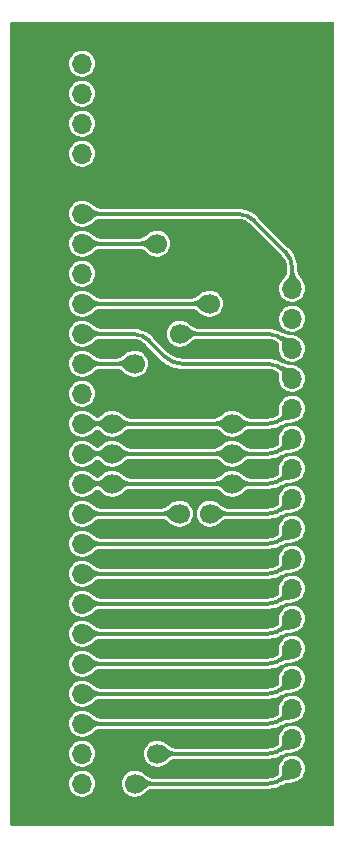
<source format=gbr>
%TF.GenerationSoftware,KiCad,Pcbnew,7.0.7-7.0.7~ubuntu22.04.1*%
%TF.CreationDate,2023-09-04T23:59:45-04:00*%
%TF.ProjectId,fd50to34,66643530-746f-4333-942e-6b696361645f,rev?*%
%TF.SameCoordinates,Original*%
%TF.FileFunction,Copper,L2,Bot*%
%TF.FilePolarity,Positive*%
%FSLAX46Y46*%
G04 Gerber Fmt 4.6, Leading zero omitted, Abs format (unit mm)*
G04 Created by KiCad (PCBNEW 7.0.7-7.0.7~ubuntu22.04.1) date 2023-09-04 23:59:45*
%MOMM*%
%LPD*%
G01*
G04 APERTURE LIST*
%TA.AperFunction,ComponentPad*%
%ADD10R,1.700000X1.700000*%
%TD*%
%TA.AperFunction,ComponentPad*%
%ADD11O,1.700000X1.700000*%
%TD*%
%TA.AperFunction,ViaPad*%
%ADD12C,1.700000*%
%TD*%
%TA.AperFunction,Conductor*%
%ADD13C,0.350000*%
%TD*%
G04 APERTURE END LIST*
D10*
%TO.P,J2,1,GND*%
%TO.N,GND*%
X17780000Y-19050000D03*
D11*
%TO.P,J2,2,~{DCD}/~{REDWC}*%
%TO.N,Net-(J1-~{DSKCHG})*%
X20320000Y-19050000D03*
%TO.P,J2,3,GND*%
%TO.N,GND*%
X17780000Y-21590000D03*
%TO.P,J2,4,~{INUSE}*%
%TO.N,unconnected-(J2-~{INUSE}-Pad4)*%
X20320000Y-21590000D03*
%TO.P,J2,5,GND*%
%TO.N,GND*%
X17780000Y-24130000D03*
%TO.P,J2,6,~{DS3}*%
%TO.N,Net-(J1-~{DS3})*%
X20320000Y-24130000D03*
%TO.P,J2,7,GND*%
%TO.N,GND*%
X17780000Y-26670000D03*
%TO.P,J2,8,~{INDEX}*%
%TO.N,Net-(J1-~{INDEX})*%
X20320000Y-26670000D03*
%TO.P,J2,9,GND*%
%TO.N,GND*%
X17780000Y-29210000D03*
%TO.P,J2,10,~{DS0}/~{MOTEA}*%
%TO.N,Net-(J1-~{DS0})*%
X20320000Y-29210000D03*
%TO.P,J2,11,GND*%
%TO.N,GND*%
X17780000Y-31750000D03*
%TO.P,J2,12,~{DS1}/~{DRVSB}*%
%TO.N,Net-(J1-~{DS1})*%
X20320000Y-31750000D03*
%TO.P,J2,13,GND*%
%TO.N,GND*%
X17780000Y-34290000D03*
%TO.P,J2,14,~{DS2}/~{DRVSA}*%
%TO.N,Net-(J1-~{DS2})*%
X20320000Y-34290000D03*
%TO.P,J2,15,GND*%
%TO.N,GND*%
X17780000Y-36830000D03*
%TO.P,J2,16,~{MTRON}/~{MOTEB}*%
%TO.N,Net-(J1-~{HLD})*%
X20320000Y-36830000D03*
%TO.P,J2,17,GND*%
%TO.N,GND*%
X17780000Y-39370000D03*
%TO.P,J2,18,~{DIR}*%
%TO.N,Net-(J1-~{DIR})*%
X20320000Y-39370000D03*
%TO.P,J2,19,GND*%
%TO.N,GND*%
X17780000Y-41910000D03*
%TO.P,J2,20,~{STEP}*%
%TO.N,Net-(J1-~{STEP})*%
X20320000Y-41910000D03*
%TO.P,J2,21,GND*%
%TO.N,GND*%
X17780000Y-44450000D03*
%TO.P,J2,22,~{WDATA}*%
%TO.N,Net-(J1-~{WDATA})*%
X20320000Y-44450000D03*
%TO.P,J2,23,GND*%
%TO.N,GND*%
X17780000Y-46990000D03*
%TO.P,J2,24,~{WGATE}*%
%TO.N,Net-(J1-~{WGATE})*%
X20320000Y-46990000D03*
%TO.P,J2,25,GND*%
%TO.N,GND*%
X17780000Y-49530000D03*
%TO.P,J2,26,~{TRK00}*%
%TO.N,Net-(J1-~{TRK00})*%
X20320000Y-49530000D03*
%TO.P,J2,27,GND*%
%TO.N,GND*%
X17780000Y-52070000D03*
%TO.P,J2,28,~{WPT}*%
%TO.N,Net-(J1-~{WPT})*%
X20320000Y-52070000D03*
%TO.P,J2,29,GND*%
%TO.N,GND*%
X17780000Y-54610000D03*
%TO.P,J2,30,~{RDATA}*%
%TO.N,Net-(J1-~{RDATA})*%
X20320000Y-54610000D03*
%TO.P,J2,31,GND*%
%TO.N,GND*%
X17780000Y-57150000D03*
%TO.P,J2,32,~{SIDE1}*%
%TO.N,Net-(J1-~{SIDE1})*%
X20320000Y-57150000D03*
%TO.P,J2,33,GND*%
%TO.N,GND*%
X17780000Y-59690000D03*
%TO.P,J2,34,~{RDY}/~{DSKCHG}*%
%TO.N,Net-(J1-~{READY})*%
X20320000Y-59690000D03*
%TD*%
D10*
%TO.P,J1,1,GND*%
%TO.N,GND*%
X0Y0D03*
D11*
%TO.P,J1,2,/~{REDWC}*%
%TO.N,unconnected-(J1-{slash}~{REDWC}-Pad2)*%
X2540000Y0D03*
%TO.P,J1,3,GND*%
%TO.N,GND*%
X0Y-2540000D03*
%TO.P,J1,4,~{MTROFF0}*%
%TO.N,unconnected-(J1-~{MTROFF0}-Pad4)*%
X2540000Y-2540000D03*
%TO.P,J1,5,GND*%
%TO.N,GND*%
X0Y-5080000D03*
%TO.P,J1,6,~{MTROFF1}*%
%TO.N,unconnected-(J1-~{MTROFF1}-Pad6)*%
X2540000Y-5080000D03*
%TO.P,J1,7,GND*%
%TO.N,GND*%
X0Y-7620000D03*
%TO.P,J1,8,~{MTROFF2}*%
%TO.N,unconnected-(J1-~{MTROFF2}-Pad8)*%
X2540000Y-7620000D03*
%TO.P,J1,9,GND*%
%TO.N,GND*%
X0Y-10160000D03*
%TO.P,J1,10,~{FD2S}*%
X2540000Y-10160000D03*
%TO.P,J1,11,GND*%
X0Y-12700000D03*
%TO.P,J1,12,~{DSKCHG}*%
%TO.N,Net-(J1-~{DSKCHG})*%
X2540000Y-12700000D03*
%TO.P,J1,13,GND*%
%TO.N,GND*%
X0Y-15240000D03*
%TO.P,J1,14,~{SIDE1}*%
%TO.N,Net-(J1-~{SIDE1})*%
X2540000Y-15240000D03*
%TO.P,J1,15,GND*%
%TO.N,GND*%
X0Y-17780000D03*
%TO.P,J1,16,~{INUSE}/~{DLOCK}*%
%TO.N,unconnected-(J1-~{INUSE}{slash}~{DLOCK}-Pad16)*%
X2540000Y-17780000D03*
%TO.P,J1,17,GND*%
%TO.N,GND*%
X0Y-20320000D03*
%TO.P,J1,18,~{HLD}*%
%TO.N,Net-(J1-~{HLD})*%
X2540000Y-20320000D03*
%TO.P,J1,19,GND*%
%TO.N,GND*%
X0Y-22860000D03*
%TO.P,J1,20,~{INDEX}*%
%TO.N,Net-(J1-~{INDEX})*%
X2540000Y-22860000D03*
%TO.P,J1,21,GND*%
%TO.N,GND*%
X0Y-25400000D03*
%TO.P,J1,22,~{READY}*%
%TO.N,Net-(J1-~{READY})*%
X2540000Y-25400000D03*
%TO.P,J1,23,GND*%
%TO.N,GND*%
X0Y-27940000D03*
%TO.P,J1,24,~{SECTOR}/~{MTROFF3}*%
%TO.N,unconnected-(J1-~{SECTOR}{slash}~{MTROFF3}-Pad24)*%
X2540000Y-27940000D03*
%TO.P,J1,25,GND*%
%TO.N,GND*%
X0Y-30480000D03*
%TO.P,J1,26,~{DS0}*%
%TO.N,Net-(J1-~{DS0})*%
X2540000Y-30480000D03*
%TO.P,J1,27,GND*%
%TO.N,GND*%
X0Y-33020000D03*
%TO.P,J1,28,~{DS1}*%
%TO.N,Net-(J1-~{DS1})*%
X2540000Y-33020000D03*
%TO.P,J1,29,GND*%
%TO.N,GND*%
X0Y-35560000D03*
%TO.P,J1,30,~{DS2}*%
%TO.N,Net-(J1-~{DS2})*%
X2540000Y-35560000D03*
%TO.P,J1,31,GND*%
%TO.N,GND*%
X0Y-38100000D03*
%TO.P,J1,32,~{DS3}*%
%TO.N,Net-(J1-~{DS3})*%
X2540000Y-38100000D03*
%TO.P,J1,33,GND*%
%TO.N,GND*%
X0Y-40640000D03*
%TO.P,J1,34,~{DIR}*%
%TO.N,Net-(J1-~{DIR})*%
X2540000Y-40640000D03*
%TO.P,J1,35,GND*%
%TO.N,GND*%
X0Y-43180000D03*
%TO.P,J1,36,~{STEP}*%
%TO.N,Net-(J1-~{STEP})*%
X2540000Y-43180000D03*
%TO.P,J1,37,GND*%
%TO.N,GND*%
X0Y-45720000D03*
%TO.P,J1,38,~{WDATA}*%
%TO.N,Net-(J1-~{WDATA})*%
X2540000Y-45720000D03*
%TO.P,J1,39,GND*%
%TO.N,GND*%
X0Y-48260000D03*
%TO.P,J1,40,~{WGATE}*%
%TO.N,Net-(J1-~{WGATE})*%
X2540000Y-48260000D03*
%TO.P,J1,41,GND*%
%TO.N,GND*%
X0Y-50800000D03*
%TO.P,J1,42,~{TRK00}*%
%TO.N,Net-(J1-~{TRK00})*%
X2540000Y-50800000D03*
%TO.P,J1,43,GND*%
%TO.N,GND*%
X0Y-53340000D03*
%TO.P,J1,44,~{WPT}*%
%TO.N,Net-(J1-~{WPT})*%
X2540000Y-53340000D03*
%TO.P,J1,45,GND*%
%TO.N,GND*%
X0Y-55880000D03*
%TO.P,J1,46,~{RDATA}*%
%TO.N,Net-(J1-~{RDATA})*%
X2540000Y-55880000D03*
%TO.P,J1,47,GND*%
%TO.N,GND*%
X0Y-58420000D03*
%TO.P,J1,48,~{SEPDATA}*%
%TO.N,unconnected-(J1-~{SEPDATA}-Pad48)*%
X2540000Y-58420000D03*
%TO.P,J1,49,GND*%
%TO.N,GND*%
X0Y-60960000D03*
%TO.P,J1,50,~{SEPCLOCK}*%
%TO.N,unconnected-(J1-~{SEPCLOCK}-Pad50)*%
X2540000Y-60960000D03*
%TD*%
D12*
%TO.N,Net-(J1-~{HLD})*%
X13335000Y-20320000D03*
X13335000Y-38100000D03*
%TO.N,Net-(J1-~{DS2})*%
X15240000Y-35560000D03*
X5080000Y-35560000D03*
%TO.N,Net-(J1-~{DS1})*%
X15240000Y-33020000D03*
X5080000Y-33020000D03*
%TO.N,Net-(J1-~{DS0})*%
X15240000Y-30480000D03*
X5080000Y-30480000D03*
%TO.N,Net-(J1-~{DS3})*%
X10795000Y-38100000D03*
X10795000Y-22860000D03*
%TO.N,Net-(J1-~{READY})*%
X6985000Y-25400000D03*
X6985000Y-60960000D03*
%TO.N,Net-(J1-~{SIDE1})*%
X8890000Y-15240000D03*
X8890000Y-58420000D03*
%TD*%
D13*
%TO.N,Net-(J1-~{SIDE1})*%
X18221573Y-58419980D02*
G75*
G03*
X19635786Y-57834212I27J1999980D01*
G01*
%TO.N,Net-(J1-~{HLD})*%
X18221573Y-38099980D02*
G75*
G03*
X19635785Y-37514213I27J1999980D01*
G01*
%TO.N,Net-(J1-~{DS2})*%
X18221573Y-35559980D02*
G75*
G03*
X19635786Y-34974212I27J1999980D01*
G01*
%TO.N,Net-(J1-~{WGATE})*%
X18221573Y-48259980D02*
G75*
G03*
X19635786Y-47674212I27J1999980D01*
G01*
%TO.N,Net-(J1-~{DS3})*%
X19635800Y-23445772D02*
G75*
G03*
X18221573Y-22860000I-1414200J-1414228D01*
G01*
%TO.N,Net-(J1-~{INDEX})*%
X8205785Y-23445787D02*
G75*
G03*
X6791573Y-22860000I-1414215J-1414213D01*
G01*
X9574199Y-24814227D02*
G75*
G03*
X10988427Y-25400000I1414201J1414227D01*
G01*
%TO.N,Net-(J1-~{DS1})*%
X18221573Y-33019980D02*
G75*
G03*
X19635786Y-32434212I27J1999980D01*
G01*
%TO.N,Net-(J1-~{INDEX})*%
X19635800Y-25985772D02*
G75*
G03*
X18221573Y-25400000I-1414200J-1414228D01*
G01*
%TO.N,Net-(J1-~{READY})*%
X18221573Y-60959980D02*
G75*
G03*
X19635786Y-60374212I27J1999980D01*
G01*
%TO.N,Net-(J1-~{TRK00})*%
X18221573Y-50799980D02*
G75*
G03*
X19635786Y-50214212I27J1999980D01*
G01*
%TO.N,Net-(J1-~{WPT})*%
X18221573Y-53339980D02*
G75*
G03*
X19635786Y-52754212I27J1999980D01*
G01*
%TO.N,Net-(J1-~{DS0})*%
X18221573Y-30479980D02*
G75*
G03*
X19635786Y-29894212I27J1999980D01*
G01*
%TO.N,Net-(J1-~{DIR})*%
X18221573Y-40639980D02*
G75*
G03*
X19635786Y-40054212I27J1999980D01*
G01*
%TO.N,Net-(J1-~{DSKCHG})*%
X20319980Y-17338427D02*
G75*
G03*
X19734213Y-15924215I-1999980J27D01*
G01*
X17095801Y-13285773D02*
G75*
G03*
X15681573Y-12700000I-1414201J-1414227D01*
G01*
%TO.N,Net-(J1-~{STEP})*%
X18221573Y-43179980D02*
G75*
G03*
X19635786Y-42594212I27J1999980D01*
G01*
%TO.N,Net-(J1-~{RDATA})*%
X18221573Y-55879980D02*
G75*
G03*
X19635786Y-55294212I27J1999980D01*
G01*
%TO.N,Net-(J1-~{WDATA})*%
X18221573Y-45719980D02*
G75*
G03*
X19635786Y-45134212I27J1999980D01*
G01*
%TO.N,Net-(J1-~{DS3})*%
X2540000Y-38100000D02*
X10795000Y-38100000D01*
X20320000Y-24130000D02*
X19635786Y-23445786D01*
X18221573Y-22860000D02*
X10795000Y-22860000D01*
%TO.N,Net-(J1-~{INDEX})*%
X20320000Y-26670000D02*
X19635786Y-25985786D01*
X18221573Y-25400000D02*
X10988427Y-25400000D01*
X9574213Y-24814213D02*
X8205786Y-23445786D01*
X6791573Y-22860000D02*
X2540000Y-22860000D01*
%TO.N,Net-(J1-~{READY})*%
X6985000Y-25400000D02*
X2540000Y-25400000D01*
%TO.N,Net-(J1-~{SIDE1})*%
X2540000Y-15240000D02*
X8890000Y-15240000D01*
%TO.N,Net-(J1-~{DSKCHG})*%
X17095787Y-13285787D02*
X19734214Y-15924214D01*
X2540000Y-12700000D02*
X15681573Y-12700000D01*
X20320000Y-17338427D02*
X20320000Y-19050000D01*
%TO.N,Net-(J1-~{READY})*%
X6985000Y-60960000D02*
X18221573Y-60960000D01*
X19635787Y-60374213D02*
X20320000Y-59690000D01*
%TO.N,Net-(J1-~{SIDE1})*%
X8890000Y-58420000D02*
X18221573Y-58420000D01*
X19635787Y-57834213D02*
X20320000Y-57150000D01*
%TO.N,Net-(J1-~{RDATA})*%
X2540000Y-55880000D02*
X18221573Y-55880000D01*
X19635787Y-55294213D02*
X20320000Y-54610000D01*
%TO.N,Net-(J1-~{WPT})*%
X2540000Y-53340000D02*
X18221573Y-53340000D01*
X19635787Y-52754213D02*
X20320000Y-52070000D01*
%TO.N,Net-(J1-~{TRK00})*%
X2540000Y-50800000D02*
X18221573Y-50800000D01*
X19635787Y-50214213D02*
X20320000Y-49530000D01*
%TO.N,Net-(J1-~{WGATE})*%
X2540000Y-48260000D02*
X18221573Y-48260000D01*
X19635787Y-47674213D02*
X20320000Y-46990000D01*
%TO.N,Net-(J1-~{WDATA})*%
X2540000Y-45720000D02*
X18221573Y-45720000D01*
X19635787Y-45134213D02*
X20320000Y-44450000D01*
%TO.N,Net-(J1-~{STEP})*%
X2540000Y-43180000D02*
X18221573Y-43180000D01*
X19635787Y-42594213D02*
X20320000Y-41910000D01*
%TO.N,Net-(J1-~{DIR})*%
X2540000Y-40640000D02*
X18221573Y-40640000D01*
X19635787Y-40054213D02*
X20320000Y-39370000D01*
%TO.N,Net-(J1-~{HLD})*%
X13335000Y-20320000D02*
X2540000Y-20320000D01*
X18221573Y-38100000D02*
X13335000Y-38100000D01*
X20320000Y-36830000D02*
X19635786Y-37514214D01*
%TO.N,Net-(J1-~{DS2})*%
X15240000Y-35560000D02*
X18221573Y-35560000D01*
X19635787Y-34974213D02*
X20320000Y-34290000D01*
X5080000Y-35560000D02*
X15240000Y-35560000D01*
X2540000Y-35560000D02*
X5080000Y-35560000D01*
%TO.N,Net-(J1-~{DS1})*%
X15240000Y-33020000D02*
X18221573Y-33020000D01*
X19635787Y-32434213D02*
X20320000Y-31750000D01*
X5080000Y-33020000D02*
X15240000Y-33020000D01*
X2540000Y-33020000D02*
X5080000Y-33020000D01*
%TO.N,Net-(J1-~{DS0})*%
X15240000Y-30480000D02*
X18221573Y-30480000D01*
X19635787Y-29894213D02*
X20320000Y-29210000D01*
X5080000Y-30480000D02*
X15240000Y-30480000D01*
X2540000Y-30480000D02*
X5080000Y-30480000D01*
%TD*%
%TA.AperFunction,Conductor*%
%TO.N,GND*%
G36*
X23819039Y3536315D02*
G01*
X23864794Y3483511D01*
X23876000Y3432000D01*
X23876000Y-64392000D01*
X23856315Y-64459039D01*
X23803511Y-64504794D01*
X23752000Y-64516000D01*
X-3432000Y-64516000D01*
X-3499039Y-64496315D01*
X-3544794Y-64443511D01*
X-3556000Y-64392000D01*
X-3556000Y-60960000D01*
X1430768Y-60960000D01*
X1449654Y-61163816D01*
X1505673Y-61360704D01*
X1596912Y-61543935D01*
X1720269Y-61707287D01*
X1871537Y-61845185D01*
X1871539Y-61845187D01*
X2045569Y-61952942D01*
X2045575Y-61952945D01*
X2068810Y-61961946D01*
X2236444Y-62026888D01*
X2437653Y-62064500D01*
X2437656Y-62064500D01*
X2642344Y-62064500D01*
X2642347Y-62064500D01*
X2843556Y-62026888D01*
X3034427Y-61952944D01*
X3208462Y-61845186D01*
X3359732Y-61707285D01*
X3483088Y-61543935D01*
X3574328Y-61360701D01*
X3630345Y-61163821D01*
X3649232Y-60960000D01*
X5875768Y-60960000D01*
X5894654Y-61163816D01*
X5950673Y-61360704D01*
X6041912Y-61543935D01*
X6165269Y-61707287D01*
X6316537Y-61845185D01*
X6316539Y-61845187D01*
X6490569Y-61952942D01*
X6490575Y-61952945D01*
X6513810Y-61961946D01*
X6681444Y-62026888D01*
X6882653Y-62064500D01*
X6882656Y-62064500D01*
X7087344Y-62064500D01*
X7087347Y-62064500D01*
X7288556Y-62026888D01*
X7429227Y-61972390D01*
X7433211Y-61971003D01*
X7445390Y-61967230D01*
X7449013Y-61965264D01*
X7456164Y-61961955D01*
X7479427Y-61952944D01*
X7532190Y-61920273D01*
X7535234Y-61918507D01*
X7670446Y-61845185D01*
X7738463Y-61808301D01*
X7738462Y-61808301D01*
X7749055Y-61801884D01*
X7749056Y-61801883D01*
X7749056Y-61801884D01*
X7761209Y-61793705D01*
X7761210Y-61793704D01*
X7761209Y-61793704D01*
X7761219Y-61793698D01*
X7771213Y-61786252D01*
X7771216Y-61786250D01*
X7771215Y-61786251D01*
X7975617Y-61618106D01*
X8109177Y-61505098D01*
X8135492Y-61488029D01*
X8245293Y-61435186D01*
X8284397Y-61423792D01*
X8535367Y-61393908D01*
X8535381Y-61393903D01*
X8540425Y-61392872D01*
X8540547Y-61393471D01*
X8568204Y-61389500D01*
X18255871Y-61389500D01*
X18256387Y-61389480D01*
X18358005Y-61389482D01*
X18629164Y-61358933D01*
X18629171Y-61358931D01*
X18629180Y-61358930D01*
X18814785Y-61316568D01*
X18895198Y-61298216D01*
X19152761Y-61208094D01*
X19398614Y-61089701D01*
X19466847Y-61046827D01*
X19491768Y-61034814D01*
X19495017Y-61033673D01*
X19495027Y-61033671D01*
X19738324Y-60920431D01*
X19764436Y-60911654D01*
X19920735Y-60877861D01*
X19938767Y-60875332D01*
X20121342Y-60863274D01*
X20129783Y-60862447D01*
X20373213Y-60830981D01*
X20384737Y-60828960D01*
X20384734Y-60828960D01*
X20384736Y-60828959D01*
X20384739Y-60828959D01*
X20398216Y-60825964D01*
X20404153Y-60824360D01*
X20409509Y-60822914D01*
X20477888Y-60801095D01*
X20602710Y-60761268D01*
X20610161Y-60759391D01*
X20623556Y-60756888D01*
X20655036Y-60744691D01*
X20658531Y-60743457D01*
X20717041Y-60724790D01*
X20722871Y-60722667D01*
X20733122Y-60718686D01*
X20737011Y-60716093D01*
X20760997Y-60703642D01*
X20814427Y-60682944D01*
X20988462Y-60575186D01*
X21139732Y-60437285D01*
X21263088Y-60273935D01*
X21354328Y-60090701D01*
X21410345Y-59893821D01*
X21429232Y-59690000D01*
X21410345Y-59486179D01*
X21354328Y-59289299D01*
X21263088Y-59106065D01*
X21139732Y-58942715D01*
X21139730Y-58942712D01*
X20988462Y-58804814D01*
X20988460Y-58804812D01*
X20814430Y-58697057D01*
X20814424Y-58697054D01*
X20625373Y-58623816D01*
X20623556Y-58623112D01*
X20422347Y-58585500D01*
X20217653Y-58585500D01*
X20016444Y-58623112D01*
X20016441Y-58623112D01*
X20016441Y-58623113D01*
X19825575Y-58697054D01*
X19825569Y-58697057D01*
X19651539Y-58804812D01*
X19651537Y-58804814D01*
X19500269Y-58942712D01*
X19376912Y-59106064D01*
X19285672Y-59289297D01*
X19285669Y-59289303D01*
X19229655Y-59486175D01*
X19229655Y-59486176D01*
X19225104Y-59535283D01*
X19222156Y-59552998D01*
X19208405Y-59609835D01*
X19205538Y-59626204D01*
X19205537Y-59626212D01*
X19205537Y-59626213D01*
X19203398Y-59645699D01*
X19203398Y-59645700D01*
X19202645Y-59662290D01*
X19207511Y-59922187D01*
X19212691Y-60069559D01*
X19206342Y-60113314D01*
X19198249Y-60137465D01*
X19161217Y-60192347D01*
X19036111Y-60299222D01*
X19035826Y-60298889D01*
X19023669Y-60308828D01*
X19010204Y-60317825D01*
X19003171Y-60321885D01*
X18826230Y-60409140D01*
X18818729Y-60412247D01*
X18631906Y-60475663D01*
X18624063Y-60477765D01*
X18430558Y-60516253D01*
X18422509Y-60517312D01*
X18223304Y-60530366D01*
X18219249Y-60530499D01*
X18149838Y-60530499D01*
X18149826Y-60530500D01*
X8568588Y-60530500D01*
X8541571Y-60526211D01*
X8541310Y-60527400D01*
X8535360Y-60526089D01*
X8284399Y-60496205D01*
X8245289Y-60484809D01*
X8135501Y-60431972D01*
X8109180Y-60414900D01*
X7975617Y-60301893D01*
X7771207Y-60133741D01*
X7771206Y-60133740D01*
X7761186Y-60126276D01*
X7761187Y-60126277D01*
X7761179Y-60126271D01*
X7749022Y-60118093D01*
X7749018Y-60118090D01*
X7738454Y-60111693D01*
X7738455Y-60111694D01*
X7535240Y-60001493D01*
X7532156Y-59999704D01*
X7479432Y-59967059D01*
X7479430Y-59967058D01*
X7479427Y-59967056D01*
X7479425Y-59967055D01*
X7479423Y-59967054D01*
X7456184Y-59958050D01*
X7449026Y-59954740D01*
X7442478Y-59951190D01*
X7436564Y-59948176D01*
X7436560Y-59948174D01*
X7432483Y-59946226D01*
X7420144Y-59940719D01*
X7420140Y-59940718D01*
X7420138Y-59940717D01*
X7412652Y-59939220D01*
X7392182Y-59933256D01*
X7288561Y-59893113D01*
X7288556Y-59893112D01*
X7087347Y-59855500D01*
X6882653Y-59855500D01*
X6681444Y-59893112D01*
X6681441Y-59893112D01*
X6681441Y-59893113D01*
X6490575Y-59967054D01*
X6490569Y-59967057D01*
X6316539Y-60074812D01*
X6316537Y-60074814D01*
X6165269Y-60212712D01*
X6041912Y-60376064D01*
X5950673Y-60559295D01*
X5950671Y-60559299D01*
X5950672Y-60559299D01*
X5898279Y-60743444D01*
X5894654Y-60756183D01*
X5875768Y-60959999D01*
X5875768Y-60960000D01*
X3649232Y-60960000D01*
X3630345Y-60756179D01*
X3574328Y-60559299D01*
X3483088Y-60376065D01*
X3359732Y-60212715D01*
X3359730Y-60212712D01*
X3208462Y-60074814D01*
X3208460Y-60074812D01*
X3034430Y-59967057D01*
X3034424Y-59967054D01*
X2845373Y-59893816D01*
X2843556Y-59893112D01*
X2642347Y-59855500D01*
X2437653Y-59855500D01*
X2236444Y-59893112D01*
X2236441Y-59893112D01*
X2236441Y-59893113D01*
X2045575Y-59967054D01*
X2045569Y-59967057D01*
X1871539Y-60074812D01*
X1871537Y-60074814D01*
X1720269Y-60212712D01*
X1596912Y-60376064D01*
X1505673Y-60559295D01*
X1505671Y-60559299D01*
X1505672Y-60559299D01*
X1453279Y-60743444D01*
X1449654Y-60756183D01*
X1430768Y-60959999D01*
X1430768Y-60960000D01*
X-3556000Y-60960000D01*
X-3556000Y-58420000D01*
X1430768Y-58420000D01*
X1449654Y-58623816D01*
X1449654Y-58623818D01*
X1449655Y-58623821D01*
X1487893Y-58758213D01*
X1505673Y-58820704D01*
X1596912Y-59003935D01*
X1720269Y-59167287D01*
X1871537Y-59305185D01*
X1871539Y-59305187D01*
X2045569Y-59412942D01*
X2045575Y-59412945D01*
X2068810Y-59421946D01*
X2236444Y-59486888D01*
X2437653Y-59524500D01*
X2437656Y-59524500D01*
X2642344Y-59524500D01*
X2642347Y-59524500D01*
X2843556Y-59486888D01*
X3034427Y-59412944D01*
X3208462Y-59305186D01*
X3359732Y-59167285D01*
X3483088Y-59003935D01*
X3574328Y-58820701D01*
X3630345Y-58623821D01*
X3649232Y-58420000D01*
X7780768Y-58420000D01*
X7799654Y-58623816D01*
X7799654Y-58623818D01*
X7799655Y-58623821D01*
X7837893Y-58758213D01*
X7855673Y-58820704D01*
X7946912Y-59003935D01*
X8070269Y-59167287D01*
X8221537Y-59305185D01*
X8221539Y-59305187D01*
X8395569Y-59412942D01*
X8395575Y-59412945D01*
X8418810Y-59421946D01*
X8586444Y-59486888D01*
X8787653Y-59524500D01*
X8787656Y-59524500D01*
X8992344Y-59524500D01*
X8992347Y-59524500D01*
X9193556Y-59486888D01*
X9334227Y-59432390D01*
X9338211Y-59431003D01*
X9350390Y-59427230D01*
X9354013Y-59425264D01*
X9361164Y-59421955D01*
X9384427Y-59412944D01*
X9437190Y-59380273D01*
X9440234Y-59378507D01*
X9575446Y-59305185D01*
X9643463Y-59268301D01*
X9643462Y-59268301D01*
X9654055Y-59261884D01*
X9654056Y-59261883D01*
X9654056Y-59261884D01*
X9666209Y-59253705D01*
X9666210Y-59253704D01*
X9666209Y-59253704D01*
X9666219Y-59253698D01*
X9676213Y-59246252D01*
X9676216Y-59246250D01*
X9676215Y-59246251D01*
X9880617Y-59078106D01*
X10014177Y-58965098D01*
X10040492Y-58948029D01*
X10150293Y-58895186D01*
X10189397Y-58883792D01*
X10440367Y-58853908D01*
X10440381Y-58853903D01*
X10445425Y-58852872D01*
X10445547Y-58853471D01*
X10473204Y-58849500D01*
X18255871Y-58849500D01*
X18256387Y-58849480D01*
X18358005Y-58849482D01*
X18629164Y-58818933D01*
X18629171Y-58818931D01*
X18629180Y-58818930D01*
X18814785Y-58776568D01*
X18895198Y-58758216D01*
X19152761Y-58668094D01*
X19398614Y-58549701D01*
X19466847Y-58506827D01*
X19491768Y-58494814D01*
X19495017Y-58493673D01*
X19495027Y-58493671D01*
X19738324Y-58380431D01*
X19764436Y-58371654D01*
X19920735Y-58337861D01*
X19938767Y-58335332D01*
X20121342Y-58323274D01*
X20129783Y-58322447D01*
X20373213Y-58290981D01*
X20384737Y-58288960D01*
X20384734Y-58288960D01*
X20384736Y-58288959D01*
X20384739Y-58288959D01*
X20398216Y-58285964D01*
X20404153Y-58284360D01*
X20409509Y-58282914D01*
X20477888Y-58261095D01*
X20602710Y-58221268D01*
X20610161Y-58219391D01*
X20623556Y-58216888D01*
X20655036Y-58204691D01*
X20658531Y-58203457D01*
X20717041Y-58184790D01*
X20722871Y-58182667D01*
X20733122Y-58178686D01*
X20737011Y-58176093D01*
X20760997Y-58163642D01*
X20814427Y-58142944D01*
X20988462Y-58035186D01*
X21139732Y-57897285D01*
X21263088Y-57733935D01*
X21354328Y-57550701D01*
X21410345Y-57353821D01*
X21429232Y-57150000D01*
X21410345Y-56946179D01*
X21354328Y-56749299D01*
X21263088Y-56566065D01*
X21139732Y-56402715D01*
X21139730Y-56402712D01*
X20988462Y-56264814D01*
X20988460Y-56264812D01*
X20814430Y-56157057D01*
X20814424Y-56157054D01*
X20625373Y-56083816D01*
X20623556Y-56083112D01*
X20422347Y-56045500D01*
X20217653Y-56045500D01*
X20016444Y-56083112D01*
X20016441Y-56083112D01*
X20016441Y-56083113D01*
X19825575Y-56157054D01*
X19825569Y-56157057D01*
X19651539Y-56264812D01*
X19651537Y-56264814D01*
X19500269Y-56402712D01*
X19376912Y-56566064D01*
X19285672Y-56749297D01*
X19285669Y-56749303D01*
X19229655Y-56946175D01*
X19229655Y-56946176D01*
X19225104Y-56995283D01*
X19222156Y-57012998D01*
X19208405Y-57069835D01*
X19205538Y-57086204D01*
X19205537Y-57086212D01*
X19205537Y-57086213D01*
X19203398Y-57105699D01*
X19203398Y-57105700D01*
X19202645Y-57122290D01*
X19207511Y-57382187D01*
X19212691Y-57529559D01*
X19206342Y-57573314D01*
X19198249Y-57597465D01*
X19161217Y-57652347D01*
X19036111Y-57759222D01*
X19035826Y-57758889D01*
X19023669Y-57768828D01*
X19010204Y-57777825D01*
X19003171Y-57781885D01*
X18826230Y-57869140D01*
X18818729Y-57872247D01*
X18631906Y-57935663D01*
X18624063Y-57937765D01*
X18430558Y-57976253D01*
X18422509Y-57977312D01*
X18223304Y-57990366D01*
X18219249Y-57990499D01*
X18149838Y-57990499D01*
X18149826Y-57990500D01*
X10473588Y-57990500D01*
X10446571Y-57986211D01*
X10446310Y-57987400D01*
X10440360Y-57986089D01*
X10189399Y-57956205D01*
X10150289Y-57944809D01*
X10040501Y-57891972D01*
X10014180Y-57874900D01*
X9880617Y-57761893D01*
X9676207Y-57593741D01*
X9676206Y-57593740D01*
X9666186Y-57586276D01*
X9666187Y-57586277D01*
X9666179Y-57586271D01*
X9654022Y-57578093D01*
X9654018Y-57578090D01*
X9643454Y-57571693D01*
X9643455Y-57571694D01*
X9440240Y-57461493D01*
X9437156Y-57459704D01*
X9384432Y-57427059D01*
X9384430Y-57427058D01*
X9384427Y-57427056D01*
X9384425Y-57427055D01*
X9384423Y-57427054D01*
X9361184Y-57418050D01*
X9354026Y-57414740D01*
X9347478Y-57411190D01*
X9341564Y-57408176D01*
X9341560Y-57408174D01*
X9337483Y-57406226D01*
X9325144Y-57400719D01*
X9325140Y-57400718D01*
X9325138Y-57400717D01*
X9317652Y-57399220D01*
X9297182Y-57393256D01*
X9193561Y-57353113D01*
X9193556Y-57353112D01*
X8992347Y-57315500D01*
X8787653Y-57315500D01*
X8586444Y-57353112D01*
X8586441Y-57353112D01*
X8586441Y-57353113D01*
X8395575Y-57427054D01*
X8395569Y-57427057D01*
X8221539Y-57534812D01*
X8221537Y-57534814D01*
X8070269Y-57672712D01*
X7946912Y-57836064D01*
X7855673Y-58019295D01*
X7855671Y-58019299D01*
X7855672Y-58019299D01*
X7803279Y-58203444D01*
X7799654Y-58216183D01*
X7780768Y-58419999D01*
X7780768Y-58420000D01*
X3649232Y-58420000D01*
X3630345Y-58216179D01*
X3574328Y-58019299D01*
X3483088Y-57836065D01*
X3359732Y-57672715D01*
X3359730Y-57672712D01*
X3208462Y-57534814D01*
X3208460Y-57534812D01*
X3034430Y-57427057D01*
X3034424Y-57427054D01*
X2845373Y-57353816D01*
X2843556Y-57353112D01*
X2642347Y-57315500D01*
X2437653Y-57315500D01*
X2236444Y-57353112D01*
X2236441Y-57353112D01*
X2236441Y-57353113D01*
X2045575Y-57427054D01*
X2045569Y-57427057D01*
X1871539Y-57534812D01*
X1871537Y-57534814D01*
X1720269Y-57672712D01*
X1596912Y-57836064D01*
X1505673Y-58019295D01*
X1505671Y-58019299D01*
X1505672Y-58019299D01*
X1453279Y-58203444D01*
X1449654Y-58216183D01*
X1430768Y-58419999D01*
X1430768Y-58420000D01*
X-3556000Y-58420000D01*
X-3556000Y-55880000D01*
X1430768Y-55880000D01*
X1449654Y-56083816D01*
X1449654Y-56083818D01*
X1449655Y-56083821D01*
X1487893Y-56218213D01*
X1505673Y-56280704D01*
X1596912Y-56463935D01*
X1720269Y-56627287D01*
X1871537Y-56765185D01*
X1871539Y-56765187D01*
X2045569Y-56872942D01*
X2045575Y-56872945D01*
X2068810Y-56881946D01*
X2236444Y-56946888D01*
X2437653Y-56984500D01*
X2437656Y-56984500D01*
X2642344Y-56984500D01*
X2642347Y-56984500D01*
X2843556Y-56946888D01*
X2984227Y-56892390D01*
X2988211Y-56891003D01*
X3000390Y-56887230D01*
X3004013Y-56885264D01*
X3011164Y-56881955D01*
X3034427Y-56872944D01*
X3087190Y-56840273D01*
X3090234Y-56838507D01*
X3225446Y-56765185D01*
X3293463Y-56728301D01*
X3293462Y-56728301D01*
X3304055Y-56721884D01*
X3304056Y-56721883D01*
X3304056Y-56721884D01*
X3316209Y-56713705D01*
X3316210Y-56713704D01*
X3316209Y-56713704D01*
X3316219Y-56713698D01*
X3326213Y-56706252D01*
X3326216Y-56706250D01*
X3326215Y-56706251D01*
X3530617Y-56538106D01*
X3664177Y-56425098D01*
X3690492Y-56408029D01*
X3800293Y-56355186D01*
X3839397Y-56343792D01*
X4090367Y-56313908D01*
X4090381Y-56313903D01*
X4095425Y-56312872D01*
X4095547Y-56313471D01*
X4123204Y-56309500D01*
X18255871Y-56309500D01*
X18256387Y-56309480D01*
X18358005Y-56309482D01*
X18629164Y-56278933D01*
X18629171Y-56278931D01*
X18629180Y-56278930D01*
X18814785Y-56236568D01*
X18895198Y-56218216D01*
X19152761Y-56128094D01*
X19398614Y-56009701D01*
X19466847Y-55966827D01*
X19491768Y-55954814D01*
X19495017Y-55953673D01*
X19495027Y-55953671D01*
X19738324Y-55840431D01*
X19764436Y-55831654D01*
X19920735Y-55797861D01*
X19938767Y-55795332D01*
X20121342Y-55783274D01*
X20129783Y-55782447D01*
X20373213Y-55750981D01*
X20384737Y-55748960D01*
X20384734Y-55748960D01*
X20384736Y-55748959D01*
X20384739Y-55748959D01*
X20398216Y-55745964D01*
X20404153Y-55744360D01*
X20409509Y-55742914D01*
X20477888Y-55721095D01*
X20602710Y-55681268D01*
X20610161Y-55679391D01*
X20623556Y-55676888D01*
X20655036Y-55664691D01*
X20658531Y-55663457D01*
X20717041Y-55644790D01*
X20722871Y-55642667D01*
X20733122Y-55638686D01*
X20737011Y-55636093D01*
X20760997Y-55623642D01*
X20814427Y-55602944D01*
X20988462Y-55495186D01*
X21139732Y-55357285D01*
X21263088Y-55193935D01*
X21354328Y-55010701D01*
X21410345Y-54813821D01*
X21429232Y-54610000D01*
X21410345Y-54406179D01*
X21354328Y-54209299D01*
X21263088Y-54026065D01*
X21139732Y-53862715D01*
X21139730Y-53862712D01*
X20988462Y-53724814D01*
X20988460Y-53724812D01*
X20814430Y-53617057D01*
X20814424Y-53617054D01*
X20625373Y-53543816D01*
X20623556Y-53543112D01*
X20422347Y-53505500D01*
X20217653Y-53505500D01*
X20016444Y-53543112D01*
X20016441Y-53543112D01*
X20016441Y-53543113D01*
X19825575Y-53617054D01*
X19825569Y-53617057D01*
X19651539Y-53724812D01*
X19651537Y-53724814D01*
X19500269Y-53862712D01*
X19376912Y-54026064D01*
X19285672Y-54209297D01*
X19285669Y-54209303D01*
X19229655Y-54406175D01*
X19229655Y-54406176D01*
X19225104Y-54455283D01*
X19222156Y-54472998D01*
X19208405Y-54529835D01*
X19205538Y-54546204D01*
X19205537Y-54546212D01*
X19205537Y-54546213D01*
X19203398Y-54565699D01*
X19203398Y-54565700D01*
X19202645Y-54582290D01*
X19207511Y-54842187D01*
X19212691Y-54989559D01*
X19206342Y-55033314D01*
X19198249Y-55057465D01*
X19161217Y-55112347D01*
X19036111Y-55219222D01*
X19035826Y-55218889D01*
X19023669Y-55228828D01*
X19010204Y-55237825D01*
X19003171Y-55241885D01*
X18826230Y-55329140D01*
X18818729Y-55332247D01*
X18631906Y-55395663D01*
X18624063Y-55397765D01*
X18430558Y-55436253D01*
X18422509Y-55437312D01*
X18223304Y-55450366D01*
X18219249Y-55450499D01*
X18149838Y-55450499D01*
X18149826Y-55450500D01*
X4123588Y-55450500D01*
X4096571Y-55446211D01*
X4096310Y-55447400D01*
X4090360Y-55446089D01*
X3839399Y-55416205D01*
X3800289Y-55404809D01*
X3690501Y-55351972D01*
X3664180Y-55334900D01*
X3530617Y-55221893D01*
X3326207Y-55053741D01*
X3326206Y-55053740D01*
X3316186Y-55046276D01*
X3316187Y-55046277D01*
X3316179Y-55046271D01*
X3304022Y-55038093D01*
X3304018Y-55038090D01*
X3293454Y-55031693D01*
X3293455Y-55031694D01*
X3090240Y-54921493D01*
X3087156Y-54919704D01*
X3034432Y-54887059D01*
X3034430Y-54887058D01*
X3034427Y-54887056D01*
X3034425Y-54887055D01*
X3034423Y-54887054D01*
X3011184Y-54878050D01*
X3004026Y-54874740D01*
X2997478Y-54871190D01*
X2991564Y-54868176D01*
X2991560Y-54868174D01*
X2987483Y-54866226D01*
X2975144Y-54860719D01*
X2975140Y-54860718D01*
X2975138Y-54860717D01*
X2967652Y-54859220D01*
X2947182Y-54853256D01*
X2843561Y-54813113D01*
X2843556Y-54813112D01*
X2642347Y-54775500D01*
X2437653Y-54775500D01*
X2236444Y-54813112D01*
X2236441Y-54813112D01*
X2236441Y-54813113D01*
X2045575Y-54887054D01*
X2045569Y-54887057D01*
X1871539Y-54994812D01*
X1871537Y-54994814D01*
X1720269Y-55132712D01*
X1596912Y-55296064D01*
X1505673Y-55479295D01*
X1505671Y-55479299D01*
X1505672Y-55479299D01*
X1453279Y-55663444D01*
X1449654Y-55676183D01*
X1430768Y-55879999D01*
X1430768Y-55880000D01*
X-3556000Y-55880000D01*
X-3556000Y-53340000D01*
X1430768Y-53340000D01*
X1449654Y-53543816D01*
X1449654Y-53543818D01*
X1449655Y-53543821D01*
X1487893Y-53678213D01*
X1505673Y-53740704D01*
X1596912Y-53923935D01*
X1720269Y-54087287D01*
X1871537Y-54225185D01*
X1871539Y-54225187D01*
X2045569Y-54332942D01*
X2045575Y-54332945D01*
X2068810Y-54341946D01*
X2236444Y-54406888D01*
X2437653Y-54444500D01*
X2437656Y-54444500D01*
X2642344Y-54444500D01*
X2642347Y-54444500D01*
X2843556Y-54406888D01*
X2984227Y-54352390D01*
X2988211Y-54351003D01*
X3000390Y-54347230D01*
X3004013Y-54345264D01*
X3011164Y-54341955D01*
X3034427Y-54332944D01*
X3087190Y-54300273D01*
X3090234Y-54298507D01*
X3225446Y-54225185D01*
X3293463Y-54188301D01*
X3293462Y-54188301D01*
X3304055Y-54181884D01*
X3304056Y-54181883D01*
X3304056Y-54181884D01*
X3316209Y-54173705D01*
X3316210Y-54173704D01*
X3316209Y-54173704D01*
X3316219Y-54173698D01*
X3326213Y-54166252D01*
X3326216Y-54166250D01*
X3326215Y-54166251D01*
X3530617Y-53998106D01*
X3664177Y-53885098D01*
X3690492Y-53868029D01*
X3800293Y-53815186D01*
X3839397Y-53803792D01*
X4090367Y-53773908D01*
X4090381Y-53773903D01*
X4095425Y-53772872D01*
X4095547Y-53773471D01*
X4123204Y-53769500D01*
X18255871Y-53769500D01*
X18256387Y-53769480D01*
X18358005Y-53769482D01*
X18629164Y-53738933D01*
X18629171Y-53738931D01*
X18629180Y-53738930D01*
X18814785Y-53696568D01*
X18895198Y-53678216D01*
X19152761Y-53588094D01*
X19398614Y-53469701D01*
X19466847Y-53426827D01*
X19491768Y-53414814D01*
X19495017Y-53413673D01*
X19495027Y-53413671D01*
X19738324Y-53300431D01*
X19764436Y-53291654D01*
X19920735Y-53257861D01*
X19938767Y-53255332D01*
X20121342Y-53243274D01*
X20129783Y-53242447D01*
X20373213Y-53210981D01*
X20384737Y-53208960D01*
X20384734Y-53208960D01*
X20384736Y-53208959D01*
X20384739Y-53208959D01*
X20398216Y-53205964D01*
X20404153Y-53204360D01*
X20409509Y-53202914D01*
X20477888Y-53181095D01*
X20602710Y-53141268D01*
X20610161Y-53139391D01*
X20623556Y-53136888D01*
X20655036Y-53124691D01*
X20658531Y-53123457D01*
X20717041Y-53104790D01*
X20722871Y-53102667D01*
X20733122Y-53098686D01*
X20737011Y-53096093D01*
X20760997Y-53083642D01*
X20814427Y-53062944D01*
X20988462Y-52955186D01*
X21139732Y-52817285D01*
X21263088Y-52653935D01*
X21354328Y-52470701D01*
X21410345Y-52273821D01*
X21429232Y-52070000D01*
X21410345Y-51866179D01*
X21354328Y-51669299D01*
X21263088Y-51486065D01*
X21139732Y-51322715D01*
X21139730Y-51322712D01*
X20988462Y-51184814D01*
X20988460Y-51184812D01*
X20814430Y-51077057D01*
X20814424Y-51077054D01*
X20625373Y-51003816D01*
X20623556Y-51003112D01*
X20422347Y-50965500D01*
X20217653Y-50965500D01*
X20016444Y-51003112D01*
X20016441Y-51003112D01*
X20016441Y-51003113D01*
X19825575Y-51077054D01*
X19825569Y-51077057D01*
X19651539Y-51184812D01*
X19651537Y-51184814D01*
X19500269Y-51322712D01*
X19376912Y-51486064D01*
X19285672Y-51669297D01*
X19285669Y-51669303D01*
X19229655Y-51866175D01*
X19229655Y-51866176D01*
X19225104Y-51915283D01*
X19222156Y-51932998D01*
X19208405Y-51989835D01*
X19205538Y-52006204D01*
X19205537Y-52006212D01*
X19205537Y-52006213D01*
X19203398Y-52025699D01*
X19203398Y-52025700D01*
X19202645Y-52042290D01*
X19207511Y-52302187D01*
X19212691Y-52449559D01*
X19206342Y-52493314D01*
X19198249Y-52517465D01*
X19161217Y-52572347D01*
X19036111Y-52679222D01*
X19035826Y-52678889D01*
X19023669Y-52688828D01*
X19010204Y-52697825D01*
X19003171Y-52701885D01*
X18826230Y-52789140D01*
X18818729Y-52792247D01*
X18631906Y-52855663D01*
X18624063Y-52857765D01*
X18430558Y-52896253D01*
X18422509Y-52897312D01*
X18223304Y-52910366D01*
X18219249Y-52910499D01*
X18149838Y-52910499D01*
X18149826Y-52910500D01*
X4123588Y-52910500D01*
X4096571Y-52906211D01*
X4096310Y-52907400D01*
X4090360Y-52906089D01*
X3839399Y-52876205D01*
X3800289Y-52864809D01*
X3690501Y-52811972D01*
X3664180Y-52794900D01*
X3530617Y-52681893D01*
X3326207Y-52513741D01*
X3326206Y-52513740D01*
X3316186Y-52506276D01*
X3316187Y-52506277D01*
X3316179Y-52506271D01*
X3304022Y-52498093D01*
X3304018Y-52498090D01*
X3293454Y-52491693D01*
X3293455Y-52491694D01*
X3090240Y-52381493D01*
X3087156Y-52379704D01*
X3034432Y-52347059D01*
X3034430Y-52347058D01*
X3034427Y-52347056D01*
X3034425Y-52347055D01*
X3034423Y-52347054D01*
X3011184Y-52338050D01*
X3004026Y-52334740D01*
X2997478Y-52331190D01*
X2991564Y-52328176D01*
X2991560Y-52328174D01*
X2987483Y-52326226D01*
X2975144Y-52320719D01*
X2975140Y-52320718D01*
X2975138Y-52320717D01*
X2967652Y-52319220D01*
X2947182Y-52313256D01*
X2843561Y-52273113D01*
X2843556Y-52273112D01*
X2642347Y-52235500D01*
X2437653Y-52235500D01*
X2236444Y-52273112D01*
X2236441Y-52273112D01*
X2236441Y-52273113D01*
X2045575Y-52347054D01*
X2045569Y-52347057D01*
X1871539Y-52454812D01*
X1871537Y-52454814D01*
X1720269Y-52592712D01*
X1596912Y-52756064D01*
X1505673Y-52939295D01*
X1505671Y-52939299D01*
X1505672Y-52939299D01*
X1453279Y-53123444D01*
X1449654Y-53136183D01*
X1430768Y-53339999D01*
X1430768Y-53340000D01*
X-3556000Y-53340000D01*
X-3556000Y-50800000D01*
X1430768Y-50800000D01*
X1449654Y-51003816D01*
X1449654Y-51003818D01*
X1449655Y-51003821D01*
X1487893Y-51138213D01*
X1505673Y-51200704D01*
X1596912Y-51383935D01*
X1720269Y-51547287D01*
X1871537Y-51685185D01*
X1871539Y-51685187D01*
X2045569Y-51792942D01*
X2045575Y-51792945D01*
X2068810Y-51801946D01*
X2236444Y-51866888D01*
X2437653Y-51904500D01*
X2437656Y-51904500D01*
X2642344Y-51904500D01*
X2642347Y-51904500D01*
X2843556Y-51866888D01*
X2984227Y-51812390D01*
X2988211Y-51811003D01*
X3000390Y-51807230D01*
X3004013Y-51805264D01*
X3011164Y-51801955D01*
X3034427Y-51792944D01*
X3087190Y-51760273D01*
X3090234Y-51758507D01*
X3225446Y-51685185D01*
X3293463Y-51648301D01*
X3293462Y-51648301D01*
X3304055Y-51641884D01*
X3304056Y-51641883D01*
X3304056Y-51641884D01*
X3316209Y-51633705D01*
X3316210Y-51633704D01*
X3316209Y-51633704D01*
X3316219Y-51633698D01*
X3326213Y-51626252D01*
X3326216Y-51626250D01*
X3326215Y-51626251D01*
X3530617Y-51458106D01*
X3664177Y-51345098D01*
X3690492Y-51328029D01*
X3800293Y-51275186D01*
X3839397Y-51263792D01*
X4090367Y-51233908D01*
X4090381Y-51233903D01*
X4095425Y-51232872D01*
X4095547Y-51233471D01*
X4123204Y-51229500D01*
X18255871Y-51229500D01*
X18256387Y-51229480D01*
X18358005Y-51229482D01*
X18629164Y-51198933D01*
X18629171Y-51198931D01*
X18629180Y-51198930D01*
X18814785Y-51156568D01*
X18895198Y-51138216D01*
X19152761Y-51048094D01*
X19398614Y-50929701D01*
X19466847Y-50886827D01*
X19491768Y-50874814D01*
X19495017Y-50873673D01*
X19495027Y-50873671D01*
X19738324Y-50760431D01*
X19764436Y-50751654D01*
X19920735Y-50717861D01*
X19938767Y-50715332D01*
X20121342Y-50703274D01*
X20129783Y-50702447D01*
X20373213Y-50670981D01*
X20384737Y-50668960D01*
X20384734Y-50668960D01*
X20384736Y-50668959D01*
X20384739Y-50668959D01*
X20398216Y-50665964D01*
X20404153Y-50664360D01*
X20409509Y-50662914D01*
X20477888Y-50641095D01*
X20602710Y-50601268D01*
X20610161Y-50599391D01*
X20623556Y-50596888D01*
X20655036Y-50584691D01*
X20658531Y-50583457D01*
X20717041Y-50564790D01*
X20722871Y-50562667D01*
X20733122Y-50558686D01*
X20737011Y-50556093D01*
X20760997Y-50543642D01*
X20814427Y-50522944D01*
X20988462Y-50415186D01*
X21139732Y-50277285D01*
X21263088Y-50113935D01*
X21354328Y-49930701D01*
X21410345Y-49733821D01*
X21429232Y-49530000D01*
X21410345Y-49326179D01*
X21354328Y-49129299D01*
X21263088Y-48946065D01*
X21139732Y-48782715D01*
X21139730Y-48782712D01*
X20988462Y-48644814D01*
X20988460Y-48644812D01*
X20814430Y-48537057D01*
X20814424Y-48537054D01*
X20625373Y-48463816D01*
X20623556Y-48463112D01*
X20422347Y-48425500D01*
X20217653Y-48425500D01*
X20016444Y-48463112D01*
X20016441Y-48463112D01*
X20016441Y-48463113D01*
X19825575Y-48537054D01*
X19825569Y-48537057D01*
X19651539Y-48644812D01*
X19651537Y-48644814D01*
X19500269Y-48782712D01*
X19376912Y-48946064D01*
X19285672Y-49129297D01*
X19285669Y-49129303D01*
X19229655Y-49326175D01*
X19229655Y-49326176D01*
X19225104Y-49375283D01*
X19222156Y-49392998D01*
X19208405Y-49449835D01*
X19205538Y-49466204D01*
X19205537Y-49466212D01*
X19205537Y-49466213D01*
X19203398Y-49485699D01*
X19203398Y-49485700D01*
X19202645Y-49502290D01*
X19207511Y-49762187D01*
X19212691Y-49909559D01*
X19206342Y-49953314D01*
X19198249Y-49977465D01*
X19161217Y-50032347D01*
X19036111Y-50139222D01*
X19035826Y-50138889D01*
X19023669Y-50148828D01*
X19010204Y-50157825D01*
X19003171Y-50161885D01*
X18826230Y-50249140D01*
X18818729Y-50252247D01*
X18631906Y-50315663D01*
X18624063Y-50317765D01*
X18430558Y-50356253D01*
X18422509Y-50357312D01*
X18223304Y-50370366D01*
X18219249Y-50370499D01*
X18149838Y-50370499D01*
X18149826Y-50370500D01*
X4123588Y-50370500D01*
X4096571Y-50366211D01*
X4096310Y-50367400D01*
X4090360Y-50366089D01*
X3839399Y-50336205D01*
X3800289Y-50324809D01*
X3690501Y-50271972D01*
X3664180Y-50254900D01*
X3530617Y-50141893D01*
X3326207Y-49973741D01*
X3326206Y-49973740D01*
X3316186Y-49966276D01*
X3316187Y-49966277D01*
X3316179Y-49966271D01*
X3304022Y-49958093D01*
X3304018Y-49958090D01*
X3293454Y-49951693D01*
X3293455Y-49951694D01*
X3090240Y-49841493D01*
X3087156Y-49839704D01*
X3034432Y-49807059D01*
X3034430Y-49807058D01*
X3034427Y-49807056D01*
X3034425Y-49807055D01*
X3034423Y-49807054D01*
X3011184Y-49798050D01*
X3004026Y-49794740D01*
X2997478Y-49791190D01*
X2991564Y-49788176D01*
X2991560Y-49788174D01*
X2987483Y-49786226D01*
X2975144Y-49780719D01*
X2975140Y-49780718D01*
X2975138Y-49780717D01*
X2967652Y-49779220D01*
X2947182Y-49773256D01*
X2843561Y-49733113D01*
X2843556Y-49733112D01*
X2642347Y-49695500D01*
X2437653Y-49695500D01*
X2236444Y-49733112D01*
X2236441Y-49733112D01*
X2236441Y-49733113D01*
X2045575Y-49807054D01*
X2045569Y-49807057D01*
X1871539Y-49914812D01*
X1871537Y-49914814D01*
X1720269Y-50052712D01*
X1596912Y-50216064D01*
X1505673Y-50399295D01*
X1505671Y-50399299D01*
X1505672Y-50399299D01*
X1453279Y-50583444D01*
X1449654Y-50596183D01*
X1430768Y-50799999D01*
X1430768Y-50800000D01*
X-3556000Y-50800000D01*
X-3556000Y-48260000D01*
X1430768Y-48260000D01*
X1449654Y-48463816D01*
X1449654Y-48463818D01*
X1449655Y-48463821D01*
X1487893Y-48598213D01*
X1505673Y-48660704D01*
X1596912Y-48843935D01*
X1720269Y-49007287D01*
X1871537Y-49145185D01*
X1871539Y-49145187D01*
X2045569Y-49252942D01*
X2045575Y-49252945D01*
X2068810Y-49261946D01*
X2236444Y-49326888D01*
X2437653Y-49364500D01*
X2437656Y-49364500D01*
X2642344Y-49364500D01*
X2642347Y-49364500D01*
X2843556Y-49326888D01*
X2984227Y-49272390D01*
X2988211Y-49271003D01*
X3000390Y-49267230D01*
X3004013Y-49265264D01*
X3011164Y-49261955D01*
X3034427Y-49252944D01*
X3087190Y-49220273D01*
X3090234Y-49218507D01*
X3225446Y-49145185D01*
X3293463Y-49108301D01*
X3293462Y-49108301D01*
X3304055Y-49101884D01*
X3304056Y-49101883D01*
X3304056Y-49101884D01*
X3316209Y-49093705D01*
X3316210Y-49093704D01*
X3316209Y-49093704D01*
X3316219Y-49093698D01*
X3326213Y-49086252D01*
X3326216Y-49086250D01*
X3326215Y-49086251D01*
X3530617Y-48918106D01*
X3664177Y-48805098D01*
X3690492Y-48788029D01*
X3800293Y-48735186D01*
X3839397Y-48723792D01*
X4090367Y-48693908D01*
X4090381Y-48693903D01*
X4095425Y-48692872D01*
X4095547Y-48693471D01*
X4123204Y-48689500D01*
X18255871Y-48689500D01*
X18256387Y-48689480D01*
X18358005Y-48689482D01*
X18629164Y-48658933D01*
X18629171Y-48658931D01*
X18629180Y-48658930D01*
X18814785Y-48616568D01*
X18895198Y-48598216D01*
X19152761Y-48508094D01*
X19398614Y-48389701D01*
X19466847Y-48346827D01*
X19491768Y-48334814D01*
X19495017Y-48333673D01*
X19495027Y-48333671D01*
X19738324Y-48220431D01*
X19764436Y-48211654D01*
X19920735Y-48177861D01*
X19938767Y-48175332D01*
X20121342Y-48163274D01*
X20129783Y-48162447D01*
X20373213Y-48130981D01*
X20384737Y-48128960D01*
X20384734Y-48128960D01*
X20384736Y-48128959D01*
X20384739Y-48128959D01*
X20398216Y-48125964D01*
X20404153Y-48124360D01*
X20409509Y-48122914D01*
X20477888Y-48101095D01*
X20602710Y-48061268D01*
X20610161Y-48059391D01*
X20623556Y-48056888D01*
X20655036Y-48044691D01*
X20658531Y-48043457D01*
X20717041Y-48024790D01*
X20722871Y-48022667D01*
X20733122Y-48018686D01*
X20737011Y-48016093D01*
X20760997Y-48003642D01*
X20814427Y-47982944D01*
X20988462Y-47875186D01*
X21139732Y-47737285D01*
X21263088Y-47573935D01*
X21354328Y-47390701D01*
X21410345Y-47193821D01*
X21429232Y-46990000D01*
X21410345Y-46786179D01*
X21354328Y-46589299D01*
X21263088Y-46406065D01*
X21139732Y-46242715D01*
X21139730Y-46242712D01*
X20988462Y-46104814D01*
X20988460Y-46104812D01*
X20814430Y-45997057D01*
X20814424Y-45997054D01*
X20625373Y-45923816D01*
X20623556Y-45923112D01*
X20422347Y-45885500D01*
X20217653Y-45885500D01*
X20016444Y-45923112D01*
X20016441Y-45923112D01*
X20016441Y-45923113D01*
X19825575Y-45997054D01*
X19825569Y-45997057D01*
X19651539Y-46104812D01*
X19651537Y-46104814D01*
X19500269Y-46242712D01*
X19376912Y-46406064D01*
X19285672Y-46589297D01*
X19285669Y-46589303D01*
X19229655Y-46786175D01*
X19229655Y-46786176D01*
X19225104Y-46835283D01*
X19222156Y-46852998D01*
X19208405Y-46909835D01*
X19205538Y-46926204D01*
X19205537Y-46926212D01*
X19205537Y-46926213D01*
X19203398Y-46945699D01*
X19203398Y-46945700D01*
X19202645Y-46962290D01*
X19207511Y-47222187D01*
X19212691Y-47369559D01*
X19206342Y-47413314D01*
X19198249Y-47437465D01*
X19161217Y-47492347D01*
X19036111Y-47599222D01*
X19035826Y-47598889D01*
X19023669Y-47608828D01*
X19010204Y-47617825D01*
X19003171Y-47621885D01*
X18826230Y-47709140D01*
X18818729Y-47712247D01*
X18631906Y-47775663D01*
X18624063Y-47777765D01*
X18430558Y-47816253D01*
X18422509Y-47817312D01*
X18223304Y-47830366D01*
X18219249Y-47830499D01*
X18149838Y-47830499D01*
X18149826Y-47830500D01*
X4123588Y-47830500D01*
X4096571Y-47826211D01*
X4096310Y-47827400D01*
X4090360Y-47826089D01*
X3839399Y-47796205D01*
X3800289Y-47784809D01*
X3690501Y-47731972D01*
X3664180Y-47714900D01*
X3530617Y-47601893D01*
X3326207Y-47433741D01*
X3326206Y-47433740D01*
X3316186Y-47426276D01*
X3316187Y-47426277D01*
X3316179Y-47426271D01*
X3304022Y-47418093D01*
X3304018Y-47418090D01*
X3293454Y-47411693D01*
X3293455Y-47411694D01*
X3090240Y-47301493D01*
X3087156Y-47299704D01*
X3034432Y-47267059D01*
X3034430Y-47267058D01*
X3034427Y-47267056D01*
X3034425Y-47267055D01*
X3034423Y-47267054D01*
X3011184Y-47258050D01*
X3004026Y-47254740D01*
X2997478Y-47251190D01*
X2991564Y-47248176D01*
X2991560Y-47248174D01*
X2987483Y-47246226D01*
X2975144Y-47240719D01*
X2975140Y-47240718D01*
X2975138Y-47240717D01*
X2967652Y-47239220D01*
X2947182Y-47233256D01*
X2843561Y-47193113D01*
X2843556Y-47193112D01*
X2642347Y-47155500D01*
X2437653Y-47155500D01*
X2236444Y-47193112D01*
X2236441Y-47193112D01*
X2236441Y-47193113D01*
X2045575Y-47267054D01*
X2045569Y-47267057D01*
X1871539Y-47374812D01*
X1871537Y-47374814D01*
X1720269Y-47512712D01*
X1596912Y-47676064D01*
X1505673Y-47859295D01*
X1505671Y-47859299D01*
X1505672Y-47859299D01*
X1453279Y-48043444D01*
X1449654Y-48056183D01*
X1430768Y-48259999D01*
X1430768Y-48260000D01*
X-3556000Y-48260000D01*
X-3556000Y-45720000D01*
X1430768Y-45720000D01*
X1449654Y-45923816D01*
X1449654Y-45923818D01*
X1449655Y-45923821D01*
X1487893Y-46058213D01*
X1505673Y-46120704D01*
X1596912Y-46303935D01*
X1720269Y-46467287D01*
X1871537Y-46605185D01*
X1871539Y-46605187D01*
X2045569Y-46712942D01*
X2045575Y-46712945D01*
X2068810Y-46721946D01*
X2236444Y-46786888D01*
X2437653Y-46824500D01*
X2437656Y-46824500D01*
X2642344Y-46824500D01*
X2642347Y-46824500D01*
X2843556Y-46786888D01*
X2984227Y-46732390D01*
X2988211Y-46731003D01*
X3000390Y-46727230D01*
X3004013Y-46725264D01*
X3011164Y-46721955D01*
X3034427Y-46712944D01*
X3087190Y-46680273D01*
X3090234Y-46678507D01*
X3225446Y-46605185D01*
X3293463Y-46568301D01*
X3293462Y-46568301D01*
X3304055Y-46561884D01*
X3304056Y-46561883D01*
X3304056Y-46561884D01*
X3316209Y-46553705D01*
X3316210Y-46553704D01*
X3316209Y-46553704D01*
X3316219Y-46553698D01*
X3326213Y-46546252D01*
X3326216Y-46546250D01*
X3326215Y-46546251D01*
X3530617Y-46378106D01*
X3664177Y-46265098D01*
X3690492Y-46248029D01*
X3800293Y-46195186D01*
X3839397Y-46183792D01*
X4090367Y-46153908D01*
X4090381Y-46153903D01*
X4095425Y-46152872D01*
X4095547Y-46153471D01*
X4123204Y-46149500D01*
X18255871Y-46149500D01*
X18256387Y-46149480D01*
X18358005Y-46149482D01*
X18629164Y-46118933D01*
X18629171Y-46118931D01*
X18629180Y-46118930D01*
X18814785Y-46076568D01*
X18895198Y-46058216D01*
X19152761Y-45968094D01*
X19398614Y-45849701D01*
X19466847Y-45806827D01*
X19491768Y-45794814D01*
X19495017Y-45793673D01*
X19495027Y-45793671D01*
X19738324Y-45680431D01*
X19764436Y-45671654D01*
X19920735Y-45637861D01*
X19938767Y-45635332D01*
X20121342Y-45623274D01*
X20129783Y-45622447D01*
X20373213Y-45590981D01*
X20384737Y-45588960D01*
X20384734Y-45588960D01*
X20384736Y-45588959D01*
X20384739Y-45588959D01*
X20398216Y-45585964D01*
X20404153Y-45584360D01*
X20409509Y-45582914D01*
X20477888Y-45561095D01*
X20602710Y-45521268D01*
X20610161Y-45519391D01*
X20623556Y-45516888D01*
X20655036Y-45504691D01*
X20658531Y-45503457D01*
X20717041Y-45484790D01*
X20722871Y-45482667D01*
X20733122Y-45478686D01*
X20737011Y-45476093D01*
X20760997Y-45463642D01*
X20814427Y-45442944D01*
X20988462Y-45335186D01*
X21139732Y-45197285D01*
X21263088Y-45033935D01*
X21354328Y-44850701D01*
X21410345Y-44653821D01*
X21429232Y-44450000D01*
X21410345Y-44246179D01*
X21354328Y-44049299D01*
X21263088Y-43866065D01*
X21139732Y-43702715D01*
X21139730Y-43702712D01*
X20988462Y-43564814D01*
X20988460Y-43564812D01*
X20814430Y-43457057D01*
X20814424Y-43457054D01*
X20625373Y-43383816D01*
X20623556Y-43383112D01*
X20422347Y-43345500D01*
X20217653Y-43345500D01*
X20016444Y-43383112D01*
X20016441Y-43383112D01*
X20016441Y-43383113D01*
X19825575Y-43457054D01*
X19825569Y-43457057D01*
X19651539Y-43564812D01*
X19651537Y-43564814D01*
X19500269Y-43702712D01*
X19376912Y-43866064D01*
X19285672Y-44049297D01*
X19285669Y-44049303D01*
X19229655Y-44246175D01*
X19229655Y-44246176D01*
X19225104Y-44295283D01*
X19222156Y-44312998D01*
X19208405Y-44369835D01*
X19205538Y-44386204D01*
X19205537Y-44386212D01*
X19205537Y-44386213D01*
X19203398Y-44405699D01*
X19203398Y-44405700D01*
X19202645Y-44422290D01*
X19207511Y-44682187D01*
X19212691Y-44829559D01*
X19206342Y-44873314D01*
X19198249Y-44897465D01*
X19161217Y-44952347D01*
X19036111Y-45059222D01*
X19035826Y-45058889D01*
X19023669Y-45068828D01*
X19010204Y-45077825D01*
X19003171Y-45081885D01*
X18826230Y-45169140D01*
X18818729Y-45172247D01*
X18631906Y-45235663D01*
X18624063Y-45237765D01*
X18430558Y-45276253D01*
X18422509Y-45277312D01*
X18223304Y-45290366D01*
X18219249Y-45290499D01*
X18149838Y-45290499D01*
X18149826Y-45290500D01*
X4123588Y-45290500D01*
X4096571Y-45286211D01*
X4096310Y-45287400D01*
X4090360Y-45286089D01*
X3839399Y-45256205D01*
X3800289Y-45244809D01*
X3690501Y-45191972D01*
X3664180Y-45174900D01*
X3530617Y-45061893D01*
X3326207Y-44893741D01*
X3326206Y-44893740D01*
X3316186Y-44886276D01*
X3316187Y-44886277D01*
X3316179Y-44886271D01*
X3304022Y-44878093D01*
X3304018Y-44878090D01*
X3293454Y-44871693D01*
X3293455Y-44871694D01*
X3090240Y-44761493D01*
X3087156Y-44759704D01*
X3034432Y-44727059D01*
X3034430Y-44727058D01*
X3034427Y-44727056D01*
X3034425Y-44727055D01*
X3034423Y-44727054D01*
X3011184Y-44718050D01*
X3004026Y-44714740D01*
X2997478Y-44711190D01*
X2991564Y-44708176D01*
X2991560Y-44708174D01*
X2987483Y-44706226D01*
X2975144Y-44700719D01*
X2975140Y-44700718D01*
X2975138Y-44700717D01*
X2967652Y-44699220D01*
X2947182Y-44693256D01*
X2843561Y-44653113D01*
X2843556Y-44653112D01*
X2642347Y-44615500D01*
X2437653Y-44615500D01*
X2236444Y-44653112D01*
X2236441Y-44653112D01*
X2236441Y-44653113D01*
X2045575Y-44727054D01*
X2045569Y-44727057D01*
X1871539Y-44834812D01*
X1871537Y-44834814D01*
X1720269Y-44972712D01*
X1596912Y-45136064D01*
X1505673Y-45319295D01*
X1505671Y-45319299D01*
X1505672Y-45319299D01*
X1453279Y-45503444D01*
X1449654Y-45516183D01*
X1430768Y-45719999D01*
X1430768Y-45720000D01*
X-3556000Y-45720000D01*
X-3556000Y-43180000D01*
X1430768Y-43180000D01*
X1449654Y-43383816D01*
X1449654Y-43383818D01*
X1449655Y-43383821D01*
X1487893Y-43518213D01*
X1505673Y-43580704D01*
X1596912Y-43763935D01*
X1720269Y-43927287D01*
X1871537Y-44065185D01*
X1871539Y-44065187D01*
X2045569Y-44172942D01*
X2045575Y-44172945D01*
X2068810Y-44181946D01*
X2236444Y-44246888D01*
X2437653Y-44284500D01*
X2437656Y-44284500D01*
X2642344Y-44284500D01*
X2642347Y-44284500D01*
X2843556Y-44246888D01*
X2984227Y-44192390D01*
X2988211Y-44191003D01*
X3000390Y-44187230D01*
X3004013Y-44185264D01*
X3011164Y-44181955D01*
X3034427Y-44172944D01*
X3087190Y-44140273D01*
X3090234Y-44138507D01*
X3225446Y-44065185D01*
X3293463Y-44028301D01*
X3293462Y-44028301D01*
X3304055Y-44021884D01*
X3304056Y-44021883D01*
X3304056Y-44021884D01*
X3316209Y-44013705D01*
X3316210Y-44013704D01*
X3316209Y-44013704D01*
X3316219Y-44013698D01*
X3326213Y-44006252D01*
X3326216Y-44006250D01*
X3326215Y-44006251D01*
X3530617Y-43838106D01*
X3664177Y-43725098D01*
X3690492Y-43708029D01*
X3800293Y-43655186D01*
X3839397Y-43643792D01*
X4090367Y-43613908D01*
X4090381Y-43613903D01*
X4095425Y-43612872D01*
X4095547Y-43613471D01*
X4123204Y-43609500D01*
X18255871Y-43609500D01*
X18256387Y-43609480D01*
X18358005Y-43609482D01*
X18629164Y-43578933D01*
X18629171Y-43578931D01*
X18629180Y-43578930D01*
X18814785Y-43536568D01*
X18895198Y-43518216D01*
X19152761Y-43428094D01*
X19398614Y-43309701D01*
X19466847Y-43266827D01*
X19491768Y-43254814D01*
X19495017Y-43253673D01*
X19495027Y-43253671D01*
X19738324Y-43140431D01*
X19764436Y-43131654D01*
X19920735Y-43097861D01*
X19938767Y-43095332D01*
X20121342Y-43083274D01*
X20129783Y-43082447D01*
X20373213Y-43050981D01*
X20384737Y-43048960D01*
X20384734Y-43048960D01*
X20384736Y-43048959D01*
X20384739Y-43048959D01*
X20398216Y-43045964D01*
X20404153Y-43044360D01*
X20409509Y-43042914D01*
X20477888Y-43021095D01*
X20602710Y-42981268D01*
X20610161Y-42979391D01*
X20623556Y-42976888D01*
X20655036Y-42964691D01*
X20658531Y-42963457D01*
X20717041Y-42944790D01*
X20722871Y-42942667D01*
X20733122Y-42938686D01*
X20737011Y-42936093D01*
X20760997Y-42923642D01*
X20814427Y-42902944D01*
X20988462Y-42795186D01*
X21139732Y-42657285D01*
X21263088Y-42493935D01*
X21354328Y-42310701D01*
X21410345Y-42113821D01*
X21429232Y-41910000D01*
X21410345Y-41706179D01*
X21354328Y-41509299D01*
X21263088Y-41326065D01*
X21139732Y-41162715D01*
X21139730Y-41162712D01*
X20988462Y-41024814D01*
X20988460Y-41024812D01*
X20814430Y-40917057D01*
X20814424Y-40917054D01*
X20625373Y-40843816D01*
X20623556Y-40843112D01*
X20422347Y-40805500D01*
X20217653Y-40805500D01*
X20016444Y-40843112D01*
X20016441Y-40843112D01*
X20016441Y-40843113D01*
X19825575Y-40917054D01*
X19825569Y-40917057D01*
X19651539Y-41024812D01*
X19651537Y-41024814D01*
X19500269Y-41162712D01*
X19376912Y-41326064D01*
X19285672Y-41509297D01*
X19285669Y-41509303D01*
X19229655Y-41706175D01*
X19229655Y-41706176D01*
X19225104Y-41755283D01*
X19222156Y-41772998D01*
X19208405Y-41829835D01*
X19205538Y-41846204D01*
X19205537Y-41846212D01*
X19205537Y-41846213D01*
X19203398Y-41865699D01*
X19203398Y-41865700D01*
X19202645Y-41882290D01*
X19207511Y-42142187D01*
X19212691Y-42289559D01*
X19206342Y-42333314D01*
X19198249Y-42357465D01*
X19161217Y-42412347D01*
X19036111Y-42519222D01*
X19035826Y-42518889D01*
X19023669Y-42528828D01*
X19010204Y-42537825D01*
X19003171Y-42541885D01*
X18826230Y-42629140D01*
X18818729Y-42632247D01*
X18631906Y-42695663D01*
X18624063Y-42697765D01*
X18430558Y-42736253D01*
X18422509Y-42737312D01*
X18223304Y-42750366D01*
X18219249Y-42750499D01*
X18149838Y-42750499D01*
X18149826Y-42750500D01*
X4123588Y-42750500D01*
X4096571Y-42746211D01*
X4096310Y-42747400D01*
X4090360Y-42746089D01*
X3839399Y-42716205D01*
X3800289Y-42704809D01*
X3690501Y-42651972D01*
X3664180Y-42634900D01*
X3530617Y-42521893D01*
X3326207Y-42353741D01*
X3326206Y-42353740D01*
X3316186Y-42346276D01*
X3316187Y-42346277D01*
X3316179Y-42346271D01*
X3304022Y-42338093D01*
X3304018Y-42338090D01*
X3293454Y-42331693D01*
X3293455Y-42331694D01*
X3090240Y-42221493D01*
X3087156Y-42219704D01*
X3034432Y-42187059D01*
X3034430Y-42187058D01*
X3034427Y-42187056D01*
X3034425Y-42187055D01*
X3034423Y-42187054D01*
X3011184Y-42178050D01*
X3004026Y-42174740D01*
X2997478Y-42171190D01*
X2991564Y-42168176D01*
X2991560Y-42168174D01*
X2987483Y-42166226D01*
X2975144Y-42160719D01*
X2975140Y-42160718D01*
X2975138Y-42160717D01*
X2967652Y-42159220D01*
X2947182Y-42153256D01*
X2843561Y-42113113D01*
X2843556Y-42113112D01*
X2642347Y-42075500D01*
X2437653Y-42075500D01*
X2236444Y-42113112D01*
X2236441Y-42113112D01*
X2236441Y-42113113D01*
X2045575Y-42187054D01*
X2045569Y-42187057D01*
X1871539Y-42294812D01*
X1871537Y-42294814D01*
X1720269Y-42432712D01*
X1596912Y-42596064D01*
X1505673Y-42779295D01*
X1505671Y-42779299D01*
X1505672Y-42779299D01*
X1453279Y-42963444D01*
X1449654Y-42976183D01*
X1430768Y-43179999D01*
X1430768Y-43180000D01*
X-3556000Y-43180000D01*
X-3556000Y-40640000D01*
X1430768Y-40640000D01*
X1449654Y-40843816D01*
X1449654Y-40843818D01*
X1449655Y-40843821D01*
X1487893Y-40978213D01*
X1505673Y-41040704D01*
X1596912Y-41223935D01*
X1720269Y-41387287D01*
X1871537Y-41525185D01*
X1871539Y-41525187D01*
X2045569Y-41632942D01*
X2045575Y-41632945D01*
X2068810Y-41641946D01*
X2236444Y-41706888D01*
X2437653Y-41744500D01*
X2437656Y-41744500D01*
X2642344Y-41744500D01*
X2642347Y-41744500D01*
X2843556Y-41706888D01*
X2984227Y-41652390D01*
X2988211Y-41651003D01*
X3000390Y-41647230D01*
X3004013Y-41645264D01*
X3011164Y-41641955D01*
X3034427Y-41632944D01*
X3087190Y-41600273D01*
X3090234Y-41598507D01*
X3225446Y-41525185D01*
X3293463Y-41488301D01*
X3293462Y-41488301D01*
X3304055Y-41481884D01*
X3304056Y-41481883D01*
X3304056Y-41481884D01*
X3316209Y-41473705D01*
X3316210Y-41473704D01*
X3316209Y-41473704D01*
X3316219Y-41473698D01*
X3326213Y-41466252D01*
X3326216Y-41466250D01*
X3326215Y-41466251D01*
X3530617Y-41298106D01*
X3664177Y-41185098D01*
X3690492Y-41168029D01*
X3800293Y-41115186D01*
X3839397Y-41103792D01*
X4090367Y-41073908D01*
X4090381Y-41073903D01*
X4095425Y-41072872D01*
X4095547Y-41073471D01*
X4123204Y-41069500D01*
X18255871Y-41069500D01*
X18256387Y-41069480D01*
X18358005Y-41069482D01*
X18629164Y-41038933D01*
X18629171Y-41038931D01*
X18629180Y-41038930D01*
X18814785Y-40996568D01*
X18895198Y-40978216D01*
X19152761Y-40888094D01*
X19398614Y-40769701D01*
X19466847Y-40726827D01*
X19491768Y-40714814D01*
X19495017Y-40713673D01*
X19495027Y-40713671D01*
X19738324Y-40600431D01*
X19764436Y-40591654D01*
X19920735Y-40557861D01*
X19938767Y-40555332D01*
X20121342Y-40543274D01*
X20129783Y-40542447D01*
X20373213Y-40510981D01*
X20384737Y-40508960D01*
X20384734Y-40508960D01*
X20384736Y-40508959D01*
X20384739Y-40508959D01*
X20398216Y-40505964D01*
X20404153Y-40504360D01*
X20409509Y-40502914D01*
X20477888Y-40481095D01*
X20602710Y-40441268D01*
X20610161Y-40439391D01*
X20623556Y-40436888D01*
X20655036Y-40424691D01*
X20658531Y-40423457D01*
X20717041Y-40404790D01*
X20722871Y-40402667D01*
X20733122Y-40398686D01*
X20737011Y-40396093D01*
X20760997Y-40383642D01*
X20814427Y-40362944D01*
X20988462Y-40255186D01*
X21139732Y-40117285D01*
X21263088Y-39953935D01*
X21354328Y-39770701D01*
X21410345Y-39573821D01*
X21429232Y-39370000D01*
X21410345Y-39166179D01*
X21354328Y-38969299D01*
X21263088Y-38786065D01*
X21156635Y-38645098D01*
X21139730Y-38622712D01*
X20988462Y-38484814D01*
X20988460Y-38484812D01*
X20814430Y-38377057D01*
X20814424Y-38377054D01*
X20625373Y-38303816D01*
X20623556Y-38303112D01*
X20422347Y-38265500D01*
X20217653Y-38265500D01*
X20016444Y-38303112D01*
X20016441Y-38303112D01*
X20016441Y-38303113D01*
X19825575Y-38377054D01*
X19825569Y-38377057D01*
X19651539Y-38484812D01*
X19651537Y-38484814D01*
X19500269Y-38622712D01*
X19376912Y-38786064D01*
X19285672Y-38969297D01*
X19285669Y-38969303D01*
X19229655Y-39166175D01*
X19229655Y-39166176D01*
X19225104Y-39215283D01*
X19222156Y-39232998D01*
X19208405Y-39289835D01*
X19205538Y-39306204D01*
X19205537Y-39306212D01*
X19205537Y-39306213D01*
X19203398Y-39325699D01*
X19203398Y-39325700D01*
X19202645Y-39342290D01*
X19207511Y-39602187D01*
X19212691Y-39749559D01*
X19206342Y-39793314D01*
X19198249Y-39817465D01*
X19161217Y-39872347D01*
X19036111Y-39979222D01*
X19035826Y-39978889D01*
X19023669Y-39988828D01*
X19010204Y-39997825D01*
X19003171Y-40001885D01*
X18826230Y-40089140D01*
X18818729Y-40092247D01*
X18631906Y-40155663D01*
X18624063Y-40157765D01*
X18430558Y-40196253D01*
X18422509Y-40197312D01*
X18223304Y-40210366D01*
X18219249Y-40210499D01*
X18149838Y-40210499D01*
X18149826Y-40210500D01*
X4123588Y-40210500D01*
X4096571Y-40206211D01*
X4096310Y-40207400D01*
X4090360Y-40206089D01*
X3839399Y-40176205D01*
X3800289Y-40164809D01*
X3690501Y-40111972D01*
X3664180Y-40094900D01*
X3530617Y-39981893D01*
X3326207Y-39813741D01*
X3326206Y-39813740D01*
X3316186Y-39806276D01*
X3316187Y-39806277D01*
X3316179Y-39806271D01*
X3304022Y-39798093D01*
X3304018Y-39798090D01*
X3293454Y-39791693D01*
X3293455Y-39791694D01*
X3090240Y-39681493D01*
X3087156Y-39679704D01*
X3034432Y-39647059D01*
X3034430Y-39647058D01*
X3034427Y-39647056D01*
X3034425Y-39647055D01*
X3034423Y-39647054D01*
X3011184Y-39638050D01*
X3004026Y-39634740D01*
X2997478Y-39631190D01*
X2991564Y-39628176D01*
X2991560Y-39628174D01*
X2987483Y-39626226D01*
X2975144Y-39620719D01*
X2975140Y-39620718D01*
X2975138Y-39620717D01*
X2967652Y-39619220D01*
X2947182Y-39613256D01*
X2843561Y-39573113D01*
X2843556Y-39573112D01*
X2642347Y-39535500D01*
X2437653Y-39535500D01*
X2236444Y-39573112D01*
X2236441Y-39573112D01*
X2236441Y-39573113D01*
X2045575Y-39647054D01*
X2045569Y-39647057D01*
X1871539Y-39754812D01*
X1871537Y-39754814D01*
X1720269Y-39892712D01*
X1596912Y-40056064D01*
X1505673Y-40239295D01*
X1505671Y-40239299D01*
X1505672Y-40239299D01*
X1453279Y-40423444D01*
X1449654Y-40436183D01*
X1430768Y-40639999D01*
X1430768Y-40640000D01*
X-3556000Y-40640000D01*
X-3556000Y-38100000D01*
X1430768Y-38100000D01*
X1449654Y-38303816D01*
X1449654Y-38303818D01*
X1449655Y-38303821D01*
X1487893Y-38438213D01*
X1505673Y-38500704D01*
X1596912Y-38683935D01*
X1720269Y-38847287D01*
X1871537Y-38985185D01*
X1871539Y-38985187D01*
X2045569Y-39092942D01*
X2045575Y-39092945D01*
X2072506Y-39103378D01*
X2236444Y-39166888D01*
X2437653Y-39204500D01*
X2437656Y-39204500D01*
X2642344Y-39204500D01*
X2642347Y-39204500D01*
X2843556Y-39166888D01*
X2984227Y-39112390D01*
X2988211Y-39111003D01*
X3000390Y-39107230D01*
X3004013Y-39105264D01*
X3011164Y-39101955D01*
X3034427Y-39092944D01*
X3087190Y-39060273D01*
X3090234Y-39058507D01*
X3225446Y-38985185D01*
X3293463Y-38948301D01*
X3293462Y-38948301D01*
X3304055Y-38941884D01*
X3304056Y-38941883D01*
X3304056Y-38941884D01*
X3316209Y-38933705D01*
X3316210Y-38933704D01*
X3316209Y-38933704D01*
X3316219Y-38933698D01*
X3326213Y-38926252D01*
X3326216Y-38926250D01*
X3326215Y-38926251D01*
X3530617Y-38758106D01*
X3664177Y-38645098D01*
X3690492Y-38628029D01*
X3800293Y-38575186D01*
X3839397Y-38563792D01*
X4090367Y-38533908D01*
X4090381Y-38533903D01*
X4095425Y-38532872D01*
X4095547Y-38533471D01*
X4123204Y-38529500D01*
X9211416Y-38529500D01*
X9238429Y-38533787D01*
X9238691Y-38532599D01*
X9244625Y-38533905D01*
X9244633Y-38533908D01*
X9495592Y-38563791D01*
X9534702Y-38575187D01*
X9644497Y-38628027D01*
X9670817Y-38645098D01*
X9804382Y-38758106D01*
X10008781Y-38926249D01*
X10008782Y-38926249D01*
X10008784Y-38926251D01*
X10018779Y-38933698D01*
X10030943Y-38941884D01*
X10030945Y-38941885D01*
X10041536Y-38948301D01*
X10244749Y-39058500D01*
X10247833Y-39060289D01*
X10269232Y-39073538D01*
X10300573Y-39092944D01*
X10323811Y-39101946D01*
X10330978Y-39105261D01*
X10337523Y-39108810D01*
X10343424Y-39111819D01*
X10347495Y-39113764D01*
X10350699Y-39115194D01*
X10359855Y-39119280D01*
X10367336Y-39120775D01*
X10387811Y-39126739D01*
X10491444Y-39166888D01*
X10692653Y-39204500D01*
X10692656Y-39204500D01*
X10897344Y-39204500D01*
X10897347Y-39204500D01*
X11098556Y-39166888D01*
X11289427Y-39092944D01*
X11463462Y-38985186D01*
X11614732Y-38847285D01*
X11738088Y-38683935D01*
X11829328Y-38500701D01*
X11885345Y-38303821D01*
X11904232Y-38100000D01*
X12225768Y-38100000D01*
X12244654Y-38303816D01*
X12244654Y-38303818D01*
X12244655Y-38303821D01*
X12282893Y-38438213D01*
X12300673Y-38500704D01*
X12391912Y-38683935D01*
X12515269Y-38847287D01*
X12666537Y-38985185D01*
X12666539Y-38985187D01*
X12840569Y-39092942D01*
X12840575Y-39092945D01*
X12867506Y-39103378D01*
X13031444Y-39166888D01*
X13232653Y-39204500D01*
X13232656Y-39204500D01*
X13437344Y-39204500D01*
X13437347Y-39204500D01*
X13638556Y-39166888D01*
X13779227Y-39112390D01*
X13783211Y-39111003D01*
X13795390Y-39107230D01*
X13799013Y-39105264D01*
X13806164Y-39101955D01*
X13829427Y-39092944D01*
X13882190Y-39060273D01*
X13885234Y-39058507D01*
X14020446Y-38985185D01*
X14088463Y-38948301D01*
X14088462Y-38948301D01*
X14099055Y-38941884D01*
X14099056Y-38941883D01*
X14099056Y-38941884D01*
X14111209Y-38933705D01*
X14111210Y-38933704D01*
X14111209Y-38933704D01*
X14111219Y-38933698D01*
X14121213Y-38926252D01*
X14121216Y-38926250D01*
X14121215Y-38926251D01*
X14325617Y-38758106D01*
X14459177Y-38645098D01*
X14485492Y-38628029D01*
X14595293Y-38575186D01*
X14634397Y-38563792D01*
X14885367Y-38533908D01*
X14885381Y-38533903D01*
X14890425Y-38532872D01*
X14890547Y-38533471D01*
X14918204Y-38529500D01*
X18255871Y-38529500D01*
X18256387Y-38529480D01*
X18358004Y-38529482D01*
X18629164Y-38498933D01*
X18629171Y-38498931D01*
X18629180Y-38498930D01*
X18814785Y-38456568D01*
X18895198Y-38438216D01*
X19152760Y-38348094D01*
X19398613Y-38229701D01*
X19466856Y-38186821D01*
X19491767Y-38174813D01*
X19495022Y-38173670D01*
X19495029Y-38173669D01*
X19738331Y-38060428D01*
X19764443Y-38051652D01*
X19920735Y-38017860D01*
X19938745Y-38015331D01*
X20109471Y-38004056D01*
X20121703Y-38003249D01*
X20130142Y-38002398D01*
X20373212Y-37970980D01*
X20384739Y-37968958D01*
X20384741Y-37968957D01*
X20384743Y-37968957D01*
X20398216Y-37965963D01*
X20404153Y-37964359D01*
X20409509Y-37962913D01*
X20461881Y-37946202D01*
X20602707Y-37901268D01*
X20610152Y-37899392D01*
X20623556Y-37896888D01*
X20655042Y-37884689D01*
X20658560Y-37883448D01*
X20682399Y-37875842D01*
X20717039Y-37864791D01*
X20719530Y-37863883D01*
X20722871Y-37862667D01*
X20733122Y-37858686D01*
X20737011Y-37856093D01*
X20760997Y-37843642D01*
X20814427Y-37822944D01*
X20988462Y-37715186D01*
X21139732Y-37577285D01*
X21263088Y-37413935D01*
X21354328Y-37230701D01*
X21410345Y-37033821D01*
X21429232Y-36830000D01*
X21410345Y-36626179D01*
X21354328Y-36429299D01*
X21263088Y-36246065D01*
X21156634Y-36105097D01*
X21139730Y-36082712D01*
X20988462Y-35944814D01*
X20988460Y-35944812D01*
X20814430Y-35837057D01*
X20814424Y-35837054D01*
X20625373Y-35763816D01*
X20623556Y-35763112D01*
X20422347Y-35725500D01*
X20217653Y-35725500D01*
X20016444Y-35763112D01*
X20016441Y-35763112D01*
X20016441Y-35763113D01*
X19825575Y-35837054D01*
X19825569Y-35837057D01*
X19651539Y-35944812D01*
X19651537Y-35944814D01*
X19500269Y-36082712D01*
X19376912Y-36246064D01*
X19285672Y-36429297D01*
X19285669Y-36429303D01*
X19229655Y-36626175D01*
X19229655Y-36626176D01*
X19225104Y-36675283D01*
X19222156Y-36692998D01*
X19208405Y-36749835D01*
X19205538Y-36766204D01*
X19205537Y-36766212D01*
X19205537Y-36766213D01*
X19203398Y-36785699D01*
X19203398Y-36785700D01*
X19202645Y-36802291D01*
X19207511Y-37062185D01*
X19212691Y-37209559D01*
X19206341Y-37253317D01*
X19198249Y-37277463D01*
X19161219Y-37332342D01*
X19036110Y-37439221D01*
X19035825Y-37438888D01*
X19023657Y-37448836D01*
X19010208Y-37457822D01*
X19003177Y-37461882D01*
X18826227Y-37549141D01*
X18818726Y-37552248D01*
X18631904Y-37615664D01*
X18624062Y-37617765D01*
X18430558Y-37656253D01*
X18422509Y-37657312D01*
X18223304Y-37670366D01*
X18219249Y-37670499D01*
X18149838Y-37670499D01*
X18149826Y-37670500D01*
X14918588Y-37670500D01*
X14891571Y-37666211D01*
X14891310Y-37667400D01*
X14885360Y-37666089D01*
X14634399Y-37636205D01*
X14595289Y-37624809D01*
X14485501Y-37571972D01*
X14459180Y-37554900D01*
X14325617Y-37441893D01*
X14121207Y-37273741D01*
X14121206Y-37273740D01*
X14111186Y-37266276D01*
X14111187Y-37266277D01*
X14111179Y-37266271D01*
X14099022Y-37258093D01*
X14099018Y-37258090D01*
X14088454Y-37251693D01*
X14088455Y-37251694D01*
X13885240Y-37141493D01*
X13882156Y-37139704D01*
X13882146Y-37139698D01*
X13829427Y-37107056D01*
X13829425Y-37107055D01*
X13829423Y-37107054D01*
X13806184Y-37098050D01*
X13799026Y-37094740D01*
X13792478Y-37091190D01*
X13786564Y-37088176D01*
X13785331Y-37087587D01*
X13782483Y-37086226D01*
X13770144Y-37080719D01*
X13770140Y-37080718D01*
X13770138Y-37080717D01*
X13762652Y-37079220D01*
X13742182Y-37073256D01*
X13638561Y-37033113D01*
X13638556Y-37033112D01*
X13437347Y-36995500D01*
X13232653Y-36995500D01*
X13031444Y-37033112D01*
X13031441Y-37033112D01*
X13031441Y-37033113D01*
X12840575Y-37107054D01*
X12840569Y-37107057D01*
X12666539Y-37214812D01*
X12666537Y-37214814D01*
X12515269Y-37352712D01*
X12391912Y-37516064D01*
X12300673Y-37699295D01*
X12244654Y-37896183D01*
X12225768Y-38099999D01*
X12225768Y-38100000D01*
X11904232Y-38100000D01*
X11885345Y-37896179D01*
X11829328Y-37699299D01*
X11738088Y-37516065D01*
X11614732Y-37352715D01*
X11614730Y-37352712D01*
X11463462Y-37214814D01*
X11463460Y-37214812D01*
X11289430Y-37107057D01*
X11289424Y-37107054D01*
X11100373Y-37033816D01*
X11098556Y-37033112D01*
X10897347Y-36995500D01*
X10692653Y-36995500D01*
X10527289Y-37026411D01*
X10491438Y-37033113D01*
X10350823Y-37087587D01*
X10346785Y-37088993D01*
X10334615Y-37092765D01*
X10334609Y-37092768D01*
X10330967Y-37094743D01*
X10323814Y-37098051D01*
X10300575Y-37107054D01*
X10300568Y-37107058D01*
X10247850Y-37139698D01*
X10244769Y-37141485D01*
X10080248Y-37230704D01*
X10041525Y-37251703D01*
X10038861Y-37253317D01*
X10030977Y-37258093D01*
X10030927Y-37258123D01*
X10018781Y-37266298D01*
X10012037Y-37271323D01*
X10008794Y-37273740D01*
X10008791Y-37273742D01*
X9912793Y-37352712D01*
X9804381Y-37441893D01*
X9670815Y-37554902D01*
X9644494Y-37571973D01*
X9534705Y-37624809D01*
X9495596Y-37636205D01*
X9244631Y-37666091D01*
X9239562Y-37667129D01*
X9239439Y-37666529D01*
X9211790Y-37670500D01*
X4123588Y-37670500D01*
X4096571Y-37666211D01*
X4096310Y-37667400D01*
X4090360Y-37666089D01*
X3839399Y-37636205D01*
X3800289Y-37624809D01*
X3690501Y-37571972D01*
X3664180Y-37554900D01*
X3530617Y-37441893D01*
X3326207Y-37273741D01*
X3326206Y-37273740D01*
X3316186Y-37266276D01*
X3316187Y-37266277D01*
X3316179Y-37266271D01*
X3304022Y-37258093D01*
X3304018Y-37258090D01*
X3293454Y-37251693D01*
X3293455Y-37251694D01*
X3090240Y-37141493D01*
X3087156Y-37139704D01*
X3087146Y-37139698D01*
X3034427Y-37107056D01*
X3034425Y-37107055D01*
X3034423Y-37107054D01*
X3011184Y-37098050D01*
X3004026Y-37094740D01*
X2997478Y-37091190D01*
X2991564Y-37088176D01*
X2990331Y-37087587D01*
X2987483Y-37086226D01*
X2975144Y-37080719D01*
X2975140Y-37080718D01*
X2975138Y-37080717D01*
X2967652Y-37079220D01*
X2947182Y-37073256D01*
X2843561Y-37033113D01*
X2843556Y-37033112D01*
X2642347Y-36995500D01*
X2437653Y-36995500D01*
X2236444Y-37033112D01*
X2236441Y-37033112D01*
X2236441Y-37033113D01*
X2045575Y-37107054D01*
X2045569Y-37107057D01*
X1871539Y-37214812D01*
X1871537Y-37214814D01*
X1720269Y-37352712D01*
X1596912Y-37516064D01*
X1505673Y-37699295D01*
X1449654Y-37896183D01*
X1430768Y-38099999D01*
X1430768Y-38100000D01*
X-3556000Y-38100000D01*
X-3556000Y-35560000D01*
X1430768Y-35560000D01*
X1449654Y-35763816D01*
X1449654Y-35763818D01*
X1449655Y-35763821D01*
X1487893Y-35898213D01*
X1505673Y-35960704D01*
X1596912Y-36143935D01*
X1720269Y-36307287D01*
X1871537Y-36445185D01*
X1871539Y-36445187D01*
X2045569Y-36552942D01*
X2045575Y-36552945D01*
X2072506Y-36563378D01*
X2236444Y-36626888D01*
X2437653Y-36664500D01*
X2437656Y-36664500D01*
X2642344Y-36664500D01*
X2642347Y-36664500D01*
X2843556Y-36626888D01*
X2984227Y-36572390D01*
X2988211Y-36571003D01*
X3000390Y-36567230D01*
X3004013Y-36565264D01*
X3011164Y-36561955D01*
X3034427Y-36552944D01*
X3087190Y-36520273D01*
X3090234Y-36518507D01*
X3225446Y-36445185D01*
X3293463Y-36408301D01*
X3293462Y-36408301D01*
X3304055Y-36401884D01*
X3304056Y-36401883D01*
X3304056Y-36401884D01*
X3316209Y-36393705D01*
X3316210Y-36393704D01*
X3316209Y-36393704D01*
X3316219Y-36393698D01*
X3326213Y-36386252D01*
X3326216Y-36386250D01*
X3326215Y-36386251D01*
X3530617Y-36218106D01*
X3664177Y-36105098D01*
X3690493Y-36088028D01*
X3756227Y-36056393D01*
X3825168Y-36045060D01*
X3863765Y-36056392D01*
X3929500Y-36088028D01*
X3955816Y-36105095D01*
X4089383Y-36218105D01*
X4089383Y-36218106D01*
X4293781Y-36386249D01*
X4293782Y-36386249D01*
X4293784Y-36386251D01*
X4303779Y-36393698D01*
X4315943Y-36401884D01*
X4315945Y-36401885D01*
X4326536Y-36408301D01*
X4529749Y-36518500D01*
X4532833Y-36520289D01*
X4554232Y-36533538D01*
X4585573Y-36552944D01*
X4608811Y-36561946D01*
X4615978Y-36565261D01*
X4622523Y-36568810D01*
X4628424Y-36571819D01*
X4632495Y-36573764D01*
X4635699Y-36575194D01*
X4644855Y-36579280D01*
X4652336Y-36580775D01*
X4672811Y-36586739D01*
X4776444Y-36626888D01*
X4977653Y-36664500D01*
X4977656Y-36664500D01*
X5182344Y-36664500D01*
X5182347Y-36664500D01*
X5383556Y-36626888D01*
X5524227Y-36572390D01*
X5528211Y-36571003D01*
X5540390Y-36567230D01*
X5544013Y-36565264D01*
X5551164Y-36561955D01*
X5574427Y-36552944D01*
X5627190Y-36520273D01*
X5630234Y-36518507D01*
X5765446Y-36445185D01*
X5833463Y-36408301D01*
X5833462Y-36408301D01*
X5844055Y-36401884D01*
X5844056Y-36401883D01*
X5844056Y-36401884D01*
X5856209Y-36393705D01*
X5856210Y-36393704D01*
X5856209Y-36393704D01*
X5856219Y-36393698D01*
X5866213Y-36386252D01*
X5866216Y-36386250D01*
X5866215Y-36386251D01*
X6070617Y-36218106D01*
X6204177Y-36105098D01*
X6230496Y-36088027D01*
X6340294Y-36035186D01*
X6379400Y-36023791D01*
X6630366Y-35993907D01*
X6630375Y-35993904D01*
X6635428Y-35992871D01*
X6635550Y-35993469D01*
X6663201Y-35989500D01*
X13656416Y-35989500D01*
X13683429Y-35993787D01*
X13683691Y-35992599D01*
X13689625Y-35993905D01*
X13689633Y-35993908D01*
X13940592Y-36023791D01*
X13979702Y-36035187D01*
X14089497Y-36088027D01*
X14115817Y-36105098D01*
X14249382Y-36218106D01*
X14453781Y-36386249D01*
X14453782Y-36386249D01*
X14453784Y-36386251D01*
X14463779Y-36393698D01*
X14475943Y-36401884D01*
X14475945Y-36401885D01*
X14486536Y-36408301D01*
X14689749Y-36518500D01*
X14692833Y-36520289D01*
X14714232Y-36533538D01*
X14745573Y-36552944D01*
X14768811Y-36561946D01*
X14775978Y-36565261D01*
X14782523Y-36568810D01*
X14788424Y-36571819D01*
X14792495Y-36573764D01*
X14795699Y-36575194D01*
X14804855Y-36579280D01*
X14812336Y-36580775D01*
X14832811Y-36586739D01*
X14936444Y-36626888D01*
X15137653Y-36664500D01*
X15137656Y-36664500D01*
X15342344Y-36664500D01*
X15342347Y-36664500D01*
X15543556Y-36626888D01*
X15684227Y-36572390D01*
X15688211Y-36571003D01*
X15700390Y-36567230D01*
X15704013Y-36565264D01*
X15711164Y-36561955D01*
X15734427Y-36552944D01*
X15787190Y-36520273D01*
X15790234Y-36518507D01*
X15925446Y-36445185D01*
X15993463Y-36408301D01*
X15993462Y-36408301D01*
X16004055Y-36401884D01*
X16004056Y-36401883D01*
X16004056Y-36401884D01*
X16016209Y-36393705D01*
X16016210Y-36393704D01*
X16016209Y-36393704D01*
X16016219Y-36393698D01*
X16026213Y-36386252D01*
X16026216Y-36386250D01*
X16026215Y-36386251D01*
X16230617Y-36218106D01*
X16364177Y-36105098D01*
X16390492Y-36088029D01*
X16500293Y-36035186D01*
X16539397Y-36023792D01*
X16790367Y-35993908D01*
X16790381Y-35993903D01*
X16795425Y-35992872D01*
X16795547Y-35993471D01*
X16823204Y-35989500D01*
X18255871Y-35989500D01*
X18256387Y-35989480D01*
X18358005Y-35989482D01*
X18629164Y-35958933D01*
X18629171Y-35958931D01*
X18629180Y-35958930D01*
X18814785Y-35916568D01*
X18895198Y-35898216D01*
X19152761Y-35808094D01*
X19398614Y-35689701D01*
X19466847Y-35646827D01*
X19491768Y-35634814D01*
X19495017Y-35633673D01*
X19495027Y-35633671D01*
X19738324Y-35520431D01*
X19764436Y-35511654D01*
X19920735Y-35477861D01*
X19938767Y-35475332D01*
X20121342Y-35463274D01*
X20129783Y-35462447D01*
X20373213Y-35430981D01*
X20384737Y-35428960D01*
X20384734Y-35428960D01*
X20384736Y-35428959D01*
X20384739Y-35428959D01*
X20398216Y-35425964D01*
X20404153Y-35424360D01*
X20409509Y-35422914D01*
X20477888Y-35401095D01*
X20602710Y-35361268D01*
X20610161Y-35359391D01*
X20623556Y-35356888D01*
X20655036Y-35344691D01*
X20658531Y-35343457D01*
X20717041Y-35324790D01*
X20722871Y-35322667D01*
X20733122Y-35318686D01*
X20737011Y-35316093D01*
X20760997Y-35303642D01*
X20814427Y-35282944D01*
X20988462Y-35175186D01*
X21139732Y-35037285D01*
X21263088Y-34873935D01*
X21354328Y-34690701D01*
X21410345Y-34493821D01*
X21429232Y-34290000D01*
X21410345Y-34086179D01*
X21354328Y-33889299D01*
X21263088Y-33706065D01*
X21156634Y-33565097D01*
X21139730Y-33542712D01*
X20988462Y-33404814D01*
X20988460Y-33404812D01*
X20814430Y-33297057D01*
X20814424Y-33297054D01*
X20625373Y-33223816D01*
X20623556Y-33223112D01*
X20422347Y-33185500D01*
X20217653Y-33185500D01*
X20016444Y-33223112D01*
X20016441Y-33223112D01*
X20016441Y-33223113D01*
X19825575Y-33297054D01*
X19825569Y-33297057D01*
X19651539Y-33404812D01*
X19651537Y-33404814D01*
X19500269Y-33542712D01*
X19376912Y-33706064D01*
X19285672Y-33889297D01*
X19285669Y-33889303D01*
X19229655Y-34086175D01*
X19229655Y-34086176D01*
X19225104Y-34135283D01*
X19222156Y-34152998D01*
X19208405Y-34209835D01*
X19205538Y-34226204D01*
X19205537Y-34226212D01*
X19205537Y-34226213D01*
X19203398Y-34245699D01*
X19203398Y-34245700D01*
X19202645Y-34262290D01*
X19207511Y-34522187D01*
X19212691Y-34669559D01*
X19206342Y-34713314D01*
X19198249Y-34737465D01*
X19161217Y-34792347D01*
X19036111Y-34899222D01*
X19035826Y-34898889D01*
X19023669Y-34908828D01*
X19010204Y-34917825D01*
X19003171Y-34921885D01*
X18826230Y-35009140D01*
X18818729Y-35012247D01*
X18631906Y-35075663D01*
X18624063Y-35077765D01*
X18430558Y-35116253D01*
X18422509Y-35117312D01*
X18223304Y-35130366D01*
X18219249Y-35130499D01*
X18149838Y-35130499D01*
X18149826Y-35130500D01*
X16823588Y-35130500D01*
X16796571Y-35126211D01*
X16796310Y-35127400D01*
X16790360Y-35126089D01*
X16539399Y-35096205D01*
X16500289Y-35084809D01*
X16390501Y-35031972D01*
X16364180Y-35014900D01*
X16230617Y-34901893D01*
X16026207Y-34733741D01*
X16026206Y-34733740D01*
X16016186Y-34726276D01*
X16016187Y-34726277D01*
X16016179Y-34726271D01*
X16004022Y-34718093D01*
X16004018Y-34718090D01*
X15993454Y-34711693D01*
X15993455Y-34711694D01*
X15790240Y-34601493D01*
X15787156Y-34599704D01*
X15787146Y-34599698D01*
X15734427Y-34567056D01*
X15734425Y-34567055D01*
X15734423Y-34567054D01*
X15711184Y-34558050D01*
X15704026Y-34554740D01*
X15697478Y-34551190D01*
X15691564Y-34548176D01*
X15690331Y-34547587D01*
X15687483Y-34546226D01*
X15675144Y-34540719D01*
X15675140Y-34540718D01*
X15675138Y-34540717D01*
X15667652Y-34539220D01*
X15647182Y-34533256D01*
X15543561Y-34493113D01*
X15543556Y-34493112D01*
X15342347Y-34455500D01*
X15137653Y-34455500D01*
X14972289Y-34486411D01*
X14936438Y-34493113D01*
X14795823Y-34547587D01*
X14791785Y-34548993D01*
X14779615Y-34552765D01*
X14779609Y-34552768D01*
X14775967Y-34554743D01*
X14768814Y-34558051D01*
X14745575Y-34567054D01*
X14745568Y-34567058D01*
X14692850Y-34599698D01*
X14689769Y-34601485D01*
X14525248Y-34690704D01*
X14486525Y-34711703D01*
X14483866Y-34713314D01*
X14475977Y-34718093D01*
X14475927Y-34718123D01*
X14463781Y-34726298D01*
X14457037Y-34731323D01*
X14453794Y-34733740D01*
X14453791Y-34733742D01*
X14382549Y-34792347D01*
X14249381Y-34901893D01*
X14115815Y-35014902D01*
X14089494Y-35031973D01*
X13979705Y-35084809D01*
X13940596Y-35096205D01*
X13689631Y-35126091D01*
X13684562Y-35127129D01*
X13684439Y-35126529D01*
X13656790Y-35130500D01*
X6663583Y-35130500D01*
X6636569Y-35126212D01*
X6636308Y-35127401D01*
X6630358Y-35126090D01*
X6379402Y-35096206D01*
X6340292Y-35084810D01*
X6230500Y-35031972D01*
X6204179Y-35014900D01*
X6070617Y-34901893D01*
X5866207Y-34733741D01*
X5866206Y-34733740D01*
X5856186Y-34726276D01*
X5856187Y-34726277D01*
X5856179Y-34726271D01*
X5844022Y-34718093D01*
X5844018Y-34718090D01*
X5833454Y-34711693D01*
X5833455Y-34711694D01*
X5630240Y-34601493D01*
X5627156Y-34599704D01*
X5627146Y-34599698D01*
X5574427Y-34567056D01*
X5574425Y-34567055D01*
X5574423Y-34567054D01*
X5551184Y-34558050D01*
X5544026Y-34554740D01*
X5537478Y-34551190D01*
X5531564Y-34548176D01*
X5530331Y-34547587D01*
X5527483Y-34546226D01*
X5515144Y-34540719D01*
X5515140Y-34540718D01*
X5515138Y-34540717D01*
X5507652Y-34539220D01*
X5487182Y-34533256D01*
X5383561Y-34493113D01*
X5383556Y-34493112D01*
X5182347Y-34455500D01*
X4977653Y-34455500D01*
X4812289Y-34486411D01*
X4776438Y-34493113D01*
X4635823Y-34547587D01*
X4631785Y-34548993D01*
X4619615Y-34552765D01*
X4619609Y-34552768D01*
X4615967Y-34554743D01*
X4608814Y-34558051D01*
X4585575Y-34567054D01*
X4585568Y-34567058D01*
X4532850Y-34599698D01*
X4529769Y-34601485D01*
X4365248Y-34690704D01*
X4326525Y-34711703D01*
X4323866Y-34713314D01*
X4315977Y-34718093D01*
X4315927Y-34718123D01*
X4303781Y-34726298D01*
X4297037Y-34731323D01*
X4293794Y-34733740D01*
X4293791Y-34733742D01*
X4222549Y-34792347D01*
X4089381Y-34901893D01*
X3955815Y-35014902D01*
X3929495Y-35031973D01*
X3863771Y-35063603D01*
X3794826Y-35074937D01*
X3756225Y-35063603D01*
X3690501Y-35031973D01*
X3664180Y-35014901D01*
X3530617Y-34901893D01*
X3326207Y-34733741D01*
X3326206Y-34733740D01*
X3316186Y-34726276D01*
X3316187Y-34726277D01*
X3316179Y-34726271D01*
X3304022Y-34718093D01*
X3304018Y-34718090D01*
X3293454Y-34711693D01*
X3293455Y-34711694D01*
X3090240Y-34601493D01*
X3087156Y-34599704D01*
X3087146Y-34599698D01*
X3034427Y-34567056D01*
X3034425Y-34567055D01*
X3034423Y-34567054D01*
X3011184Y-34558050D01*
X3004026Y-34554740D01*
X2997478Y-34551190D01*
X2991564Y-34548176D01*
X2990331Y-34547587D01*
X2987483Y-34546226D01*
X2975144Y-34540719D01*
X2975140Y-34540718D01*
X2975138Y-34540717D01*
X2967652Y-34539220D01*
X2947182Y-34533256D01*
X2843561Y-34493113D01*
X2843556Y-34493112D01*
X2642347Y-34455500D01*
X2437653Y-34455500D01*
X2236444Y-34493112D01*
X2236441Y-34493112D01*
X2236441Y-34493113D01*
X2045575Y-34567054D01*
X2045569Y-34567057D01*
X1871539Y-34674812D01*
X1871537Y-34674814D01*
X1720269Y-34812712D01*
X1596912Y-34976064D01*
X1505673Y-35159295D01*
X1505671Y-35159299D01*
X1505672Y-35159299D01*
X1453279Y-35343444D01*
X1449654Y-35356183D01*
X1430768Y-35559999D01*
X1430768Y-35560000D01*
X-3556000Y-35560000D01*
X-3556000Y-33020000D01*
X1430768Y-33020000D01*
X1449654Y-33223816D01*
X1449654Y-33223818D01*
X1449655Y-33223821D01*
X1487893Y-33358213D01*
X1505673Y-33420704D01*
X1596912Y-33603935D01*
X1720269Y-33767287D01*
X1871537Y-33905185D01*
X1871539Y-33905187D01*
X2045569Y-34012942D01*
X2045575Y-34012945D01*
X2072506Y-34023378D01*
X2236444Y-34086888D01*
X2437653Y-34124500D01*
X2437656Y-34124500D01*
X2642344Y-34124500D01*
X2642347Y-34124500D01*
X2843556Y-34086888D01*
X2984227Y-34032390D01*
X2988211Y-34031003D01*
X3000390Y-34027230D01*
X3004013Y-34025264D01*
X3011164Y-34021955D01*
X3034427Y-34012944D01*
X3087190Y-33980273D01*
X3090234Y-33978507D01*
X3225446Y-33905185D01*
X3293463Y-33868301D01*
X3293462Y-33868301D01*
X3304055Y-33861884D01*
X3304056Y-33861883D01*
X3304056Y-33861884D01*
X3316209Y-33853705D01*
X3316210Y-33853704D01*
X3316209Y-33853704D01*
X3316219Y-33853698D01*
X3326213Y-33846252D01*
X3326216Y-33846250D01*
X3326215Y-33846251D01*
X3530617Y-33678106D01*
X3664177Y-33565098D01*
X3690493Y-33548028D01*
X3756227Y-33516393D01*
X3825168Y-33505060D01*
X3863765Y-33516392D01*
X3929500Y-33548028D01*
X3955816Y-33565095D01*
X4089383Y-33678106D01*
X4293781Y-33846249D01*
X4293782Y-33846249D01*
X4293784Y-33846251D01*
X4303779Y-33853698D01*
X4315943Y-33861884D01*
X4315945Y-33861885D01*
X4326536Y-33868301D01*
X4529749Y-33978500D01*
X4532833Y-33980289D01*
X4554232Y-33993538D01*
X4585573Y-34012944D01*
X4608811Y-34021946D01*
X4615978Y-34025261D01*
X4622523Y-34028810D01*
X4628424Y-34031819D01*
X4632495Y-34033764D01*
X4635699Y-34035194D01*
X4644855Y-34039280D01*
X4652336Y-34040775D01*
X4672811Y-34046739D01*
X4776444Y-34086888D01*
X4977653Y-34124500D01*
X4977656Y-34124500D01*
X5182344Y-34124500D01*
X5182347Y-34124500D01*
X5383556Y-34086888D01*
X5524227Y-34032390D01*
X5528211Y-34031003D01*
X5540390Y-34027230D01*
X5544013Y-34025264D01*
X5551164Y-34021955D01*
X5574427Y-34012944D01*
X5627190Y-33980273D01*
X5630234Y-33978507D01*
X5765446Y-33905185D01*
X5833463Y-33868301D01*
X5833462Y-33868301D01*
X5844055Y-33861884D01*
X5844056Y-33861883D01*
X5844056Y-33861884D01*
X5856209Y-33853705D01*
X5856210Y-33853704D01*
X5856209Y-33853704D01*
X5856219Y-33853698D01*
X5866213Y-33846252D01*
X5866216Y-33846250D01*
X5866215Y-33846251D01*
X6070617Y-33678106D01*
X6204177Y-33565098D01*
X6230496Y-33548027D01*
X6340294Y-33495186D01*
X6379400Y-33483791D01*
X6630366Y-33453907D01*
X6630375Y-33453904D01*
X6635428Y-33452871D01*
X6635550Y-33453469D01*
X6663201Y-33449500D01*
X13656416Y-33449500D01*
X13683429Y-33453787D01*
X13683691Y-33452599D01*
X13689625Y-33453905D01*
X13689633Y-33453908D01*
X13940592Y-33483791D01*
X13979702Y-33495187D01*
X14089497Y-33548027D01*
X14115817Y-33565098D01*
X14249382Y-33678106D01*
X14453781Y-33846249D01*
X14453782Y-33846249D01*
X14453784Y-33846251D01*
X14463779Y-33853698D01*
X14475943Y-33861884D01*
X14475945Y-33861885D01*
X14486536Y-33868301D01*
X14689749Y-33978500D01*
X14692833Y-33980289D01*
X14714232Y-33993538D01*
X14745573Y-34012944D01*
X14768811Y-34021946D01*
X14775978Y-34025261D01*
X14782523Y-34028810D01*
X14788424Y-34031819D01*
X14792495Y-34033764D01*
X14795699Y-34035194D01*
X14804855Y-34039280D01*
X14812336Y-34040775D01*
X14832811Y-34046739D01*
X14936444Y-34086888D01*
X15137653Y-34124500D01*
X15137656Y-34124500D01*
X15342344Y-34124500D01*
X15342347Y-34124500D01*
X15543556Y-34086888D01*
X15684227Y-34032390D01*
X15688211Y-34031003D01*
X15700390Y-34027230D01*
X15704013Y-34025264D01*
X15711164Y-34021955D01*
X15734427Y-34012944D01*
X15787190Y-33980273D01*
X15790234Y-33978507D01*
X15925446Y-33905185D01*
X15993463Y-33868301D01*
X15993462Y-33868301D01*
X16004055Y-33861884D01*
X16004056Y-33861883D01*
X16004056Y-33861884D01*
X16016209Y-33853705D01*
X16016210Y-33853704D01*
X16016209Y-33853704D01*
X16016219Y-33853698D01*
X16026213Y-33846252D01*
X16026216Y-33846250D01*
X16026215Y-33846251D01*
X16230617Y-33678106D01*
X16364177Y-33565098D01*
X16390492Y-33548029D01*
X16500293Y-33495186D01*
X16539397Y-33483792D01*
X16790367Y-33453908D01*
X16790381Y-33453903D01*
X16795425Y-33452872D01*
X16795547Y-33453471D01*
X16823204Y-33449500D01*
X18255871Y-33449500D01*
X18256387Y-33449480D01*
X18358005Y-33449482D01*
X18629164Y-33418933D01*
X18629171Y-33418931D01*
X18629180Y-33418930D01*
X18814785Y-33376568D01*
X18895198Y-33358216D01*
X19152761Y-33268094D01*
X19398614Y-33149701D01*
X19466847Y-33106827D01*
X19491768Y-33094814D01*
X19495017Y-33093673D01*
X19495027Y-33093671D01*
X19738324Y-32980431D01*
X19764436Y-32971654D01*
X19920735Y-32937861D01*
X19938767Y-32935332D01*
X20121342Y-32923274D01*
X20129783Y-32922447D01*
X20373213Y-32890981D01*
X20384737Y-32888960D01*
X20384734Y-32888960D01*
X20384736Y-32888959D01*
X20384739Y-32888959D01*
X20398216Y-32885964D01*
X20404153Y-32884360D01*
X20409509Y-32882914D01*
X20477888Y-32861095D01*
X20602710Y-32821268D01*
X20610161Y-32819391D01*
X20623556Y-32816888D01*
X20655036Y-32804691D01*
X20658531Y-32803457D01*
X20717041Y-32784790D01*
X20722871Y-32782667D01*
X20733122Y-32778686D01*
X20737011Y-32776093D01*
X20760997Y-32763642D01*
X20814427Y-32742944D01*
X20988462Y-32635186D01*
X21139732Y-32497285D01*
X21263088Y-32333935D01*
X21354328Y-32150701D01*
X21410345Y-31953821D01*
X21429232Y-31750000D01*
X21410345Y-31546179D01*
X21354328Y-31349299D01*
X21263088Y-31166065D01*
X21156634Y-31025097D01*
X21139730Y-31002712D01*
X20988462Y-30864814D01*
X20988460Y-30864812D01*
X20814430Y-30757057D01*
X20814424Y-30757054D01*
X20625373Y-30683816D01*
X20623556Y-30683112D01*
X20422347Y-30645500D01*
X20217653Y-30645500D01*
X20016444Y-30683112D01*
X20016441Y-30683112D01*
X20016441Y-30683113D01*
X19825575Y-30757054D01*
X19825569Y-30757057D01*
X19651539Y-30864812D01*
X19651537Y-30864814D01*
X19500269Y-31002712D01*
X19376912Y-31166064D01*
X19285672Y-31349297D01*
X19285669Y-31349303D01*
X19229655Y-31546175D01*
X19229655Y-31546176D01*
X19225104Y-31595283D01*
X19222156Y-31612998D01*
X19208405Y-31669835D01*
X19205538Y-31686204D01*
X19205537Y-31686212D01*
X19205537Y-31686213D01*
X19203398Y-31705699D01*
X19203398Y-31705700D01*
X19202645Y-31722290D01*
X19207511Y-31982187D01*
X19212691Y-32129559D01*
X19206342Y-32173314D01*
X19198249Y-32197465D01*
X19161217Y-32252347D01*
X19036111Y-32359222D01*
X19035826Y-32358889D01*
X19023669Y-32368828D01*
X19010204Y-32377825D01*
X19003171Y-32381885D01*
X18826230Y-32469140D01*
X18818729Y-32472247D01*
X18631906Y-32535663D01*
X18624063Y-32537765D01*
X18430558Y-32576253D01*
X18422509Y-32577312D01*
X18223304Y-32590366D01*
X18219249Y-32590499D01*
X18149838Y-32590499D01*
X18149826Y-32590500D01*
X16823588Y-32590500D01*
X16796571Y-32586211D01*
X16796310Y-32587400D01*
X16790360Y-32586089D01*
X16539399Y-32556205D01*
X16500289Y-32544809D01*
X16390501Y-32491972D01*
X16364180Y-32474900D01*
X16230617Y-32361893D01*
X16026207Y-32193741D01*
X16026206Y-32193740D01*
X16016186Y-32186276D01*
X16016187Y-32186277D01*
X16016179Y-32186271D01*
X16004022Y-32178093D01*
X16004018Y-32178090D01*
X15993454Y-32171693D01*
X15993455Y-32171694D01*
X15790240Y-32061493D01*
X15787156Y-32059704D01*
X15787146Y-32059698D01*
X15734427Y-32027056D01*
X15734425Y-32027055D01*
X15734423Y-32027054D01*
X15711184Y-32018050D01*
X15704026Y-32014740D01*
X15697478Y-32011190D01*
X15691564Y-32008176D01*
X15690331Y-32007587D01*
X15687483Y-32006226D01*
X15675144Y-32000719D01*
X15675140Y-32000718D01*
X15675138Y-32000717D01*
X15667652Y-31999220D01*
X15647182Y-31993256D01*
X15543561Y-31953113D01*
X15543556Y-31953112D01*
X15342347Y-31915500D01*
X15137653Y-31915500D01*
X14972289Y-31946411D01*
X14936438Y-31953113D01*
X14795823Y-32007587D01*
X14791785Y-32008993D01*
X14779615Y-32012765D01*
X14779609Y-32012768D01*
X14775967Y-32014743D01*
X14768814Y-32018051D01*
X14745575Y-32027054D01*
X14745568Y-32027058D01*
X14692850Y-32059698D01*
X14689769Y-32061485D01*
X14525248Y-32150704D01*
X14486525Y-32171703D01*
X14483866Y-32173314D01*
X14475977Y-32178093D01*
X14475927Y-32178123D01*
X14463781Y-32186298D01*
X14457037Y-32191323D01*
X14453794Y-32193740D01*
X14453791Y-32193742D01*
X14382549Y-32252347D01*
X14249381Y-32361893D01*
X14115815Y-32474902D01*
X14089494Y-32491973D01*
X13979705Y-32544809D01*
X13940596Y-32556205D01*
X13689631Y-32586091D01*
X13684562Y-32587129D01*
X13684439Y-32586529D01*
X13656790Y-32590500D01*
X6663583Y-32590500D01*
X6636569Y-32586212D01*
X6636308Y-32587401D01*
X6630358Y-32586090D01*
X6379402Y-32556206D01*
X6340292Y-32544810D01*
X6230500Y-32491972D01*
X6204179Y-32474900D01*
X6070617Y-32361893D01*
X5866207Y-32193741D01*
X5866206Y-32193740D01*
X5856186Y-32186276D01*
X5856187Y-32186277D01*
X5856179Y-32186271D01*
X5844022Y-32178093D01*
X5844018Y-32178090D01*
X5833454Y-32171693D01*
X5833455Y-32171694D01*
X5630240Y-32061493D01*
X5627156Y-32059704D01*
X5627146Y-32059698D01*
X5574427Y-32027056D01*
X5574425Y-32027055D01*
X5574423Y-32027054D01*
X5551184Y-32018050D01*
X5544026Y-32014740D01*
X5537478Y-32011190D01*
X5531564Y-32008176D01*
X5530331Y-32007587D01*
X5527483Y-32006226D01*
X5515144Y-32000719D01*
X5515140Y-32000718D01*
X5515138Y-32000717D01*
X5507652Y-31999220D01*
X5487182Y-31993256D01*
X5383561Y-31953113D01*
X5383556Y-31953112D01*
X5182347Y-31915500D01*
X4977653Y-31915500D01*
X4812289Y-31946411D01*
X4776438Y-31953113D01*
X4635823Y-32007587D01*
X4631785Y-32008993D01*
X4619615Y-32012765D01*
X4619609Y-32012768D01*
X4615967Y-32014743D01*
X4608814Y-32018051D01*
X4585575Y-32027054D01*
X4585568Y-32027058D01*
X4532850Y-32059698D01*
X4529769Y-32061485D01*
X4365248Y-32150704D01*
X4326525Y-32171703D01*
X4323866Y-32173314D01*
X4315977Y-32178093D01*
X4315927Y-32178123D01*
X4303781Y-32186298D01*
X4297037Y-32191323D01*
X4293794Y-32193740D01*
X4293791Y-32193742D01*
X4222549Y-32252347D01*
X4089381Y-32361893D01*
X3955815Y-32474902D01*
X3929495Y-32491973D01*
X3863771Y-32523603D01*
X3794826Y-32534937D01*
X3756225Y-32523603D01*
X3690501Y-32491973D01*
X3664180Y-32474901D01*
X3530617Y-32361893D01*
X3326207Y-32193741D01*
X3326206Y-32193740D01*
X3316186Y-32186276D01*
X3316187Y-32186277D01*
X3316179Y-32186271D01*
X3304022Y-32178093D01*
X3304018Y-32178090D01*
X3293454Y-32171693D01*
X3293455Y-32171694D01*
X3090240Y-32061493D01*
X3087156Y-32059704D01*
X3087146Y-32059698D01*
X3034427Y-32027056D01*
X3034425Y-32027055D01*
X3034423Y-32027054D01*
X3011184Y-32018050D01*
X3004026Y-32014740D01*
X2997478Y-32011190D01*
X2991564Y-32008176D01*
X2990331Y-32007587D01*
X2987483Y-32006226D01*
X2975144Y-32000719D01*
X2975140Y-32000718D01*
X2975138Y-32000717D01*
X2967652Y-31999220D01*
X2947182Y-31993256D01*
X2843561Y-31953113D01*
X2843556Y-31953112D01*
X2642347Y-31915500D01*
X2437653Y-31915500D01*
X2236444Y-31953112D01*
X2236441Y-31953112D01*
X2236441Y-31953113D01*
X2045575Y-32027054D01*
X2045569Y-32027057D01*
X1871539Y-32134812D01*
X1871537Y-32134814D01*
X1720269Y-32272712D01*
X1596912Y-32436064D01*
X1505673Y-32619295D01*
X1505671Y-32619299D01*
X1505672Y-32619299D01*
X1453279Y-32803444D01*
X1449654Y-32816183D01*
X1430768Y-33019999D01*
X1430768Y-33020000D01*
X-3556000Y-33020000D01*
X-3556000Y-30480000D01*
X1430768Y-30480000D01*
X1449654Y-30683816D01*
X1449654Y-30683818D01*
X1449655Y-30683821D01*
X1487893Y-30818213D01*
X1505673Y-30880704D01*
X1596912Y-31063935D01*
X1720269Y-31227287D01*
X1871537Y-31365185D01*
X1871539Y-31365187D01*
X2045569Y-31472942D01*
X2045575Y-31472945D01*
X2072506Y-31483378D01*
X2236444Y-31546888D01*
X2437653Y-31584500D01*
X2437656Y-31584500D01*
X2642344Y-31584500D01*
X2642347Y-31584500D01*
X2843556Y-31546888D01*
X2984227Y-31492390D01*
X2988211Y-31491003D01*
X3000390Y-31487230D01*
X3004013Y-31485264D01*
X3011164Y-31481955D01*
X3034427Y-31472944D01*
X3087190Y-31440273D01*
X3090234Y-31438507D01*
X3225446Y-31365185D01*
X3293463Y-31328301D01*
X3293462Y-31328301D01*
X3304055Y-31321884D01*
X3304056Y-31321883D01*
X3304056Y-31321884D01*
X3316209Y-31313705D01*
X3316210Y-31313704D01*
X3316209Y-31313704D01*
X3316219Y-31313698D01*
X3326213Y-31306252D01*
X3326216Y-31306250D01*
X3326215Y-31306251D01*
X3530617Y-31138106D01*
X3664177Y-31025098D01*
X3690493Y-31008028D01*
X3756227Y-30976393D01*
X3825168Y-30965060D01*
X3863765Y-30976392D01*
X3929500Y-31008028D01*
X3955816Y-31025095D01*
X4089382Y-31138105D01*
X4089383Y-31138106D01*
X4293781Y-31306249D01*
X4293782Y-31306249D01*
X4293784Y-31306251D01*
X4303779Y-31313698D01*
X4315943Y-31321884D01*
X4315945Y-31321885D01*
X4326536Y-31328301D01*
X4529749Y-31438500D01*
X4532833Y-31440289D01*
X4554232Y-31453538D01*
X4585573Y-31472944D01*
X4608811Y-31481946D01*
X4615978Y-31485261D01*
X4622523Y-31488810D01*
X4628424Y-31491819D01*
X4632495Y-31493764D01*
X4635699Y-31495194D01*
X4644855Y-31499280D01*
X4652336Y-31500775D01*
X4672811Y-31506739D01*
X4776444Y-31546888D01*
X4977653Y-31584500D01*
X4977656Y-31584500D01*
X5182344Y-31584500D01*
X5182347Y-31584500D01*
X5383556Y-31546888D01*
X5524227Y-31492390D01*
X5528211Y-31491003D01*
X5540390Y-31487230D01*
X5544013Y-31485264D01*
X5551164Y-31481955D01*
X5574427Y-31472944D01*
X5627190Y-31440273D01*
X5630234Y-31438507D01*
X5765446Y-31365185D01*
X5833463Y-31328301D01*
X5833462Y-31328301D01*
X5844055Y-31321884D01*
X5844056Y-31321883D01*
X5844056Y-31321884D01*
X5856209Y-31313705D01*
X5856210Y-31313704D01*
X5856209Y-31313704D01*
X5856219Y-31313698D01*
X5866213Y-31306252D01*
X5866216Y-31306250D01*
X5866215Y-31306251D01*
X6070617Y-31138106D01*
X6204177Y-31025098D01*
X6230496Y-31008027D01*
X6340294Y-30955186D01*
X6379400Y-30943791D01*
X6630366Y-30913907D01*
X6630375Y-30913904D01*
X6635428Y-30912871D01*
X6635550Y-30913469D01*
X6663201Y-30909500D01*
X13656416Y-30909500D01*
X13683429Y-30913787D01*
X13683691Y-30912599D01*
X13689625Y-30913905D01*
X13689633Y-30913908D01*
X13940592Y-30943791D01*
X13979702Y-30955187D01*
X14089497Y-31008027D01*
X14115817Y-31025098D01*
X14249382Y-31138106D01*
X14453781Y-31306249D01*
X14453782Y-31306249D01*
X14453784Y-31306251D01*
X14463779Y-31313698D01*
X14475943Y-31321884D01*
X14475945Y-31321885D01*
X14486536Y-31328301D01*
X14689749Y-31438500D01*
X14692833Y-31440289D01*
X14714232Y-31453538D01*
X14745573Y-31472944D01*
X14768811Y-31481946D01*
X14775978Y-31485261D01*
X14782523Y-31488810D01*
X14788424Y-31491819D01*
X14792495Y-31493764D01*
X14795699Y-31495194D01*
X14804855Y-31499280D01*
X14812336Y-31500775D01*
X14832811Y-31506739D01*
X14936444Y-31546888D01*
X15137653Y-31584500D01*
X15137656Y-31584500D01*
X15342344Y-31584500D01*
X15342347Y-31584500D01*
X15543556Y-31546888D01*
X15684227Y-31492390D01*
X15688211Y-31491003D01*
X15700390Y-31487230D01*
X15704013Y-31485264D01*
X15711164Y-31481955D01*
X15734427Y-31472944D01*
X15787190Y-31440273D01*
X15790234Y-31438507D01*
X15925446Y-31365185D01*
X15993463Y-31328301D01*
X15993462Y-31328301D01*
X16004055Y-31321884D01*
X16004056Y-31321883D01*
X16004056Y-31321884D01*
X16016209Y-31313705D01*
X16016210Y-31313704D01*
X16016209Y-31313704D01*
X16016219Y-31313698D01*
X16026213Y-31306252D01*
X16026216Y-31306250D01*
X16026215Y-31306251D01*
X16230617Y-31138106D01*
X16364177Y-31025098D01*
X16390492Y-31008029D01*
X16500293Y-30955186D01*
X16539397Y-30943792D01*
X16790367Y-30913908D01*
X16790381Y-30913903D01*
X16795425Y-30912872D01*
X16795547Y-30913471D01*
X16823204Y-30909500D01*
X18255871Y-30909500D01*
X18256387Y-30909480D01*
X18358005Y-30909482D01*
X18629164Y-30878933D01*
X18629171Y-30878931D01*
X18629180Y-30878930D01*
X18814785Y-30836568D01*
X18895198Y-30818216D01*
X19152761Y-30728094D01*
X19398614Y-30609701D01*
X19466847Y-30566827D01*
X19491768Y-30554814D01*
X19495017Y-30553673D01*
X19495027Y-30553671D01*
X19738324Y-30440431D01*
X19764436Y-30431654D01*
X19920735Y-30397861D01*
X19938767Y-30395332D01*
X20121342Y-30383274D01*
X20129783Y-30382447D01*
X20373213Y-30350981D01*
X20384737Y-30348960D01*
X20384734Y-30348960D01*
X20384736Y-30348959D01*
X20384739Y-30348959D01*
X20398216Y-30345964D01*
X20404153Y-30344360D01*
X20409509Y-30342914D01*
X20477888Y-30321095D01*
X20602710Y-30281268D01*
X20610161Y-30279391D01*
X20623556Y-30276888D01*
X20655036Y-30264691D01*
X20658531Y-30263457D01*
X20717041Y-30244790D01*
X20722871Y-30242667D01*
X20733122Y-30238686D01*
X20737011Y-30236093D01*
X20760997Y-30223642D01*
X20814427Y-30202944D01*
X20988462Y-30095186D01*
X21139732Y-29957285D01*
X21263088Y-29793935D01*
X21354328Y-29610701D01*
X21410345Y-29413821D01*
X21429232Y-29210000D01*
X21410345Y-29006179D01*
X21354328Y-28809299D01*
X21263088Y-28626065D01*
X21139732Y-28462715D01*
X21139730Y-28462712D01*
X20988462Y-28324814D01*
X20988460Y-28324812D01*
X20814430Y-28217057D01*
X20814424Y-28217054D01*
X20625373Y-28143816D01*
X20623556Y-28143112D01*
X20422347Y-28105500D01*
X20217653Y-28105500D01*
X20016444Y-28143112D01*
X20016441Y-28143112D01*
X20016441Y-28143113D01*
X19825575Y-28217054D01*
X19825569Y-28217057D01*
X19651539Y-28324812D01*
X19651537Y-28324814D01*
X19500269Y-28462712D01*
X19376912Y-28626064D01*
X19285672Y-28809297D01*
X19285669Y-28809303D01*
X19229655Y-29006175D01*
X19229655Y-29006176D01*
X19225104Y-29055283D01*
X19222156Y-29072998D01*
X19208405Y-29129835D01*
X19205538Y-29146204D01*
X19205537Y-29146212D01*
X19205537Y-29146213D01*
X19203398Y-29165699D01*
X19203398Y-29165700D01*
X19202645Y-29182290D01*
X19207511Y-29442187D01*
X19212691Y-29589559D01*
X19206342Y-29633314D01*
X19198249Y-29657465D01*
X19161217Y-29712347D01*
X19036111Y-29819222D01*
X19035826Y-29818889D01*
X19023669Y-29828828D01*
X19010204Y-29837825D01*
X19003171Y-29841885D01*
X18826230Y-29929140D01*
X18818729Y-29932247D01*
X18631906Y-29995663D01*
X18624063Y-29997765D01*
X18430558Y-30036253D01*
X18422509Y-30037312D01*
X18223304Y-30050366D01*
X18219249Y-30050499D01*
X18149838Y-30050499D01*
X18149826Y-30050500D01*
X16823588Y-30050500D01*
X16796571Y-30046211D01*
X16796310Y-30047400D01*
X16790360Y-30046089D01*
X16539399Y-30016205D01*
X16500289Y-30004809D01*
X16390501Y-29951972D01*
X16364180Y-29934900D01*
X16230617Y-29821893D01*
X16026207Y-29653741D01*
X16026206Y-29653740D01*
X16016186Y-29646276D01*
X16016187Y-29646277D01*
X16016179Y-29646271D01*
X16004022Y-29638093D01*
X16004018Y-29638090D01*
X15993454Y-29631693D01*
X15993455Y-29631694D01*
X15790240Y-29521493D01*
X15787156Y-29519704D01*
X15787146Y-29519698D01*
X15734427Y-29487056D01*
X15734425Y-29487055D01*
X15734423Y-29487054D01*
X15711184Y-29478050D01*
X15704026Y-29474740D01*
X15697478Y-29471190D01*
X15691564Y-29468176D01*
X15690331Y-29467587D01*
X15687483Y-29466226D01*
X15675144Y-29460719D01*
X15675140Y-29460718D01*
X15675138Y-29460717D01*
X15667652Y-29459220D01*
X15647182Y-29453256D01*
X15543561Y-29413113D01*
X15543556Y-29413112D01*
X15342347Y-29375500D01*
X15137653Y-29375500D01*
X14972289Y-29406411D01*
X14936438Y-29413113D01*
X14795823Y-29467587D01*
X14791785Y-29468993D01*
X14779615Y-29472765D01*
X14779609Y-29472768D01*
X14775967Y-29474743D01*
X14768814Y-29478051D01*
X14745575Y-29487054D01*
X14745568Y-29487058D01*
X14692850Y-29519698D01*
X14689769Y-29521485D01*
X14525248Y-29610704D01*
X14486525Y-29631703D01*
X14483866Y-29633314D01*
X14475977Y-29638093D01*
X14475927Y-29638123D01*
X14463781Y-29646298D01*
X14457037Y-29651323D01*
X14453794Y-29653740D01*
X14453791Y-29653742D01*
X14382549Y-29712347D01*
X14249381Y-29821893D01*
X14115815Y-29934902D01*
X14089494Y-29951973D01*
X13979705Y-30004809D01*
X13940596Y-30016205D01*
X13689631Y-30046091D01*
X13684562Y-30047129D01*
X13684439Y-30046529D01*
X13656790Y-30050500D01*
X6663583Y-30050500D01*
X6636569Y-30046212D01*
X6636308Y-30047401D01*
X6630358Y-30046090D01*
X6379402Y-30016206D01*
X6340292Y-30004810D01*
X6230500Y-29951972D01*
X6204179Y-29934900D01*
X6070617Y-29821893D01*
X5866207Y-29653741D01*
X5866206Y-29653740D01*
X5856186Y-29646276D01*
X5856187Y-29646277D01*
X5856179Y-29646271D01*
X5844022Y-29638093D01*
X5844018Y-29638090D01*
X5833454Y-29631693D01*
X5833455Y-29631694D01*
X5630240Y-29521493D01*
X5627156Y-29519704D01*
X5627146Y-29519698D01*
X5574427Y-29487056D01*
X5574425Y-29487055D01*
X5574423Y-29487054D01*
X5551184Y-29478050D01*
X5544026Y-29474740D01*
X5537478Y-29471190D01*
X5531564Y-29468176D01*
X5530331Y-29467587D01*
X5527483Y-29466226D01*
X5515144Y-29460719D01*
X5515140Y-29460718D01*
X5515138Y-29460717D01*
X5507652Y-29459220D01*
X5487182Y-29453256D01*
X5383561Y-29413113D01*
X5383556Y-29413112D01*
X5182347Y-29375500D01*
X4977653Y-29375500D01*
X4812289Y-29406411D01*
X4776438Y-29413113D01*
X4635823Y-29467587D01*
X4631785Y-29468993D01*
X4619615Y-29472765D01*
X4619609Y-29472768D01*
X4615967Y-29474743D01*
X4608814Y-29478051D01*
X4585575Y-29487054D01*
X4585568Y-29487058D01*
X4532850Y-29519698D01*
X4529769Y-29521485D01*
X4365248Y-29610704D01*
X4326525Y-29631703D01*
X4323866Y-29633314D01*
X4315977Y-29638093D01*
X4315927Y-29638123D01*
X4303781Y-29646298D01*
X4297037Y-29651323D01*
X4293794Y-29653740D01*
X4293791Y-29653742D01*
X4222549Y-29712347D01*
X4089381Y-29821893D01*
X3955815Y-29934902D01*
X3929495Y-29951973D01*
X3863771Y-29983603D01*
X3794826Y-29994937D01*
X3756225Y-29983603D01*
X3690501Y-29951973D01*
X3664180Y-29934901D01*
X3530617Y-29821893D01*
X3326207Y-29653741D01*
X3326206Y-29653740D01*
X3316186Y-29646276D01*
X3316187Y-29646277D01*
X3316179Y-29646271D01*
X3304022Y-29638093D01*
X3304018Y-29638090D01*
X3293454Y-29631693D01*
X3293455Y-29631694D01*
X3090240Y-29521493D01*
X3087156Y-29519704D01*
X3087146Y-29519698D01*
X3034427Y-29487056D01*
X3034425Y-29487055D01*
X3034423Y-29487054D01*
X3011184Y-29478050D01*
X3004026Y-29474740D01*
X2997478Y-29471190D01*
X2991564Y-29468176D01*
X2990331Y-29467587D01*
X2987483Y-29466226D01*
X2975144Y-29460719D01*
X2975140Y-29460718D01*
X2975138Y-29460717D01*
X2967652Y-29459220D01*
X2947182Y-29453256D01*
X2843561Y-29413113D01*
X2843556Y-29413112D01*
X2642347Y-29375500D01*
X2437653Y-29375500D01*
X2236444Y-29413112D01*
X2236441Y-29413112D01*
X2236441Y-29413113D01*
X2045575Y-29487054D01*
X2045569Y-29487057D01*
X1871539Y-29594812D01*
X1871537Y-29594814D01*
X1720269Y-29732712D01*
X1596912Y-29896064D01*
X1505673Y-30079295D01*
X1505671Y-30079299D01*
X1505672Y-30079299D01*
X1453279Y-30263444D01*
X1449654Y-30276183D01*
X1430768Y-30479999D01*
X1430768Y-30480000D01*
X-3556000Y-30480000D01*
X-3556000Y-27940000D01*
X1430768Y-27940000D01*
X1449654Y-28143816D01*
X1449654Y-28143818D01*
X1449655Y-28143821D01*
X1501151Y-28324812D01*
X1505673Y-28340704D01*
X1596912Y-28523935D01*
X1720269Y-28687287D01*
X1871537Y-28825185D01*
X1871539Y-28825187D01*
X2045569Y-28932942D01*
X2045575Y-28932945D01*
X2086010Y-28948609D01*
X2236444Y-29006888D01*
X2437653Y-29044500D01*
X2437656Y-29044500D01*
X2642344Y-29044500D01*
X2642347Y-29044500D01*
X2843556Y-29006888D01*
X3034427Y-28932944D01*
X3208462Y-28825186D01*
X3359732Y-28687285D01*
X3483088Y-28523935D01*
X3574328Y-28340701D01*
X3630345Y-28143821D01*
X3649232Y-27940000D01*
X3630345Y-27736179D01*
X3574328Y-27539299D01*
X3483088Y-27356065D01*
X3359732Y-27192715D01*
X3359730Y-27192712D01*
X3208462Y-27054814D01*
X3208460Y-27054812D01*
X3034430Y-26947057D01*
X3034424Y-26947054D01*
X2845386Y-26873821D01*
X2843556Y-26873112D01*
X2642347Y-26835500D01*
X2437653Y-26835500D01*
X2236444Y-26873112D01*
X2236441Y-26873112D01*
X2236441Y-26873113D01*
X2045575Y-26947054D01*
X2045569Y-26947057D01*
X1871539Y-27054812D01*
X1871537Y-27054814D01*
X1720269Y-27192712D01*
X1596912Y-27356064D01*
X1505673Y-27539295D01*
X1449654Y-27736183D01*
X1430768Y-27939999D01*
X1430768Y-27940000D01*
X-3556000Y-27940000D01*
X-3556000Y-25400000D01*
X1430768Y-25400000D01*
X1449654Y-25603816D01*
X1449654Y-25603818D01*
X1449655Y-25603821D01*
X1461722Y-25646232D01*
X1505673Y-25800704D01*
X1596912Y-25983935D01*
X1720269Y-26147287D01*
X1871537Y-26285185D01*
X1871539Y-26285187D01*
X2045569Y-26392942D01*
X2045575Y-26392945D01*
X2072506Y-26403378D01*
X2236444Y-26466888D01*
X2437653Y-26504500D01*
X2437656Y-26504500D01*
X2642344Y-26504500D01*
X2642347Y-26504500D01*
X2843556Y-26466888D01*
X2984227Y-26412390D01*
X2988211Y-26411003D01*
X3000390Y-26407230D01*
X3004013Y-26405264D01*
X3011164Y-26401955D01*
X3034427Y-26392944D01*
X3087190Y-26360273D01*
X3090234Y-26358507D01*
X3225446Y-26285185D01*
X3293463Y-26248301D01*
X3293462Y-26248301D01*
X3304055Y-26241884D01*
X3304056Y-26241883D01*
X3304056Y-26241884D01*
X3316209Y-26233705D01*
X3316210Y-26233704D01*
X3316209Y-26233704D01*
X3316219Y-26233698D01*
X3326213Y-26226252D01*
X3326216Y-26226250D01*
X3326215Y-26226251D01*
X3530617Y-26058106D01*
X3664177Y-25945098D01*
X3690492Y-25928029D01*
X3800293Y-25875186D01*
X3839397Y-25863792D01*
X4090367Y-25833908D01*
X4090381Y-25833903D01*
X4095425Y-25832872D01*
X4095547Y-25833471D01*
X4123204Y-25829500D01*
X5401416Y-25829500D01*
X5428429Y-25833787D01*
X5428691Y-25832599D01*
X5434625Y-25833905D01*
X5434633Y-25833908D01*
X5685592Y-25863791D01*
X5724702Y-25875187D01*
X5834497Y-25928027D01*
X5860817Y-25945098D01*
X5994382Y-26058106D01*
X6198781Y-26226249D01*
X6198782Y-26226249D01*
X6198784Y-26226251D01*
X6208779Y-26233698D01*
X6220943Y-26241884D01*
X6220945Y-26241885D01*
X6231536Y-26248301D01*
X6434749Y-26358500D01*
X6437833Y-26360289D01*
X6459232Y-26373538D01*
X6490573Y-26392944D01*
X6513811Y-26401946D01*
X6520978Y-26405261D01*
X6527523Y-26408810D01*
X6533424Y-26411819D01*
X6537495Y-26413764D01*
X6540699Y-26415194D01*
X6549855Y-26419280D01*
X6557336Y-26420775D01*
X6577811Y-26426739D01*
X6681444Y-26466888D01*
X6882653Y-26504500D01*
X6882656Y-26504500D01*
X7087344Y-26504500D01*
X7087347Y-26504500D01*
X7288556Y-26466888D01*
X7479427Y-26392944D01*
X7653462Y-26285186D01*
X7804732Y-26147285D01*
X7928088Y-25983935D01*
X8019328Y-25800701D01*
X8075345Y-25603821D01*
X8094232Y-25400000D01*
X8092799Y-25384541D01*
X8086178Y-25313088D01*
X8075345Y-25196179D01*
X8019328Y-24999299D01*
X7928088Y-24816065D01*
X7804732Y-24652715D01*
X7804730Y-24652712D01*
X7653462Y-24514814D01*
X7653460Y-24514812D01*
X7479430Y-24407057D01*
X7479424Y-24407054D01*
X7290386Y-24333821D01*
X7288556Y-24333112D01*
X7087347Y-24295500D01*
X6882653Y-24295500D01*
X6717289Y-24326411D01*
X6681438Y-24333113D01*
X6540823Y-24387587D01*
X6536785Y-24388993D01*
X6524615Y-24392765D01*
X6524609Y-24392768D01*
X6520967Y-24394743D01*
X6513814Y-24398051D01*
X6490575Y-24407054D01*
X6490568Y-24407058D01*
X6437850Y-24439698D01*
X6434769Y-24441485D01*
X6270248Y-24530704D01*
X6231525Y-24551703D01*
X6223486Y-24556572D01*
X6220977Y-24558093D01*
X6220927Y-24558123D01*
X6208781Y-24566298D01*
X6202037Y-24571323D01*
X6198794Y-24573740D01*
X6198791Y-24573742D01*
X6108241Y-24648230D01*
X5994381Y-24741893D01*
X5860815Y-24854902D01*
X5834494Y-24871973D01*
X5724705Y-24924809D01*
X5685596Y-24936205D01*
X5434631Y-24966091D01*
X5429562Y-24967129D01*
X5429439Y-24966529D01*
X5401790Y-24970500D01*
X4123588Y-24970500D01*
X4096571Y-24966211D01*
X4096310Y-24967400D01*
X4090360Y-24966089D01*
X3839399Y-24936205D01*
X3800289Y-24924809D01*
X3690501Y-24871972D01*
X3664180Y-24854900D01*
X3530617Y-24741893D01*
X3326207Y-24573741D01*
X3326206Y-24573740D01*
X3316186Y-24566276D01*
X3316187Y-24566277D01*
X3316179Y-24566271D01*
X3304022Y-24558093D01*
X3304018Y-24558090D01*
X3293454Y-24551693D01*
X3293455Y-24551694D01*
X3090240Y-24441493D01*
X3087156Y-24439704D01*
X3087146Y-24439698D01*
X3034427Y-24407056D01*
X3034425Y-24407055D01*
X3034423Y-24407054D01*
X3011184Y-24398050D01*
X3004026Y-24394740D01*
X2997478Y-24391190D01*
X2991564Y-24388176D01*
X2990331Y-24387587D01*
X2987483Y-24386226D01*
X2975144Y-24380719D01*
X2975140Y-24380718D01*
X2975138Y-24380717D01*
X2967652Y-24379220D01*
X2947182Y-24373256D01*
X2843561Y-24333113D01*
X2843556Y-24333112D01*
X2642347Y-24295500D01*
X2437653Y-24295500D01*
X2236444Y-24333112D01*
X2236441Y-24333112D01*
X2236441Y-24333113D01*
X2045575Y-24407054D01*
X2045569Y-24407057D01*
X1871539Y-24514812D01*
X1871537Y-24514814D01*
X1720269Y-24652712D01*
X1596912Y-24816064D01*
X1505673Y-24999295D01*
X1449654Y-25196183D01*
X1430768Y-25399999D01*
X1430768Y-25400000D01*
X-3556000Y-25400000D01*
X-3556000Y-22860000D01*
X1430768Y-22860000D01*
X1449654Y-23063816D01*
X1449654Y-23063818D01*
X1449655Y-23063821D01*
X1484347Y-23185751D01*
X1505673Y-23260704D01*
X1596912Y-23443935D01*
X1720269Y-23607287D01*
X1871537Y-23745185D01*
X1871539Y-23745187D01*
X2045569Y-23852942D01*
X2045575Y-23852945D01*
X2068810Y-23861946D01*
X2236444Y-23926888D01*
X2437653Y-23964500D01*
X2437656Y-23964500D01*
X2642344Y-23964500D01*
X2642347Y-23964500D01*
X2843556Y-23926888D01*
X2984227Y-23872390D01*
X2988211Y-23871003D01*
X3000390Y-23867230D01*
X3004013Y-23865264D01*
X3011164Y-23861955D01*
X3034427Y-23852944D01*
X3087190Y-23820273D01*
X3090234Y-23818507D01*
X3225446Y-23745185D01*
X3293463Y-23708301D01*
X3293462Y-23708301D01*
X3304055Y-23701884D01*
X3304056Y-23701883D01*
X3304056Y-23701884D01*
X3316209Y-23693705D01*
X3316210Y-23693704D01*
X3316209Y-23693704D01*
X3316219Y-23693698D01*
X3326213Y-23686252D01*
X3326216Y-23686250D01*
X3326215Y-23686251D01*
X3530617Y-23518106D01*
X3664177Y-23405098D01*
X3690492Y-23388029D01*
X3800293Y-23335186D01*
X3839397Y-23323792D01*
X4090367Y-23293908D01*
X4090381Y-23293903D01*
X4095425Y-23292872D01*
X4095547Y-23293471D01*
X4123204Y-23289500D01*
X6729820Y-23289500D01*
X6789534Y-23289500D01*
X6793590Y-23289633D01*
X6946710Y-23299668D01*
X6992512Y-23302670D01*
X7000549Y-23303728D01*
X7194057Y-23342220D01*
X7201894Y-23344320D01*
X7380940Y-23405098D01*
X7388723Y-23407740D01*
X7396216Y-23410843D01*
X7573181Y-23498113D01*
X7580197Y-23502164D01*
X7744250Y-23611780D01*
X7750684Y-23616716D01*
X7900577Y-23748170D01*
X7903539Y-23750944D01*
X7952814Y-23800219D01*
X7952819Y-23800223D01*
X9224504Y-25071909D01*
X9224514Y-25071920D01*
X9226846Y-25074252D01*
X9226847Y-25074253D01*
X9235124Y-25082530D01*
X9235157Y-25082590D01*
X9366981Y-25214411D01*
X9507322Y-25326326D01*
X9580323Y-25384541D01*
X9811376Y-25529718D01*
X10057231Y-25648113D01*
X10057234Y-25648114D01*
X10057236Y-25648115D01*
X10113284Y-25667726D01*
X10314796Y-25738235D01*
X10314805Y-25738237D01*
X10580816Y-25798950D01*
X10580826Y-25798951D01*
X10580833Y-25798953D01*
X10851994Y-25829502D01*
X10988433Y-25829500D01*
X11050186Y-25829500D01*
X18159823Y-25829500D01*
X18159826Y-25829501D01*
X18219543Y-25829500D01*
X18223598Y-25829633D01*
X18401609Y-25841297D01*
X18422514Y-25842667D01*
X18430550Y-25843724D01*
X18624072Y-25882215D01*
X18631910Y-25884316D01*
X18818736Y-25947733D01*
X18826236Y-25950840D01*
X18893349Y-25983935D01*
X19003190Y-26038101D01*
X19010216Y-26042157D01*
X19023161Y-26050807D01*
X19034585Y-26060376D01*
X19035031Y-26059855D01*
X19039659Y-26063809D01*
X19039662Y-26063812D01*
X19161217Y-26167653D01*
X19198248Y-26222534D01*
X19206341Y-26246685D01*
X19212690Y-26290439D01*
X19208404Y-26412403D01*
X19207511Y-26437814D01*
X19203164Y-26670000D01*
X19202645Y-26697697D01*
X19203397Y-26714292D01*
X19203397Y-26714293D01*
X19205535Y-26733773D01*
X19208404Y-26750157D01*
X19208404Y-26750158D01*
X19222154Y-26806990D01*
X19225103Y-26824706D01*
X19229654Y-26873817D01*
X19229654Y-26873820D01*
X19229655Y-26873821D01*
X19250492Y-26947057D01*
X19285673Y-27070704D01*
X19376912Y-27253935D01*
X19500269Y-27417287D01*
X19651537Y-27555185D01*
X19651539Y-27555187D01*
X19825569Y-27662942D01*
X19825575Y-27662945D01*
X19866010Y-27678609D01*
X20016444Y-27736888D01*
X20217653Y-27774500D01*
X20217656Y-27774500D01*
X20422344Y-27774500D01*
X20422347Y-27774500D01*
X20623556Y-27736888D01*
X20814427Y-27662944D01*
X20988462Y-27555186D01*
X21139732Y-27417285D01*
X21263088Y-27253935D01*
X21354328Y-27070701D01*
X21410345Y-26873821D01*
X21429232Y-26670000D01*
X21410345Y-26466179D01*
X21354328Y-26269299D01*
X21263088Y-26086065D01*
X21156635Y-25945098D01*
X21139730Y-25922712D01*
X20988463Y-25784815D01*
X20988462Y-25784814D01*
X20913230Y-25738232D01*
X20814428Y-25677056D01*
X20738797Y-25647756D01*
X20731180Y-25644195D01*
X20712055Y-25633618D01*
X20712052Y-25633616D01*
X20658561Y-25616549D01*
X20655012Y-25615297D01*
X20623562Y-25603114D01*
X20623558Y-25603112D01*
X20623556Y-25603112D01*
X20623553Y-25603111D01*
X20623545Y-25603109D01*
X20610175Y-25600610D01*
X20602718Y-25598731D01*
X20409524Y-25537090D01*
X20409523Y-25537090D01*
X20398276Y-25534051D01*
X20384815Y-25531053D01*
X20384817Y-25531054D01*
X20384814Y-25531053D01*
X20384812Y-25531053D01*
X20373240Y-25529021D01*
X20373235Y-25529020D01*
X20130045Y-25497586D01*
X20128363Y-25497417D01*
X20121661Y-25496745D01*
X20054016Y-25492278D01*
X19938770Y-25484667D01*
X19920737Y-25482137D01*
X19764442Y-25448345D01*
X19738323Y-25439565D01*
X19495022Y-25326326D01*
X19490377Y-25324639D01*
X19466754Y-25313090D01*
X19398623Y-25270281D01*
X19152768Y-25151887D01*
X19152766Y-25151886D01*
X19152765Y-25151885D01*
X18930893Y-25074253D01*
X18895203Y-25061765D01*
X18895199Y-25061764D01*
X18895196Y-25061763D01*
X18629179Y-25001049D01*
X18629156Y-25001045D01*
X18358011Y-24970498D01*
X18358006Y-24970498D01*
X18221567Y-24970500D01*
X11060174Y-24970500D01*
X11060162Y-24970499D01*
X10990455Y-24970499D01*
X10986400Y-24970366D01*
X10787488Y-24957332D01*
X10779439Y-24956273D01*
X10585931Y-24917784D01*
X10578091Y-24915683D01*
X10543996Y-24904110D01*
X10391265Y-24852267D01*
X10383764Y-24849160D01*
X10206812Y-24761899D01*
X10199780Y-24757840D01*
X10035734Y-24648230D01*
X10029293Y-24643287D01*
X9879648Y-24512055D01*
X9876686Y-24509280D01*
X9831926Y-24464520D01*
X9831903Y-24464499D01*
X8560228Y-23192823D01*
X8560216Y-23192809D01*
X8509489Y-23142084D01*
X8485172Y-23117766D01*
X8485112Y-23117710D01*
X8413011Y-23045609D01*
X8199669Y-22875474D01*
X8175042Y-22860000D01*
X9685768Y-22860000D01*
X9704654Y-23063816D01*
X9704654Y-23063818D01*
X9704655Y-23063821D01*
X9739347Y-23185751D01*
X9760673Y-23260704D01*
X9851912Y-23443935D01*
X9975269Y-23607287D01*
X10126537Y-23745185D01*
X10126539Y-23745187D01*
X10300569Y-23852942D01*
X10300575Y-23852945D01*
X10323810Y-23861946D01*
X10491444Y-23926888D01*
X10692653Y-23964500D01*
X10692656Y-23964500D01*
X10897344Y-23964500D01*
X10897347Y-23964500D01*
X11098556Y-23926888D01*
X11239227Y-23872390D01*
X11243211Y-23871003D01*
X11255390Y-23867230D01*
X11259013Y-23865264D01*
X11266164Y-23861955D01*
X11289427Y-23852944D01*
X11342190Y-23820273D01*
X11345234Y-23818507D01*
X11480446Y-23745185D01*
X11548463Y-23708301D01*
X11548462Y-23708301D01*
X11559055Y-23701884D01*
X11559056Y-23701883D01*
X11559056Y-23701884D01*
X11571209Y-23693705D01*
X11571210Y-23693704D01*
X11571209Y-23693704D01*
X11571219Y-23693698D01*
X11581213Y-23686252D01*
X11581216Y-23686250D01*
X11581215Y-23686251D01*
X11785617Y-23518106D01*
X11919177Y-23405098D01*
X11945492Y-23388029D01*
X12055293Y-23335186D01*
X12094397Y-23323792D01*
X12345367Y-23293908D01*
X12345381Y-23293903D01*
X12350425Y-23292872D01*
X12350547Y-23293471D01*
X12378204Y-23289500D01*
X18159823Y-23289500D01*
X18159826Y-23289501D01*
X18219543Y-23289500D01*
X18223598Y-23289633D01*
X18401609Y-23301297D01*
X18422514Y-23302667D01*
X18430550Y-23303724D01*
X18624072Y-23342215D01*
X18631910Y-23344316D01*
X18818736Y-23407733D01*
X18826236Y-23410840D01*
X18893349Y-23443935D01*
X19003190Y-23498101D01*
X19010216Y-23502157D01*
X19023161Y-23510807D01*
X19034585Y-23520376D01*
X19035031Y-23519855D01*
X19039659Y-23523809D01*
X19039662Y-23523812D01*
X19161217Y-23627653D01*
X19198248Y-23682534D01*
X19206341Y-23706685D01*
X19212690Y-23750439D01*
X19208721Y-23863378D01*
X19207511Y-23897814D01*
X19203164Y-24130000D01*
X19202645Y-24157697D01*
X19203397Y-24174292D01*
X19203397Y-24174293D01*
X19205535Y-24193773D01*
X19208404Y-24210157D01*
X19208404Y-24210158D01*
X19222154Y-24266990D01*
X19225103Y-24284706D01*
X19229654Y-24333817D01*
X19229654Y-24333820D01*
X19229655Y-24333821D01*
X19250492Y-24407057D01*
X19285673Y-24530704D01*
X19376912Y-24713935D01*
X19500269Y-24877287D01*
X19651537Y-25015185D01*
X19651539Y-25015187D01*
X19825569Y-25122942D01*
X19825575Y-25122945D01*
X19866010Y-25138609D01*
X20016444Y-25196888D01*
X20217653Y-25234500D01*
X20217656Y-25234500D01*
X20422344Y-25234500D01*
X20422347Y-25234500D01*
X20623556Y-25196888D01*
X20814427Y-25122944D01*
X20988462Y-25015186D01*
X21139732Y-24877285D01*
X21263088Y-24713935D01*
X21354328Y-24530701D01*
X21410345Y-24333821D01*
X21429232Y-24130000D01*
X21410345Y-23926179D01*
X21354328Y-23729299D01*
X21263088Y-23546065D01*
X21139732Y-23382715D01*
X21139730Y-23382712D01*
X20988463Y-23244815D01*
X20988462Y-23244814D01*
X20893069Y-23185749D01*
X20814428Y-23137056D01*
X20738797Y-23107756D01*
X20731180Y-23104195D01*
X20712055Y-23093618D01*
X20712052Y-23093616D01*
X20658561Y-23076549D01*
X20655012Y-23075297D01*
X20623562Y-23063114D01*
X20623558Y-23063112D01*
X20623556Y-23063112D01*
X20623553Y-23063111D01*
X20623545Y-23063109D01*
X20610175Y-23060610D01*
X20602718Y-23058731D01*
X20409524Y-22997090D01*
X20409523Y-22997090D01*
X20398276Y-22994051D01*
X20384815Y-22991053D01*
X20384817Y-22991054D01*
X20384814Y-22991053D01*
X20384812Y-22991053D01*
X20373240Y-22989021D01*
X20373235Y-22989020D01*
X20130045Y-22957586D01*
X20128363Y-22957417D01*
X20121661Y-22956745D01*
X20054016Y-22952278D01*
X19938770Y-22944667D01*
X19920737Y-22942137D01*
X19764442Y-22908345D01*
X19738323Y-22899565D01*
X19495022Y-22786326D01*
X19490377Y-22784639D01*
X19466754Y-22773090D01*
X19398623Y-22730281D01*
X19152768Y-22611887D01*
X19152766Y-22611886D01*
X19152765Y-22611885D01*
X18895237Y-22521777D01*
X18895203Y-22521765D01*
X18895199Y-22521764D01*
X18895196Y-22521763D01*
X18629179Y-22461049D01*
X18629156Y-22461045D01*
X18358011Y-22430498D01*
X18358006Y-22430498D01*
X18221567Y-22430500D01*
X12378588Y-22430500D01*
X12351571Y-22426211D01*
X12351310Y-22427400D01*
X12345360Y-22426089D01*
X12094399Y-22396205D01*
X12055289Y-22384809D01*
X11945501Y-22331972D01*
X11919180Y-22314900D01*
X11785617Y-22201893D01*
X11581207Y-22033741D01*
X11581206Y-22033740D01*
X11571186Y-22026276D01*
X11571187Y-22026277D01*
X11571179Y-22026271D01*
X11559022Y-22018093D01*
X11559018Y-22018090D01*
X11548454Y-22011693D01*
X11548455Y-22011694D01*
X11345240Y-21901493D01*
X11342156Y-21899704D01*
X11289432Y-21867059D01*
X11289430Y-21867058D01*
X11289427Y-21867056D01*
X11289425Y-21867055D01*
X11289423Y-21867054D01*
X11266184Y-21858050D01*
X11259026Y-21854740D01*
X11252478Y-21851190D01*
X11246564Y-21848176D01*
X11246560Y-21848174D01*
X11242483Y-21846226D01*
X11230144Y-21840719D01*
X11230140Y-21840718D01*
X11230138Y-21840717D01*
X11222652Y-21839220D01*
X11202182Y-21833256D01*
X11098561Y-21793113D01*
X11098556Y-21793112D01*
X10897347Y-21755500D01*
X10692653Y-21755500D01*
X10491444Y-21793112D01*
X10491441Y-21793112D01*
X10491441Y-21793113D01*
X10300575Y-21867054D01*
X10300569Y-21867057D01*
X10126539Y-21974812D01*
X10126537Y-21974814D01*
X9975269Y-22112712D01*
X9851912Y-22276064D01*
X9760673Y-22459295D01*
X9704654Y-22656183D01*
X9685768Y-22859999D01*
X9685768Y-22860000D01*
X8175042Y-22860000D01*
X8122652Y-22827081D01*
X7968623Y-22730298D01*
X7968581Y-22730278D01*
X7927889Y-22710681D01*
X7722774Y-22611902D01*
X7722760Y-22611896D01*
X7465215Y-22521777D01*
X7465203Y-22521773D01*
X7259891Y-22474912D01*
X7199171Y-22461053D01*
X7199167Y-22461052D01*
X7199158Y-22461051D01*
X6928015Y-22430500D01*
X6928011Y-22430500D01*
X6856310Y-22430500D01*
X4123588Y-22430500D01*
X4096571Y-22426211D01*
X4096310Y-22427400D01*
X4090360Y-22426089D01*
X3839399Y-22396205D01*
X3800289Y-22384809D01*
X3690501Y-22331972D01*
X3664180Y-22314900D01*
X3530617Y-22201893D01*
X3326207Y-22033741D01*
X3326206Y-22033740D01*
X3316186Y-22026276D01*
X3316187Y-22026277D01*
X3316179Y-22026271D01*
X3304022Y-22018093D01*
X3304018Y-22018090D01*
X3293454Y-22011693D01*
X3293455Y-22011694D01*
X3090240Y-21901493D01*
X3087156Y-21899704D01*
X3034432Y-21867059D01*
X3034430Y-21867058D01*
X3034427Y-21867056D01*
X3034425Y-21867055D01*
X3034423Y-21867054D01*
X3011184Y-21858050D01*
X3004026Y-21854740D01*
X2997478Y-21851190D01*
X2991564Y-21848176D01*
X2991560Y-21848174D01*
X2987483Y-21846226D01*
X2975144Y-21840719D01*
X2975140Y-21840718D01*
X2975138Y-21840717D01*
X2967652Y-21839220D01*
X2947182Y-21833256D01*
X2843561Y-21793113D01*
X2843556Y-21793112D01*
X2642347Y-21755500D01*
X2437653Y-21755500D01*
X2236444Y-21793112D01*
X2236441Y-21793112D01*
X2236441Y-21793113D01*
X2045575Y-21867054D01*
X2045569Y-21867057D01*
X1871539Y-21974812D01*
X1871537Y-21974814D01*
X1720269Y-22112712D01*
X1596912Y-22276064D01*
X1505673Y-22459295D01*
X1449654Y-22656183D01*
X1430768Y-22859999D01*
X1430768Y-22860000D01*
X-3556000Y-22860000D01*
X-3556000Y-21590000D01*
X19210768Y-21590000D01*
X19229654Y-21793816D01*
X19229654Y-21793818D01*
X19229655Y-21793821D01*
X19250493Y-21867059D01*
X19285673Y-21990704D01*
X19376912Y-22173935D01*
X19500269Y-22337287D01*
X19651537Y-22475185D01*
X19651539Y-22475187D01*
X19825569Y-22582942D01*
X19825575Y-22582945D01*
X19866010Y-22598609D01*
X20016444Y-22656888D01*
X20217653Y-22694500D01*
X20217656Y-22694500D01*
X20422344Y-22694500D01*
X20422347Y-22694500D01*
X20623556Y-22656888D01*
X20814427Y-22582944D01*
X20988462Y-22475186D01*
X21139732Y-22337285D01*
X21263088Y-22173935D01*
X21354328Y-21990701D01*
X21410345Y-21793821D01*
X21429232Y-21590000D01*
X21410345Y-21386179D01*
X21354328Y-21189299D01*
X21263088Y-21006065D01*
X21156635Y-20865098D01*
X21139730Y-20842712D01*
X20988462Y-20704814D01*
X20988460Y-20704812D01*
X20814430Y-20597057D01*
X20814424Y-20597054D01*
X20625373Y-20523816D01*
X20623556Y-20523112D01*
X20422347Y-20485500D01*
X20217653Y-20485500D01*
X20016444Y-20523112D01*
X20016441Y-20523112D01*
X20016441Y-20523113D01*
X19825575Y-20597054D01*
X19825569Y-20597057D01*
X19651539Y-20704812D01*
X19651537Y-20704814D01*
X19500269Y-20842712D01*
X19376912Y-21006064D01*
X19285673Y-21189295D01*
X19285671Y-21189299D01*
X19285672Y-21189299D01*
X19243000Y-21339278D01*
X19229654Y-21386183D01*
X19210768Y-21589999D01*
X19210768Y-21590000D01*
X-3556000Y-21590000D01*
X-3556000Y-20320000D01*
X1430768Y-20320000D01*
X1449654Y-20523816D01*
X1449654Y-20523818D01*
X1449655Y-20523821D01*
X1501151Y-20704812D01*
X1505673Y-20720704D01*
X1596912Y-20903935D01*
X1720269Y-21067287D01*
X1871537Y-21205185D01*
X1871539Y-21205187D01*
X2045569Y-21312942D01*
X2045575Y-21312945D01*
X2072506Y-21323378D01*
X2236444Y-21386888D01*
X2437653Y-21424500D01*
X2437656Y-21424500D01*
X2642344Y-21424500D01*
X2642347Y-21424500D01*
X2843556Y-21386888D01*
X2984227Y-21332390D01*
X2988211Y-21331003D01*
X3000390Y-21327230D01*
X3004013Y-21325264D01*
X3011164Y-21321955D01*
X3034427Y-21312944D01*
X3087190Y-21280273D01*
X3090234Y-21278507D01*
X3225446Y-21205185D01*
X3293463Y-21168301D01*
X3293462Y-21168301D01*
X3304055Y-21161884D01*
X3304056Y-21161883D01*
X3304056Y-21161884D01*
X3316209Y-21153705D01*
X3316210Y-21153704D01*
X3316209Y-21153704D01*
X3316219Y-21153698D01*
X3326213Y-21146252D01*
X3326216Y-21146250D01*
X3326215Y-21146251D01*
X3530617Y-20978106D01*
X3664177Y-20865098D01*
X3690492Y-20848029D01*
X3800293Y-20795186D01*
X3839397Y-20783792D01*
X4090367Y-20753908D01*
X4090381Y-20753903D01*
X4095425Y-20752872D01*
X4095547Y-20753471D01*
X4123204Y-20749500D01*
X11751416Y-20749500D01*
X11778429Y-20753787D01*
X11778691Y-20752599D01*
X11784625Y-20753905D01*
X11784633Y-20753908D01*
X12035592Y-20783791D01*
X12074702Y-20795187D01*
X12184497Y-20848027D01*
X12210817Y-20865098D01*
X12344382Y-20978106D01*
X12548781Y-21146249D01*
X12548782Y-21146249D01*
X12548784Y-21146251D01*
X12558779Y-21153698D01*
X12570943Y-21161884D01*
X12570945Y-21161885D01*
X12581536Y-21168301D01*
X12784749Y-21278500D01*
X12787833Y-21280289D01*
X12809232Y-21293538D01*
X12840573Y-21312944D01*
X12863811Y-21321946D01*
X12870978Y-21325261D01*
X12877523Y-21328810D01*
X12883424Y-21331819D01*
X12887495Y-21333764D01*
X12890699Y-21335194D01*
X12899855Y-21339280D01*
X12907336Y-21340775D01*
X12927811Y-21346739D01*
X13031444Y-21386888D01*
X13232653Y-21424500D01*
X13232656Y-21424500D01*
X13437344Y-21424500D01*
X13437347Y-21424500D01*
X13638556Y-21386888D01*
X13829427Y-21312944D01*
X14003462Y-21205186D01*
X14154732Y-21067285D01*
X14278088Y-20903935D01*
X14369328Y-20720701D01*
X14425345Y-20523821D01*
X14444232Y-20320000D01*
X14425345Y-20116179D01*
X14369328Y-19919299D01*
X14278088Y-19736065D01*
X14154732Y-19572715D01*
X14154730Y-19572712D01*
X14003462Y-19434814D01*
X14003460Y-19434812D01*
X13829430Y-19327057D01*
X13829424Y-19327054D01*
X13640373Y-19253816D01*
X13638556Y-19253112D01*
X13437347Y-19215500D01*
X13232653Y-19215500D01*
X13067289Y-19246411D01*
X13031438Y-19253113D01*
X12890823Y-19307587D01*
X12886785Y-19308993D01*
X12874615Y-19312765D01*
X12874609Y-19312768D01*
X12870967Y-19314743D01*
X12863814Y-19318051D01*
X12840575Y-19327054D01*
X12840568Y-19327058D01*
X12787850Y-19359698D01*
X12784769Y-19361485D01*
X12620248Y-19450704D01*
X12581525Y-19471703D01*
X12573486Y-19476572D01*
X12570977Y-19478093D01*
X12570927Y-19478123D01*
X12558781Y-19486298D01*
X12552037Y-19491323D01*
X12548794Y-19493740D01*
X12548791Y-19493742D01*
X12452793Y-19572712D01*
X12344381Y-19661893D01*
X12210815Y-19774902D01*
X12184494Y-19791973D01*
X12074705Y-19844809D01*
X12035596Y-19856205D01*
X11784631Y-19886091D01*
X11779562Y-19887129D01*
X11779439Y-19886529D01*
X11751790Y-19890500D01*
X4123588Y-19890500D01*
X4096571Y-19886211D01*
X4096310Y-19887400D01*
X4090360Y-19886089D01*
X3839399Y-19856205D01*
X3800289Y-19844809D01*
X3690501Y-19791972D01*
X3664180Y-19774900D01*
X3530617Y-19661893D01*
X3326207Y-19493741D01*
X3326206Y-19493740D01*
X3316186Y-19486276D01*
X3316187Y-19486277D01*
X3316179Y-19486271D01*
X3304022Y-19478093D01*
X3304018Y-19478090D01*
X3293454Y-19471693D01*
X3293455Y-19471694D01*
X3090240Y-19361493D01*
X3087156Y-19359704D01*
X3087146Y-19359698D01*
X3034427Y-19327056D01*
X3034425Y-19327055D01*
X3034423Y-19327054D01*
X3011184Y-19318050D01*
X3004026Y-19314740D01*
X2997478Y-19311190D01*
X2991564Y-19308176D01*
X2990331Y-19307587D01*
X2987483Y-19306226D01*
X2975144Y-19300719D01*
X2975140Y-19300718D01*
X2975138Y-19300717D01*
X2967652Y-19299220D01*
X2947182Y-19293256D01*
X2843561Y-19253113D01*
X2843556Y-19253112D01*
X2642347Y-19215500D01*
X2437653Y-19215500D01*
X2236444Y-19253112D01*
X2236441Y-19253112D01*
X2236441Y-19253113D01*
X2045575Y-19327054D01*
X2045569Y-19327057D01*
X1871539Y-19434812D01*
X1871537Y-19434814D01*
X1720269Y-19572712D01*
X1596912Y-19736064D01*
X1505673Y-19919295D01*
X1449654Y-20116183D01*
X1430768Y-20319999D01*
X1430768Y-20320000D01*
X-3556000Y-20320000D01*
X-3556000Y-17780000D01*
X1430768Y-17780000D01*
X1449654Y-17983816D01*
X1505673Y-18180704D01*
X1596912Y-18363935D01*
X1720269Y-18527287D01*
X1871537Y-18665185D01*
X1871539Y-18665187D01*
X2045569Y-18772942D01*
X2045575Y-18772945D01*
X2086010Y-18788609D01*
X2236444Y-18846888D01*
X2437653Y-18884500D01*
X2437656Y-18884500D01*
X2642344Y-18884500D01*
X2642347Y-18884500D01*
X2843556Y-18846888D01*
X3034427Y-18772944D01*
X3208462Y-18665186D01*
X3359732Y-18527285D01*
X3483088Y-18363935D01*
X3574328Y-18180701D01*
X3630345Y-17983821D01*
X3649232Y-17780000D01*
X3630345Y-17576179D01*
X3574328Y-17379299D01*
X3483088Y-17196065D01*
X3359732Y-17032715D01*
X3359730Y-17032712D01*
X3208462Y-16894814D01*
X3208460Y-16894812D01*
X3034430Y-16787057D01*
X3034424Y-16787054D01*
X2883993Y-16728777D01*
X2843556Y-16713112D01*
X2642347Y-16675500D01*
X2437653Y-16675500D01*
X2236444Y-16713112D01*
X2236441Y-16713112D01*
X2236441Y-16713113D01*
X2045575Y-16787054D01*
X2045569Y-16787057D01*
X1871539Y-16894812D01*
X1871537Y-16894814D01*
X1720269Y-17032712D01*
X1596912Y-17196064D01*
X1505673Y-17379295D01*
X1449654Y-17576183D01*
X1430768Y-17779999D01*
X1430768Y-17780000D01*
X-3556000Y-17780000D01*
X-3556000Y-15240000D01*
X1430768Y-15240000D01*
X1449654Y-15443816D01*
X1449654Y-15443818D01*
X1449655Y-15443821D01*
X1493062Y-15596380D01*
X1505673Y-15640704D01*
X1596912Y-15823935D01*
X1720269Y-15987287D01*
X1871537Y-16125185D01*
X1871539Y-16125187D01*
X2045569Y-16232942D01*
X2045575Y-16232945D01*
X2072506Y-16243378D01*
X2236444Y-16306888D01*
X2437653Y-16344500D01*
X2437656Y-16344500D01*
X2642344Y-16344500D01*
X2642347Y-16344500D01*
X2843556Y-16306888D01*
X2984227Y-16252390D01*
X2988211Y-16251003D01*
X3000390Y-16247230D01*
X3004013Y-16245264D01*
X3011164Y-16241955D01*
X3034427Y-16232944D01*
X3087190Y-16200273D01*
X3090234Y-16198507D01*
X3225446Y-16125185D01*
X3293463Y-16088301D01*
X3293462Y-16088301D01*
X3304055Y-16081884D01*
X3304056Y-16081883D01*
X3304056Y-16081884D01*
X3316209Y-16073705D01*
X3316210Y-16073704D01*
X3316209Y-16073704D01*
X3316219Y-16073698D01*
X3326213Y-16066252D01*
X3326216Y-16066250D01*
X3326215Y-16066251D01*
X3530617Y-15898106D01*
X3664177Y-15785098D01*
X3690492Y-15768029D01*
X3800293Y-15715186D01*
X3839397Y-15703792D01*
X4090367Y-15673908D01*
X4090381Y-15673903D01*
X4095425Y-15672872D01*
X4095547Y-15673471D01*
X4123204Y-15669500D01*
X7306415Y-15669500D01*
X7333428Y-15673787D01*
X7333690Y-15672599D01*
X7339624Y-15673905D01*
X7339632Y-15673908D01*
X7590592Y-15703791D01*
X7629700Y-15715186D01*
X7633463Y-15716997D01*
X7739495Y-15768026D01*
X7765815Y-15785097D01*
X7899381Y-15898106D01*
X8103783Y-16066251D01*
X8103782Y-16066250D01*
X8103785Y-16066252D01*
X8113779Y-16073698D01*
X8113788Y-16073704D01*
X8113789Y-16073705D01*
X8125942Y-16081884D01*
X8125942Y-16081883D01*
X8125943Y-16081884D01*
X8136536Y-16088301D01*
X8339749Y-16198500D01*
X8342833Y-16200289D01*
X8364232Y-16213538D01*
X8395573Y-16232944D01*
X8418811Y-16241946D01*
X8425978Y-16245261D01*
X8432523Y-16248810D01*
X8438424Y-16251819D01*
X8442495Y-16253764D01*
X8445699Y-16255194D01*
X8454855Y-16259280D01*
X8462336Y-16260775D01*
X8482811Y-16266739D01*
X8586444Y-16306888D01*
X8787653Y-16344500D01*
X8787656Y-16344500D01*
X8992344Y-16344500D01*
X8992347Y-16344500D01*
X9193556Y-16306888D01*
X9384427Y-16232944D01*
X9558462Y-16125186D01*
X9709732Y-15987285D01*
X9833088Y-15823935D01*
X9924328Y-15640701D01*
X9980345Y-15443821D01*
X9999232Y-15240000D01*
X9980345Y-15036179D01*
X9924328Y-14839299D01*
X9833088Y-14656065D01*
X9709732Y-14492715D01*
X9709730Y-14492712D01*
X9558462Y-14354814D01*
X9558460Y-14354812D01*
X9384430Y-14247057D01*
X9384424Y-14247054D01*
X9233993Y-14188777D01*
X9193556Y-14173112D01*
X8992347Y-14135500D01*
X8787653Y-14135500D01*
X8622289Y-14166411D01*
X8586438Y-14173113D01*
X8445823Y-14227587D01*
X8441785Y-14228993D01*
X8429615Y-14232765D01*
X8429609Y-14232768D01*
X8425967Y-14234743D01*
X8418814Y-14238051D01*
X8395575Y-14247054D01*
X8395568Y-14247058D01*
X8342850Y-14279698D01*
X8339769Y-14281485D01*
X8136543Y-14391693D01*
X8136525Y-14391703D01*
X8128486Y-14396572D01*
X8125977Y-14398093D01*
X8125927Y-14398123D01*
X8113781Y-14406298D01*
X8107037Y-14411323D01*
X8103794Y-14413740D01*
X8103791Y-14413742D01*
X8007793Y-14492712D01*
X7899381Y-14581893D01*
X7765815Y-14694902D01*
X7739494Y-14711973D01*
X7629705Y-14764809D01*
X7590596Y-14776205D01*
X7339630Y-14806091D01*
X7334561Y-14807129D01*
X7334438Y-14806529D01*
X7306789Y-14810500D01*
X4123588Y-14810500D01*
X4096571Y-14806211D01*
X4096310Y-14807400D01*
X4090360Y-14806089D01*
X3839399Y-14776205D01*
X3800289Y-14764809D01*
X3690501Y-14711972D01*
X3664180Y-14694900D01*
X3530617Y-14581893D01*
X3326207Y-14413741D01*
X3326206Y-14413740D01*
X3316186Y-14406276D01*
X3316187Y-14406277D01*
X3316179Y-14406271D01*
X3304022Y-14398093D01*
X3304018Y-14398090D01*
X3293454Y-14391693D01*
X3293455Y-14391694D01*
X3090240Y-14281493D01*
X3087156Y-14279704D01*
X3087146Y-14279698D01*
X3034427Y-14247056D01*
X3034425Y-14247055D01*
X3034423Y-14247054D01*
X3011184Y-14238050D01*
X3004026Y-14234740D01*
X2997478Y-14231190D01*
X2991564Y-14228176D01*
X2990331Y-14227587D01*
X2987483Y-14226226D01*
X2975144Y-14220719D01*
X2975140Y-14220718D01*
X2975138Y-14220717D01*
X2967652Y-14219220D01*
X2947182Y-14213256D01*
X2843561Y-14173113D01*
X2843556Y-14173112D01*
X2642347Y-14135500D01*
X2437653Y-14135500D01*
X2236444Y-14173112D01*
X2236441Y-14173112D01*
X2236441Y-14173113D01*
X2045575Y-14247054D01*
X2045569Y-14247057D01*
X1871539Y-14354812D01*
X1871537Y-14354814D01*
X1720269Y-14492712D01*
X1596912Y-14656064D01*
X1505673Y-14839295D01*
X1449654Y-15036183D01*
X1430768Y-15239999D01*
X1430768Y-15240000D01*
X-3556000Y-15240000D01*
X-3556000Y-12700000D01*
X1430768Y-12700000D01*
X1449654Y-12903816D01*
X1449654Y-12903818D01*
X1449655Y-12903821D01*
X1486355Y-13032807D01*
X1505673Y-13100704D01*
X1596912Y-13283935D01*
X1720269Y-13447287D01*
X1871537Y-13585185D01*
X1871539Y-13585187D01*
X2045569Y-13692942D01*
X2045575Y-13692945D01*
X2068810Y-13701946D01*
X2236444Y-13766888D01*
X2437653Y-13804500D01*
X2437656Y-13804500D01*
X2642344Y-13804500D01*
X2642347Y-13804500D01*
X2843556Y-13766888D01*
X2984227Y-13712390D01*
X2988211Y-13711003D01*
X3000390Y-13707230D01*
X3004013Y-13705264D01*
X3011164Y-13701955D01*
X3034427Y-13692944D01*
X3087190Y-13660273D01*
X3090234Y-13658507D01*
X3215228Y-13590726D01*
X3293463Y-13548301D01*
X3293462Y-13548301D01*
X3304055Y-13541884D01*
X3304056Y-13541883D01*
X3304056Y-13541884D01*
X3316209Y-13533705D01*
X3316210Y-13533704D01*
X3316209Y-13533704D01*
X3316219Y-13533698D01*
X3326213Y-13526252D01*
X3326216Y-13526250D01*
X3326215Y-13526251D01*
X3530617Y-13358106D01*
X3664177Y-13245098D01*
X3690492Y-13228029D01*
X3800293Y-13175186D01*
X3839397Y-13163792D01*
X4090367Y-13133908D01*
X4090381Y-13133903D01*
X4095425Y-13132872D01*
X4095547Y-13133471D01*
X4123204Y-13129500D01*
X15619823Y-13129500D01*
X15619826Y-13129501D01*
X15679543Y-13129500D01*
X15683598Y-13129633D01*
X15882511Y-13142667D01*
X15890553Y-13143725D01*
X16084076Y-13182217D01*
X16091898Y-13184312D01*
X16220677Y-13228025D01*
X16278734Y-13247732D01*
X16286235Y-13250839D01*
X16463187Y-13338100D01*
X16470214Y-13342156D01*
X16627554Y-13447285D01*
X16634265Y-13451769D01*
X16640706Y-13456712D01*
X16790359Y-13587951D01*
X16793321Y-13590726D01*
X16842818Y-13640223D01*
X16842824Y-13640228D01*
X19429060Y-16226465D01*
X19431832Y-16229424D01*
X19451306Y-16251630D01*
X19563275Y-16379308D01*
X19568210Y-16385739D01*
X19677821Y-16549788D01*
X19681881Y-16556819D01*
X19769141Y-16733772D01*
X19772248Y-16741273D01*
X19835664Y-16928095D01*
X19837765Y-16935937D01*
X19876253Y-17129441D01*
X19877312Y-17137490D01*
X19890366Y-17336695D01*
X19890499Y-17340750D01*
X19890499Y-17410161D01*
X19890500Y-17410174D01*
X19890500Y-17466415D01*
X19886212Y-17493428D01*
X19887401Y-17493690D01*
X19886090Y-17499639D01*
X19856206Y-17750594D01*
X19844810Y-17789704D01*
X19791972Y-17899495D01*
X19774901Y-17925815D01*
X19661893Y-18059381D01*
X19577817Y-18161586D01*
X19493742Y-18263791D01*
X19486300Y-18273779D01*
X19478114Y-18285941D01*
X19478115Y-18285940D01*
X19478113Y-18285943D01*
X19471703Y-18296525D01*
X19435148Y-18363935D01*
X19391469Y-18444480D01*
X19381428Y-18460083D01*
X19376916Y-18466058D01*
X19376907Y-18466073D01*
X19346428Y-18527285D01*
X19344876Y-18530401D01*
X19311166Y-18592565D01*
X19308127Y-18598533D01*
X19308126Y-18598536D01*
X19306169Y-18602633D01*
X19300718Y-18614857D01*
X19299873Y-18617509D01*
X19292730Y-18635123D01*
X19285674Y-18649293D01*
X19285671Y-18649300D01*
X19229654Y-18846183D01*
X19210768Y-19049999D01*
X19210768Y-19050000D01*
X19229654Y-19253816D01*
X19229654Y-19253818D01*
X19229655Y-19253821D01*
X19250493Y-19327058D01*
X19285673Y-19450704D01*
X19376912Y-19633935D01*
X19500269Y-19797287D01*
X19651537Y-19935185D01*
X19651539Y-19935187D01*
X19825569Y-20042942D01*
X19825575Y-20042945D01*
X19866010Y-20058609D01*
X20016444Y-20116888D01*
X20217653Y-20154500D01*
X20217656Y-20154500D01*
X20422344Y-20154500D01*
X20422347Y-20154500D01*
X20623556Y-20116888D01*
X20814427Y-20042944D01*
X20988462Y-19935186D01*
X21139732Y-19797285D01*
X21263088Y-19633935D01*
X21354328Y-19450701D01*
X21410345Y-19253821D01*
X21429232Y-19050000D01*
X21410345Y-18846179D01*
X21354328Y-18649299D01*
X21336023Y-18612537D01*
X21328583Y-18593974D01*
X21327230Y-18589609D01*
X21327229Y-18589606D01*
X21295137Y-18530428D01*
X21263089Y-18466067D01*
X21263085Y-18466059D01*
X21258579Y-18460094D01*
X21248523Y-18444471D01*
X21168296Y-18296527D01*
X21161884Y-18285943D01*
X21153698Y-18273779D01*
X21146251Y-18263784D01*
X21077905Y-18180701D01*
X20978106Y-18059382D01*
X20865098Y-17925819D01*
X20848027Y-17899501D01*
X20795187Y-17789704D01*
X20783792Y-17750595D01*
X20753909Y-17499634D01*
X20752872Y-17494564D01*
X20753470Y-17494441D01*
X20749500Y-17466790D01*
X20749500Y-17304140D01*
X20749480Y-17303617D01*
X20749482Y-17201996D01*
X20718933Y-16930836D01*
X20718931Y-16930829D01*
X20718930Y-16930819D01*
X20658218Y-16664811D01*
X20658216Y-16664802D01*
X20568094Y-16407240D01*
X20449701Y-16161387D01*
X20304526Y-15930336D01*
X20278824Y-15898106D01*
X20134399Y-15716997D01*
X20134396Y-15716994D01*
X20090764Y-15673361D01*
X20090752Y-15673347D01*
X20013785Y-15596380D01*
X19991923Y-15574517D01*
X19991912Y-15574507D01*
X17450226Y-13032821D01*
X17450214Y-13032807D01*
X17434875Y-13017469D01*
X17434842Y-13017409D01*
X17303018Y-12885588D01*
X17089676Y-12715458D01*
X16858622Y-12570281D01*
X16612763Y-12451884D01*
X16411257Y-12381378D01*
X16355204Y-12361765D01*
X16355200Y-12361764D01*
X16355194Y-12361762D01*
X16089183Y-12301049D01*
X16089156Y-12301045D01*
X15818011Y-12270498D01*
X15818006Y-12270498D01*
X15681567Y-12270500D01*
X4123588Y-12270500D01*
X4096571Y-12266211D01*
X4096310Y-12267400D01*
X4090360Y-12266089D01*
X3839399Y-12236205D01*
X3800289Y-12224809D01*
X3690501Y-12171972D01*
X3664180Y-12154900D01*
X3530617Y-12041893D01*
X3326207Y-11873741D01*
X3326206Y-11873740D01*
X3316186Y-11866276D01*
X3316187Y-11866277D01*
X3316179Y-11866271D01*
X3304022Y-11858093D01*
X3304018Y-11858090D01*
X3293454Y-11851693D01*
X3293455Y-11851694D01*
X3090240Y-11741493D01*
X3087156Y-11739704D01*
X3034432Y-11707059D01*
X3034430Y-11707058D01*
X3034427Y-11707056D01*
X3034425Y-11707055D01*
X3034423Y-11707054D01*
X3011184Y-11698050D01*
X3004026Y-11694740D01*
X2997478Y-11691190D01*
X2991564Y-11688176D01*
X2991560Y-11688174D01*
X2987483Y-11686226D01*
X2975144Y-11680719D01*
X2975140Y-11680718D01*
X2975138Y-11680717D01*
X2967652Y-11679220D01*
X2947182Y-11673256D01*
X2843561Y-11633113D01*
X2843556Y-11633112D01*
X2642347Y-11595500D01*
X2437653Y-11595500D01*
X2236444Y-11633112D01*
X2236441Y-11633112D01*
X2236441Y-11633113D01*
X2045575Y-11707054D01*
X2045569Y-11707057D01*
X1871539Y-11814812D01*
X1871537Y-11814814D01*
X1720269Y-11952712D01*
X1596912Y-12116064D01*
X1505673Y-12299295D01*
X1449654Y-12496183D01*
X1430768Y-12699999D01*
X1430768Y-12700000D01*
X-3556000Y-12700000D01*
X-3556000Y-7620000D01*
X1430768Y-7620000D01*
X1449654Y-7823816D01*
X1505673Y-8020704D01*
X1596912Y-8203935D01*
X1720269Y-8367287D01*
X1871537Y-8505185D01*
X1871539Y-8505187D01*
X2045569Y-8612942D01*
X2045575Y-8612945D01*
X2086010Y-8628609D01*
X2236444Y-8686888D01*
X2437653Y-8724500D01*
X2437656Y-8724500D01*
X2642344Y-8724500D01*
X2642347Y-8724500D01*
X2843556Y-8686888D01*
X3034427Y-8612944D01*
X3208462Y-8505186D01*
X3359732Y-8367285D01*
X3483088Y-8203935D01*
X3574328Y-8020701D01*
X3630345Y-7823821D01*
X3649232Y-7620000D01*
X3630345Y-7416179D01*
X3574328Y-7219299D01*
X3483088Y-7036065D01*
X3359732Y-6872715D01*
X3359730Y-6872712D01*
X3208462Y-6734814D01*
X3208460Y-6734812D01*
X3034430Y-6627057D01*
X3034424Y-6627054D01*
X2883993Y-6568777D01*
X2843556Y-6553112D01*
X2642347Y-6515500D01*
X2437653Y-6515500D01*
X2236444Y-6553112D01*
X2236441Y-6553112D01*
X2236441Y-6553113D01*
X2045575Y-6627054D01*
X2045569Y-6627057D01*
X1871539Y-6734812D01*
X1871537Y-6734814D01*
X1720269Y-6872712D01*
X1596912Y-7036064D01*
X1505673Y-7219295D01*
X1449654Y-7416183D01*
X1430768Y-7619999D01*
X1430768Y-7620000D01*
X-3556000Y-7620000D01*
X-3556000Y-5080000D01*
X1430768Y-5080000D01*
X1449654Y-5283816D01*
X1505673Y-5480704D01*
X1596912Y-5663935D01*
X1720269Y-5827287D01*
X1871537Y-5965185D01*
X1871539Y-5965187D01*
X2045569Y-6072942D01*
X2045575Y-6072945D01*
X2086010Y-6088609D01*
X2236444Y-6146888D01*
X2437653Y-6184500D01*
X2437656Y-6184500D01*
X2642344Y-6184500D01*
X2642347Y-6184500D01*
X2843556Y-6146888D01*
X3034427Y-6072944D01*
X3208462Y-5965186D01*
X3359732Y-5827285D01*
X3483088Y-5663935D01*
X3574328Y-5480701D01*
X3630345Y-5283821D01*
X3649232Y-5080000D01*
X3630345Y-4876179D01*
X3574328Y-4679299D01*
X3483088Y-4496065D01*
X3359732Y-4332715D01*
X3359730Y-4332712D01*
X3208462Y-4194814D01*
X3208460Y-4194812D01*
X3034430Y-4087057D01*
X3034424Y-4087054D01*
X2883993Y-4028777D01*
X2843556Y-4013112D01*
X2642347Y-3975500D01*
X2437653Y-3975500D01*
X2236444Y-4013112D01*
X2236441Y-4013112D01*
X2236441Y-4013113D01*
X2045575Y-4087054D01*
X2045569Y-4087057D01*
X1871539Y-4194812D01*
X1871537Y-4194814D01*
X1720269Y-4332712D01*
X1596912Y-4496064D01*
X1505673Y-4679295D01*
X1449654Y-4876183D01*
X1430768Y-5079999D01*
X1430768Y-5080000D01*
X-3556000Y-5080000D01*
X-3556000Y-2540000D01*
X1430768Y-2540000D01*
X1449654Y-2743816D01*
X1505673Y-2940704D01*
X1596912Y-3123935D01*
X1720269Y-3287287D01*
X1871537Y-3425185D01*
X1871539Y-3425187D01*
X2045569Y-3532942D01*
X2045575Y-3532945D01*
X2086010Y-3548609D01*
X2236444Y-3606888D01*
X2437653Y-3644500D01*
X2437656Y-3644500D01*
X2642344Y-3644500D01*
X2642347Y-3644500D01*
X2843556Y-3606888D01*
X3034427Y-3532944D01*
X3208462Y-3425186D01*
X3359732Y-3287285D01*
X3483088Y-3123935D01*
X3574328Y-2940701D01*
X3630345Y-2743821D01*
X3649232Y-2540000D01*
X3630345Y-2336179D01*
X3574328Y-2139299D01*
X3483088Y-1956065D01*
X3359732Y-1792715D01*
X3359730Y-1792712D01*
X3208462Y-1654814D01*
X3208460Y-1654812D01*
X3034430Y-1547057D01*
X3034424Y-1547054D01*
X2883993Y-1488777D01*
X2843556Y-1473112D01*
X2642347Y-1435500D01*
X2437653Y-1435500D01*
X2236444Y-1473112D01*
X2236441Y-1473112D01*
X2236441Y-1473113D01*
X2045575Y-1547054D01*
X2045569Y-1547057D01*
X1871539Y-1654812D01*
X1871537Y-1654814D01*
X1720269Y-1792712D01*
X1596912Y-1956064D01*
X1505673Y-2139295D01*
X1449654Y-2336183D01*
X1430768Y-2539999D01*
X1430768Y-2540000D01*
X-3556000Y-2540000D01*
X-3556000Y0D01*
X1430768Y0D01*
X1449654Y-203816D01*
X1505673Y-400704D01*
X1596912Y-583935D01*
X1720269Y-747287D01*
X1871537Y-885185D01*
X1871539Y-885187D01*
X2045569Y-992942D01*
X2045575Y-992945D01*
X2086010Y-1008609D01*
X2236444Y-1066888D01*
X2437653Y-1104500D01*
X2437656Y-1104500D01*
X2642344Y-1104500D01*
X2642347Y-1104500D01*
X2843556Y-1066888D01*
X3034427Y-992944D01*
X3208462Y-885186D01*
X3359732Y-747285D01*
X3483088Y-583935D01*
X3574328Y-400701D01*
X3630345Y-203821D01*
X3649232Y0D01*
X3630345Y203821D01*
X3574328Y400701D01*
X3483088Y583935D01*
X3359732Y747285D01*
X3208462Y885186D01*
X3034427Y992944D01*
X2843556Y1066888D01*
X2642347Y1104500D01*
X2437653Y1104500D01*
X2236444Y1066888D01*
X2086010Y1008609D01*
X2045575Y992945D01*
X2045569Y992942D01*
X1871539Y885187D01*
X1871537Y885185D01*
X1720269Y747287D01*
X1596912Y583935D01*
X1505673Y400704D01*
X1449654Y203816D01*
X1430768Y0D01*
X-3556000Y0D01*
X-3556000Y3432000D01*
X-3536315Y3499039D01*
X-3483511Y3544794D01*
X-3432000Y3556000D01*
X23752000Y3556000D01*
X23819039Y3536315D01*
G37*
%TD.AperFunction*%
%TD*%
%TA.AperFunction,Conductor*%
%TO.N,Net-(J1-~{DS3})*%
G36*
X10474176Y-37325594D02*
G01*
X10474696Y-37326682D01*
X10794134Y-38095511D01*
X10794143Y-38104466D01*
X10794134Y-38104489D01*
X10474696Y-38873317D01*
X10468357Y-38879642D01*
X10459402Y-38879633D01*
X10458314Y-38879113D01*
X10170685Y-38723136D01*
X10168829Y-38721887D01*
X9970627Y-38558842D01*
X9801101Y-38415406D01*
X9801099Y-38415405D01*
X9801098Y-38415404D01*
X9589694Y-38313664D01*
X9589691Y-38313663D01*
X9589690Y-38313663D01*
X9275317Y-38276228D01*
X9267507Y-38271847D01*
X9265000Y-38264610D01*
X9265000Y-37935389D01*
X9268427Y-37927116D01*
X9275315Y-37923771D01*
X9589694Y-37886335D01*
X9801098Y-37784595D01*
X9970627Y-37641157D01*
X10168838Y-37478104D01*
X10170676Y-37476867D01*
X10458315Y-37320885D01*
X10467220Y-37319955D01*
X10474176Y-37325594D01*
G37*
%TD.AperFunction*%
%TD*%
%TA.AperFunction,Conductor*%
%TO.N,Net-(J1-~{DS3})*%
G36*
X2875597Y-37320366D02*
G01*
X2876681Y-37320884D01*
X3164317Y-37476865D01*
X3166165Y-37478108D01*
X3364372Y-37641157D01*
X3533900Y-37784595D01*
X3745304Y-37886335D01*
X4059684Y-37923771D01*
X4067493Y-37928152D01*
X4070000Y-37935389D01*
X4070000Y-38264610D01*
X4066573Y-38272883D01*
X4059683Y-38276228D01*
X3745307Y-38313663D01*
X3745305Y-38313663D01*
X3745304Y-38313664D01*
X3533900Y-38415404D01*
X3533896Y-38415406D01*
X3364372Y-38558842D01*
X3166169Y-38721887D01*
X3164313Y-38723136D01*
X2876685Y-38879113D01*
X2867779Y-38880044D01*
X2860823Y-38874405D01*
X2860303Y-38873317D01*
X2670046Y-38415404D01*
X2540864Y-38104488D01*
X2540856Y-38095534D01*
X2540865Y-38095511D01*
X2607394Y-37935389D01*
X2860303Y-37326681D01*
X2866642Y-37320357D01*
X2875597Y-37320366D01*
G37*
%TD.AperFunction*%
%TD*%
%TA.AperFunction,Conductor*%
%TO.N,Net-(J1-~{DS3})*%
G36*
X19385527Y-23021595D02*
G01*
X19510476Y-23079750D01*
X19667695Y-23152925D01*
X19667698Y-23152925D01*
X19667699Y-23152926D01*
X19893495Y-23201744D01*
X20100152Y-23215390D01*
X20100451Y-23215420D01*
X20334148Y-23245627D01*
X20336196Y-23246083D01*
X20633172Y-23340838D01*
X20640012Y-23346617D01*
X20640762Y-23355540D01*
X20640431Y-23356449D01*
X20322720Y-24126006D01*
X20316395Y-24132345D01*
X20316372Y-24132355D01*
X19547328Y-24450064D01*
X19538374Y-24450055D01*
X19532047Y-24443717D01*
X19531489Y-24442002D01*
X19462581Y-24157211D01*
X19462255Y-24154240D01*
X19466926Y-23904801D01*
X19474473Y-23690111D01*
X19474472Y-23690111D01*
X19410545Y-23499349D01*
X19208216Y-23326505D01*
X19204152Y-23318526D01*
X19205682Y-23311762D01*
X19370460Y-23026351D01*
X19377564Y-23020902D01*
X19385527Y-23021595D01*
G37*
%TD.AperFunction*%
%TD*%
%TA.AperFunction,Conductor*%
%TO.N,Net-(J1-~{DS3})*%
G36*
X11130597Y-22080366D02*
G01*
X11131681Y-22080884D01*
X11419317Y-22236865D01*
X11421165Y-22238108D01*
X11619372Y-22401157D01*
X11788900Y-22544595D01*
X12000304Y-22646335D01*
X12314684Y-22683771D01*
X12322493Y-22688152D01*
X12325000Y-22695389D01*
X12325000Y-23024610D01*
X12321573Y-23032883D01*
X12314683Y-23036228D01*
X12000307Y-23073663D01*
X12000305Y-23073663D01*
X12000304Y-23073664D01*
X11788900Y-23175404D01*
X11788896Y-23175406D01*
X11619372Y-23318842D01*
X11421169Y-23481887D01*
X11419313Y-23483136D01*
X11131685Y-23639113D01*
X11122779Y-23640044D01*
X11115823Y-23634405D01*
X11115303Y-23633317D01*
X10925046Y-23175404D01*
X10795864Y-22864488D01*
X10795856Y-22855534D01*
X10795865Y-22855511D01*
X10862394Y-22695389D01*
X11115303Y-22086681D01*
X11121642Y-22080357D01*
X11130597Y-22080366D01*
G37*
%TD.AperFunction*%
%TD*%
%TA.AperFunction,Conductor*%
%TO.N,Net-(J1-~{INDEX})*%
G36*
X19385527Y-25561595D02*
G01*
X19510476Y-25619750D01*
X19667695Y-25692925D01*
X19667698Y-25692925D01*
X19667699Y-25692926D01*
X19893495Y-25741744D01*
X20100152Y-25755390D01*
X20100451Y-25755420D01*
X20334148Y-25785627D01*
X20336196Y-25786083D01*
X20633172Y-25880838D01*
X20640012Y-25886617D01*
X20640762Y-25895540D01*
X20640431Y-25896449D01*
X20322720Y-26666006D01*
X20316395Y-26672345D01*
X20316372Y-26672355D01*
X19547328Y-26990064D01*
X19538374Y-26990055D01*
X19532047Y-26983717D01*
X19531489Y-26982002D01*
X19462581Y-26697211D01*
X19462255Y-26694240D01*
X19466926Y-26444801D01*
X19474473Y-26230111D01*
X19474472Y-26230111D01*
X19410545Y-26039349D01*
X19208216Y-25866505D01*
X19204152Y-25858526D01*
X19205682Y-25851762D01*
X19370460Y-25566351D01*
X19377564Y-25560902D01*
X19385527Y-25561595D01*
G37*
%TD.AperFunction*%
%TD*%
%TA.AperFunction,Conductor*%
%TO.N,Net-(J1-~{INDEX})*%
G36*
X2875597Y-22080366D02*
G01*
X2876681Y-22080884D01*
X3164317Y-22236865D01*
X3166165Y-22238108D01*
X3364372Y-22401157D01*
X3533900Y-22544595D01*
X3745304Y-22646335D01*
X4059684Y-22683771D01*
X4067493Y-22688152D01*
X4070000Y-22695389D01*
X4070000Y-23024610D01*
X4066573Y-23032883D01*
X4059683Y-23036228D01*
X3745307Y-23073663D01*
X3745305Y-23073663D01*
X3745304Y-23073664D01*
X3533900Y-23175404D01*
X3533896Y-23175406D01*
X3364372Y-23318842D01*
X3166169Y-23481887D01*
X3164313Y-23483136D01*
X2876685Y-23639113D01*
X2867779Y-23640044D01*
X2860823Y-23634405D01*
X2860303Y-23633317D01*
X2670046Y-23175404D01*
X2540864Y-22864488D01*
X2540856Y-22855534D01*
X2540865Y-22855511D01*
X2607394Y-22695389D01*
X2860303Y-22086681D01*
X2866642Y-22080357D01*
X2875597Y-22080366D01*
G37*
%TD.AperFunction*%
%TD*%
%TA.AperFunction,Conductor*%
%TO.N,Net-(J1-~{READY})*%
G36*
X6664176Y-24625594D02*
G01*
X6664696Y-24626682D01*
X6984134Y-25395511D01*
X6984143Y-25404466D01*
X6984134Y-25404489D01*
X6664696Y-26173317D01*
X6658357Y-26179642D01*
X6649402Y-26179633D01*
X6648314Y-26179113D01*
X6360685Y-26023136D01*
X6358829Y-26021887D01*
X6160627Y-25858842D01*
X5991101Y-25715406D01*
X5991099Y-25715405D01*
X5991098Y-25715404D01*
X5779694Y-25613664D01*
X5779691Y-25613663D01*
X5779690Y-25613663D01*
X5465317Y-25576228D01*
X5457507Y-25571847D01*
X5455000Y-25564610D01*
X5455000Y-25235389D01*
X5458427Y-25227116D01*
X5465315Y-25223771D01*
X5779694Y-25186335D01*
X5991098Y-25084595D01*
X6160627Y-24941157D01*
X6358838Y-24778104D01*
X6360676Y-24776867D01*
X6648315Y-24620885D01*
X6657220Y-24619955D01*
X6664176Y-24625594D01*
G37*
%TD.AperFunction*%
%TD*%
%TA.AperFunction,Conductor*%
%TO.N,Net-(J1-~{READY})*%
G36*
X2875597Y-24620366D02*
G01*
X2876681Y-24620884D01*
X3164317Y-24776865D01*
X3166165Y-24778108D01*
X3364372Y-24941157D01*
X3533900Y-25084595D01*
X3745304Y-25186335D01*
X4059684Y-25223771D01*
X4067493Y-25228152D01*
X4070000Y-25235389D01*
X4070000Y-25564610D01*
X4066573Y-25572883D01*
X4059683Y-25576228D01*
X3745307Y-25613663D01*
X3745305Y-25613663D01*
X3745304Y-25613664D01*
X3533900Y-25715404D01*
X3533896Y-25715406D01*
X3364372Y-25858842D01*
X3166169Y-26021887D01*
X3164313Y-26023136D01*
X2876685Y-26179113D01*
X2867779Y-26180044D01*
X2860823Y-26174405D01*
X2860303Y-26173317D01*
X2670046Y-25715404D01*
X2540864Y-25404488D01*
X2540856Y-25395534D01*
X2540865Y-25395511D01*
X2607394Y-25235389D01*
X2860303Y-24626681D01*
X2866642Y-24620357D01*
X2875597Y-24620366D01*
G37*
%TD.AperFunction*%
%TD*%
%TA.AperFunction,Conductor*%
%TO.N,Net-(J1-~{SIDE1})*%
G36*
X8569176Y-14465594D02*
G01*
X8569696Y-14466682D01*
X8889134Y-15235511D01*
X8889143Y-15244466D01*
X8889134Y-15244489D01*
X8569696Y-16013317D01*
X8563357Y-16019642D01*
X8554402Y-16019633D01*
X8553314Y-16019113D01*
X8265685Y-15863136D01*
X8263829Y-15861887D01*
X8065626Y-15698842D01*
X7896101Y-15555406D01*
X7896099Y-15555405D01*
X7896098Y-15555404D01*
X7684694Y-15453664D01*
X7684691Y-15453663D01*
X7684690Y-15453663D01*
X7370316Y-15416228D01*
X7362506Y-15411847D01*
X7360000Y-15404612D01*
X7360000Y-15075386D01*
X7363426Y-15067116D01*
X7370314Y-15063771D01*
X7684694Y-15026335D01*
X7896098Y-14924595D01*
X8065627Y-14781157D01*
X8263838Y-14618104D01*
X8265676Y-14616867D01*
X8553315Y-14460885D01*
X8562220Y-14459955D01*
X8569176Y-14465594D01*
G37*
%TD.AperFunction*%
%TD*%
%TA.AperFunction,Conductor*%
%TO.N,Net-(J1-~{SIDE1})*%
G36*
X2875597Y-14460366D02*
G01*
X2876681Y-14460884D01*
X3164317Y-14616865D01*
X3166165Y-14618108D01*
X3364372Y-14781157D01*
X3533900Y-14924595D01*
X3745304Y-15026335D01*
X4059684Y-15063771D01*
X4067493Y-15068152D01*
X4070000Y-15075389D01*
X4070000Y-15404610D01*
X4066573Y-15412883D01*
X4059683Y-15416228D01*
X3745307Y-15453663D01*
X3745305Y-15453663D01*
X3745304Y-15453664D01*
X3533900Y-15555404D01*
X3533896Y-15555406D01*
X3364372Y-15698842D01*
X3166169Y-15861887D01*
X3164313Y-15863136D01*
X2876685Y-16019113D01*
X2867779Y-16020044D01*
X2860823Y-16014405D01*
X2860303Y-16013317D01*
X2670046Y-15555404D01*
X2540864Y-15244488D01*
X2540856Y-15235534D01*
X2540865Y-15235511D01*
X2607394Y-15075389D01*
X2860303Y-14466681D01*
X2866642Y-14460357D01*
X2875597Y-14460366D01*
G37*
%TD.AperFunction*%
%TD*%
%TA.AperFunction,Conductor*%
%TO.N,Net-(J1-~{DSKCHG})*%
G36*
X2875597Y-11920366D02*
G01*
X2876681Y-11920884D01*
X3164317Y-12076865D01*
X3166165Y-12078108D01*
X3364372Y-12241157D01*
X3533900Y-12384595D01*
X3745304Y-12486335D01*
X4059684Y-12523771D01*
X4067493Y-12528152D01*
X4070000Y-12535389D01*
X4070000Y-12864610D01*
X4066573Y-12872883D01*
X4059683Y-12876228D01*
X3745307Y-12913663D01*
X3745305Y-12913663D01*
X3745304Y-12913664D01*
X3533900Y-13015404D01*
X3533896Y-13015406D01*
X3364372Y-13158842D01*
X3166169Y-13321887D01*
X3164313Y-13323136D01*
X2876685Y-13479113D01*
X2867779Y-13480044D01*
X2860823Y-13474405D01*
X2860303Y-13473317D01*
X2670046Y-13015404D01*
X2540864Y-12704488D01*
X2540856Y-12695534D01*
X2540865Y-12695511D01*
X2607394Y-12535389D01*
X2860303Y-11926681D01*
X2866642Y-11920357D01*
X2875597Y-11920366D01*
G37*
%TD.AperFunction*%
%TD*%
%TA.AperFunction,Conductor*%
%TO.N,Net-(J1-~{DSKCHG})*%
G36*
X20492884Y-17523427D02*
G01*
X20496229Y-17530317D01*
X20533663Y-17844690D01*
X20533663Y-17844691D01*
X20533664Y-17844694D01*
X20635404Y-18056098D01*
X20635405Y-18056099D01*
X20635406Y-18056101D01*
X20778842Y-18225627D01*
X20941887Y-18423829D01*
X20943136Y-18425685D01*
X21099113Y-18713314D01*
X21100044Y-18722220D01*
X21094405Y-18729176D01*
X21093317Y-18729696D01*
X20324489Y-19049134D01*
X20315534Y-19049143D01*
X20315511Y-19049134D01*
X19546682Y-18729696D01*
X19540357Y-18723357D01*
X19540366Y-18714402D01*
X19540880Y-18713325D01*
X19696867Y-18425676D01*
X19698104Y-18423838D01*
X19861157Y-18225627D01*
X20004595Y-18056098D01*
X20106335Y-17844694D01*
X20143771Y-17530316D01*
X20148152Y-17522507D01*
X20155389Y-17520000D01*
X20484611Y-17520000D01*
X20492884Y-17523427D01*
G37*
%TD.AperFunction*%
%TD*%
%TA.AperFunction,Conductor*%
%TO.N,Net-(J1-~{READY})*%
G36*
X7320597Y-60180366D02*
G01*
X7321681Y-60180884D01*
X7609317Y-60336865D01*
X7611165Y-60338108D01*
X7809372Y-60501157D01*
X7978900Y-60644595D01*
X8190304Y-60746335D01*
X8504684Y-60783771D01*
X8512493Y-60788152D01*
X8515000Y-60795389D01*
X8515000Y-61124610D01*
X8511573Y-61132883D01*
X8504683Y-61136228D01*
X8190307Y-61173663D01*
X8190305Y-61173663D01*
X8190304Y-61173664D01*
X7978900Y-61275404D01*
X7978896Y-61275406D01*
X7809372Y-61418842D01*
X7611169Y-61581887D01*
X7609313Y-61583136D01*
X7321685Y-61739113D01*
X7312779Y-61740044D01*
X7305823Y-61734405D01*
X7305303Y-61733317D01*
X7115046Y-61275404D01*
X6985864Y-60964488D01*
X6985856Y-60955534D01*
X6985865Y-60955511D01*
X7052394Y-60795389D01*
X7305303Y-60186681D01*
X7311642Y-60180357D01*
X7320597Y-60180366D01*
G37*
%TD.AperFunction*%
%TD*%
%TA.AperFunction,Conductor*%
%TO.N,Net-(J1-~{READY})*%
G36*
X19547327Y-59369934D02*
G01*
X20316372Y-59687644D01*
X20322710Y-59693971D01*
X20322720Y-59693993D01*
X20640431Y-60463550D01*
X20640420Y-60472505D01*
X20634081Y-60478830D01*
X20633172Y-60479161D01*
X20336200Y-60573915D01*
X20334144Y-60574372D01*
X20160597Y-60596805D01*
X20100483Y-60604575D01*
X20100126Y-60604610D01*
X19893490Y-60618257D01*
X19893486Y-60618258D01*
X19667693Y-60667075D01*
X19385526Y-60798405D01*
X19376579Y-60798790D01*
X19370457Y-60793648D01*
X19205682Y-60508239D01*
X19204515Y-60499363D01*
X19208214Y-60493497D01*
X19410546Y-60320651D01*
X19474473Y-60129889D01*
X19466926Y-59915199D01*
X19462255Y-59665756D01*
X19462581Y-59662787D01*
X19531489Y-59377997D01*
X19536766Y-59370762D01*
X19545613Y-59369377D01*
X19547327Y-59369934D01*
G37*
%TD.AperFunction*%
%TD*%
%TA.AperFunction,Conductor*%
%TO.N,Net-(J1-~{SIDE1})*%
G36*
X9225597Y-57640366D02*
G01*
X9226681Y-57640884D01*
X9514317Y-57796865D01*
X9516165Y-57798108D01*
X9714372Y-57961157D01*
X9883900Y-58104595D01*
X10095304Y-58206335D01*
X10409684Y-58243771D01*
X10417493Y-58248152D01*
X10420000Y-58255389D01*
X10420000Y-58584610D01*
X10416573Y-58592883D01*
X10409683Y-58596228D01*
X10095307Y-58633663D01*
X10095305Y-58633663D01*
X10095304Y-58633664D01*
X9883900Y-58735404D01*
X9883896Y-58735406D01*
X9714372Y-58878842D01*
X9516169Y-59041887D01*
X9514313Y-59043136D01*
X9226685Y-59199113D01*
X9217779Y-59200044D01*
X9210823Y-59194405D01*
X9210303Y-59193317D01*
X9020046Y-58735404D01*
X8890864Y-58424488D01*
X8890856Y-58415534D01*
X8890865Y-58415511D01*
X8957394Y-58255389D01*
X9210303Y-57646681D01*
X9216642Y-57640357D01*
X9225597Y-57640366D01*
G37*
%TD.AperFunction*%
%TD*%
%TA.AperFunction,Conductor*%
%TO.N,Net-(J1-~{SIDE1})*%
G36*
X19547327Y-56829934D02*
G01*
X20316372Y-57147644D01*
X20322710Y-57153971D01*
X20322720Y-57153993D01*
X20640431Y-57923550D01*
X20640420Y-57932505D01*
X20634081Y-57938830D01*
X20633172Y-57939161D01*
X20336200Y-58033915D01*
X20334144Y-58034372D01*
X20160597Y-58056805D01*
X20100483Y-58064575D01*
X20100126Y-58064610D01*
X19893490Y-58078257D01*
X19893486Y-58078258D01*
X19667693Y-58127075D01*
X19385526Y-58258405D01*
X19376579Y-58258790D01*
X19370457Y-58253648D01*
X19205682Y-57968239D01*
X19204515Y-57959363D01*
X19208214Y-57953497D01*
X19410546Y-57780651D01*
X19474473Y-57589889D01*
X19466926Y-57375199D01*
X19462255Y-57125756D01*
X19462581Y-57122787D01*
X19531489Y-56837997D01*
X19536766Y-56830762D01*
X19545613Y-56829377D01*
X19547327Y-56829934D01*
G37*
%TD.AperFunction*%
%TD*%
%TA.AperFunction,Conductor*%
%TO.N,Net-(J1-~{RDATA})*%
G36*
X2875597Y-55100366D02*
G01*
X2876681Y-55100884D01*
X3164317Y-55256865D01*
X3166165Y-55258108D01*
X3364372Y-55421157D01*
X3533900Y-55564595D01*
X3745304Y-55666335D01*
X4059684Y-55703771D01*
X4067493Y-55708152D01*
X4070000Y-55715389D01*
X4070000Y-56044610D01*
X4066573Y-56052883D01*
X4059683Y-56056228D01*
X3745307Y-56093663D01*
X3745305Y-56093663D01*
X3745304Y-56093664D01*
X3533900Y-56195404D01*
X3533896Y-56195406D01*
X3364372Y-56338842D01*
X3166169Y-56501887D01*
X3164313Y-56503136D01*
X2876685Y-56659113D01*
X2867779Y-56660044D01*
X2860823Y-56654405D01*
X2860303Y-56653317D01*
X2670046Y-56195404D01*
X2540864Y-55884488D01*
X2540856Y-55875534D01*
X2540865Y-55875511D01*
X2607394Y-55715389D01*
X2860303Y-55106681D01*
X2866642Y-55100357D01*
X2875597Y-55100366D01*
G37*
%TD.AperFunction*%
%TD*%
%TA.AperFunction,Conductor*%
%TO.N,Net-(J1-~{RDATA})*%
G36*
X19547327Y-54289934D02*
G01*
X20316372Y-54607644D01*
X20322710Y-54613971D01*
X20322720Y-54613993D01*
X20640431Y-55383550D01*
X20640420Y-55392505D01*
X20634081Y-55398830D01*
X20633172Y-55399161D01*
X20336200Y-55493915D01*
X20334144Y-55494372D01*
X20160597Y-55516805D01*
X20100483Y-55524575D01*
X20100126Y-55524610D01*
X19893490Y-55538257D01*
X19893486Y-55538258D01*
X19667693Y-55587075D01*
X19385526Y-55718405D01*
X19376579Y-55718790D01*
X19370457Y-55713648D01*
X19205682Y-55428239D01*
X19204515Y-55419363D01*
X19208214Y-55413497D01*
X19410546Y-55240651D01*
X19474473Y-55049889D01*
X19466926Y-54835199D01*
X19462255Y-54585756D01*
X19462581Y-54582787D01*
X19531489Y-54297997D01*
X19536766Y-54290762D01*
X19545613Y-54289377D01*
X19547327Y-54289934D01*
G37*
%TD.AperFunction*%
%TD*%
%TA.AperFunction,Conductor*%
%TO.N,Net-(J1-~{WPT})*%
G36*
X2875597Y-52560366D02*
G01*
X2876681Y-52560884D01*
X3164317Y-52716865D01*
X3166165Y-52718108D01*
X3364372Y-52881157D01*
X3533900Y-53024595D01*
X3745304Y-53126335D01*
X4059684Y-53163771D01*
X4067493Y-53168152D01*
X4070000Y-53175389D01*
X4070000Y-53504610D01*
X4066573Y-53512883D01*
X4059683Y-53516228D01*
X3745307Y-53553663D01*
X3745305Y-53553663D01*
X3745304Y-53553664D01*
X3533900Y-53655404D01*
X3533896Y-53655406D01*
X3364372Y-53798842D01*
X3166169Y-53961887D01*
X3164313Y-53963136D01*
X2876685Y-54119113D01*
X2867779Y-54120044D01*
X2860823Y-54114405D01*
X2860303Y-54113317D01*
X2670046Y-53655404D01*
X2540864Y-53344488D01*
X2540856Y-53335534D01*
X2540865Y-53335511D01*
X2607394Y-53175389D01*
X2860303Y-52566681D01*
X2866642Y-52560357D01*
X2875597Y-52560366D01*
G37*
%TD.AperFunction*%
%TD*%
%TA.AperFunction,Conductor*%
%TO.N,Net-(J1-~{WPT})*%
G36*
X19547327Y-51749934D02*
G01*
X20316372Y-52067644D01*
X20322710Y-52073971D01*
X20322720Y-52073993D01*
X20640431Y-52843550D01*
X20640420Y-52852505D01*
X20634081Y-52858830D01*
X20633172Y-52859161D01*
X20336200Y-52953915D01*
X20334144Y-52954372D01*
X20160597Y-52976805D01*
X20100483Y-52984575D01*
X20100126Y-52984610D01*
X19893490Y-52998257D01*
X19893486Y-52998258D01*
X19667693Y-53047075D01*
X19385526Y-53178405D01*
X19376579Y-53178790D01*
X19370457Y-53173648D01*
X19205682Y-52888239D01*
X19204515Y-52879363D01*
X19208214Y-52873497D01*
X19410546Y-52700651D01*
X19474473Y-52509889D01*
X19466926Y-52295199D01*
X19462255Y-52045756D01*
X19462581Y-52042787D01*
X19531489Y-51757997D01*
X19536766Y-51750762D01*
X19545613Y-51749377D01*
X19547327Y-51749934D01*
G37*
%TD.AperFunction*%
%TD*%
%TA.AperFunction,Conductor*%
%TO.N,Net-(J1-~{TRK00})*%
G36*
X2875597Y-50020366D02*
G01*
X2876681Y-50020884D01*
X3164317Y-50176865D01*
X3166165Y-50178108D01*
X3364372Y-50341157D01*
X3533900Y-50484595D01*
X3745304Y-50586335D01*
X4059684Y-50623771D01*
X4067493Y-50628152D01*
X4070000Y-50635389D01*
X4070000Y-50964610D01*
X4066573Y-50972883D01*
X4059683Y-50976228D01*
X3745307Y-51013663D01*
X3745305Y-51013663D01*
X3745304Y-51013664D01*
X3533900Y-51115404D01*
X3533896Y-51115406D01*
X3364372Y-51258842D01*
X3166169Y-51421887D01*
X3164313Y-51423136D01*
X2876685Y-51579113D01*
X2867779Y-51580044D01*
X2860823Y-51574405D01*
X2860303Y-51573317D01*
X2670046Y-51115404D01*
X2540864Y-50804488D01*
X2540856Y-50795534D01*
X2540865Y-50795511D01*
X2607394Y-50635389D01*
X2860303Y-50026681D01*
X2866642Y-50020357D01*
X2875597Y-50020366D01*
G37*
%TD.AperFunction*%
%TD*%
%TA.AperFunction,Conductor*%
%TO.N,Net-(J1-~{TRK00})*%
G36*
X19547327Y-49209934D02*
G01*
X20316372Y-49527644D01*
X20322710Y-49533971D01*
X20322720Y-49533993D01*
X20640431Y-50303550D01*
X20640420Y-50312505D01*
X20634081Y-50318830D01*
X20633172Y-50319161D01*
X20336200Y-50413915D01*
X20334144Y-50414372D01*
X20160597Y-50436805D01*
X20100483Y-50444575D01*
X20100126Y-50444610D01*
X19893490Y-50458257D01*
X19893486Y-50458258D01*
X19667693Y-50507075D01*
X19385526Y-50638405D01*
X19376579Y-50638790D01*
X19370457Y-50633648D01*
X19205682Y-50348239D01*
X19204515Y-50339363D01*
X19208214Y-50333497D01*
X19410546Y-50160651D01*
X19474473Y-49969889D01*
X19466926Y-49755199D01*
X19462255Y-49505756D01*
X19462581Y-49502787D01*
X19531489Y-49217997D01*
X19536766Y-49210762D01*
X19545613Y-49209377D01*
X19547327Y-49209934D01*
G37*
%TD.AperFunction*%
%TD*%
%TA.AperFunction,Conductor*%
%TO.N,Net-(J1-~{WGATE})*%
G36*
X2875597Y-47480366D02*
G01*
X2876681Y-47480884D01*
X3164317Y-47636865D01*
X3166165Y-47638108D01*
X3364372Y-47801157D01*
X3533900Y-47944595D01*
X3745304Y-48046335D01*
X4059684Y-48083771D01*
X4067493Y-48088152D01*
X4070000Y-48095389D01*
X4070000Y-48424610D01*
X4066573Y-48432883D01*
X4059683Y-48436228D01*
X3745307Y-48473663D01*
X3745305Y-48473663D01*
X3745304Y-48473664D01*
X3533900Y-48575404D01*
X3533896Y-48575406D01*
X3364372Y-48718842D01*
X3166169Y-48881887D01*
X3164313Y-48883136D01*
X2876685Y-49039113D01*
X2867779Y-49040044D01*
X2860823Y-49034405D01*
X2860303Y-49033317D01*
X2670046Y-48575404D01*
X2540864Y-48264488D01*
X2540856Y-48255534D01*
X2540865Y-48255511D01*
X2607394Y-48095389D01*
X2860303Y-47486681D01*
X2866642Y-47480357D01*
X2875597Y-47480366D01*
G37*
%TD.AperFunction*%
%TD*%
%TA.AperFunction,Conductor*%
%TO.N,Net-(J1-~{WGATE})*%
G36*
X19547327Y-46669934D02*
G01*
X20316372Y-46987644D01*
X20322710Y-46993971D01*
X20322720Y-46993993D01*
X20640431Y-47763550D01*
X20640420Y-47772505D01*
X20634081Y-47778830D01*
X20633172Y-47779161D01*
X20336200Y-47873915D01*
X20334144Y-47874372D01*
X20160597Y-47896805D01*
X20100483Y-47904575D01*
X20100126Y-47904610D01*
X19893490Y-47918257D01*
X19893486Y-47918258D01*
X19667693Y-47967075D01*
X19385526Y-48098405D01*
X19376579Y-48098790D01*
X19370457Y-48093648D01*
X19205682Y-47808239D01*
X19204515Y-47799363D01*
X19208214Y-47793497D01*
X19410546Y-47620651D01*
X19474473Y-47429889D01*
X19466926Y-47215199D01*
X19462255Y-46965756D01*
X19462581Y-46962787D01*
X19531489Y-46677997D01*
X19536766Y-46670762D01*
X19545613Y-46669377D01*
X19547327Y-46669934D01*
G37*
%TD.AperFunction*%
%TD*%
%TA.AperFunction,Conductor*%
%TO.N,Net-(J1-~{WDATA})*%
G36*
X2875597Y-44940366D02*
G01*
X2876681Y-44940884D01*
X3164317Y-45096865D01*
X3166165Y-45098108D01*
X3364372Y-45261157D01*
X3533900Y-45404595D01*
X3745304Y-45506335D01*
X4059684Y-45543771D01*
X4067493Y-45548152D01*
X4070000Y-45555389D01*
X4070000Y-45884610D01*
X4066573Y-45892883D01*
X4059683Y-45896228D01*
X3745307Y-45933663D01*
X3745305Y-45933663D01*
X3745304Y-45933664D01*
X3533900Y-46035404D01*
X3533896Y-46035406D01*
X3364372Y-46178842D01*
X3166169Y-46341887D01*
X3164313Y-46343136D01*
X2876685Y-46499113D01*
X2867779Y-46500044D01*
X2860823Y-46494405D01*
X2860303Y-46493317D01*
X2670046Y-46035404D01*
X2540864Y-45724488D01*
X2540856Y-45715534D01*
X2540865Y-45715511D01*
X2607394Y-45555389D01*
X2860303Y-44946681D01*
X2866642Y-44940357D01*
X2875597Y-44940366D01*
G37*
%TD.AperFunction*%
%TD*%
%TA.AperFunction,Conductor*%
%TO.N,Net-(J1-~{WDATA})*%
G36*
X19547327Y-44129934D02*
G01*
X20316372Y-44447644D01*
X20322710Y-44453971D01*
X20322720Y-44453993D01*
X20640431Y-45223550D01*
X20640420Y-45232505D01*
X20634081Y-45238830D01*
X20633172Y-45239161D01*
X20336200Y-45333915D01*
X20334144Y-45334372D01*
X20160597Y-45356805D01*
X20100483Y-45364575D01*
X20100126Y-45364610D01*
X19893490Y-45378257D01*
X19893486Y-45378258D01*
X19667693Y-45427075D01*
X19385526Y-45558405D01*
X19376579Y-45558790D01*
X19370457Y-45553648D01*
X19205682Y-45268239D01*
X19204515Y-45259363D01*
X19208214Y-45253497D01*
X19410546Y-45080651D01*
X19474473Y-44889889D01*
X19466926Y-44675199D01*
X19462255Y-44425756D01*
X19462581Y-44422787D01*
X19531489Y-44137997D01*
X19536766Y-44130762D01*
X19545613Y-44129377D01*
X19547327Y-44129934D01*
G37*
%TD.AperFunction*%
%TD*%
%TA.AperFunction,Conductor*%
%TO.N,Net-(J1-~{STEP})*%
G36*
X2875597Y-42400366D02*
G01*
X2876681Y-42400884D01*
X3164317Y-42556865D01*
X3166165Y-42558108D01*
X3364372Y-42721157D01*
X3533900Y-42864595D01*
X3745304Y-42966335D01*
X4059684Y-43003771D01*
X4067493Y-43008152D01*
X4070000Y-43015389D01*
X4070000Y-43344610D01*
X4066573Y-43352883D01*
X4059683Y-43356228D01*
X3745307Y-43393663D01*
X3745305Y-43393663D01*
X3745304Y-43393664D01*
X3533900Y-43495404D01*
X3533896Y-43495406D01*
X3364372Y-43638842D01*
X3166169Y-43801887D01*
X3164313Y-43803136D01*
X2876685Y-43959113D01*
X2867779Y-43960044D01*
X2860823Y-43954405D01*
X2860303Y-43953317D01*
X2540865Y-43184488D01*
X2540856Y-43175533D01*
X2540856Y-43175532D01*
X2860303Y-42406681D01*
X2866642Y-42400357D01*
X2875597Y-42400366D01*
G37*
%TD.AperFunction*%
%TD*%
%TA.AperFunction,Conductor*%
%TO.N,Net-(J1-~{STEP})*%
G36*
X19547327Y-41589934D02*
G01*
X20316372Y-41907644D01*
X20322710Y-41913971D01*
X20322720Y-41913993D01*
X20640431Y-42683550D01*
X20640420Y-42692505D01*
X20634081Y-42698830D01*
X20633172Y-42699161D01*
X20336200Y-42793915D01*
X20334144Y-42794372D01*
X20160597Y-42816805D01*
X20100483Y-42824575D01*
X20100126Y-42824610D01*
X19893490Y-42838257D01*
X19893486Y-42838258D01*
X19667693Y-42887075D01*
X19385526Y-43018405D01*
X19376579Y-43018790D01*
X19370457Y-43013648D01*
X19205682Y-42728239D01*
X19204515Y-42719363D01*
X19208214Y-42713497D01*
X19410546Y-42540651D01*
X19474473Y-42349889D01*
X19466926Y-42135199D01*
X19462255Y-41885756D01*
X19462581Y-41882787D01*
X19531489Y-41597997D01*
X19536766Y-41590762D01*
X19545613Y-41589377D01*
X19547327Y-41589934D01*
G37*
%TD.AperFunction*%
%TD*%
%TA.AperFunction,Conductor*%
%TO.N,Net-(J1-~{DIR})*%
G36*
X2875597Y-39860366D02*
G01*
X2876681Y-39860884D01*
X3164317Y-40016865D01*
X3166165Y-40018108D01*
X3364372Y-40181157D01*
X3533900Y-40324595D01*
X3745304Y-40426335D01*
X4059684Y-40463771D01*
X4067493Y-40468152D01*
X4070000Y-40475389D01*
X4070000Y-40804610D01*
X4066573Y-40812883D01*
X4059683Y-40816228D01*
X3745307Y-40853663D01*
X3745305Y-40853663D01*
X3745304Y-40853664D01*
X3533900Y-40955404D01*
X3533896Y-40955406D01*
X3364372Y-41098842D01*
X3166169Y-41261887D01*
X3164313Y-41263136D01*
X2876685Y-41419113D01*
X2867779Y-41420044D01*
X2860823Y-41414405D01*
X2860303Y-41413317D01*
X2670046Y-40955404D01*
X2540864Y-40644488D01*
X2540856Y-40635534D01*
X2540865Y-40635511D01*
X2607394Y-40475389D01*
X2860303Y-39866681D01*
X2866642Y-39860357D01*
X2875597Y-39860366D01*
G37*
%TD.AperFunction*%
%TD*%
%TA.AperFunction,Conductor*%
%TO.N,Net-(J1-~{DIR})*%
G36*
X19547327Y-39049934D02*
G01*
X20316372Y-39367644D01*
X20322710Y-39373971D01*
X20322720Y-39373993D01*
X20640431Y-40143550D01*
X20640420Y-40152505D01*
X20634081Y-40158830D01*
X20633172Y-40159161D01*
X20336200Y-40253915D01*
X20334144Y-40254372D01*
X20160597Y-40276805D01*
X20100483Y-40284575D01*
X20100126Y-40284610D01*
X19893490Y-40298257D01*
X19893486Y-40298258D01*
X19667693Y-40347075D01*
X19385526Y-40478405D01*
X19376579Y-40478790D01*
X19370457Y-40473648D01*
X19205682Y-40188239D01*
X19204515Y-40179363D01*
X19208214Y-40173497D01*
X19410546Y-40000651D01*
X19474473Y-39809889D01*
X19466926Y-39595199D01*
X19462255Y-39345756D01*
X19462581Y-39342787D01*
X19531489Y-39057997D01*
X19536766Y-39050762D01*
X19545613Y-39049377D01*
X19547327Y-39049934D01*
G37*
%TD.AperFunction*%
%TD*%
%TA.AperFunction,Conductor*%
%TO.N,Net-(J1-~{HLD})*%
G36*
X13014176Y-19545594D02*
G01*
X13014696Y-19546682D01*
X13334134Y-20315510D01*
X13334143Y-20324465D01*
X13334134Y-20324488D01*
X13014696Y-21093317D01*
X13008357Y-21099642D01*
X12999402Y-21099633D01*
X12998314Y-21099113D01*
X12710685Y-20943136D01*
X12708829Y-20941887D01*
X12510627Y-20778842D01*
X12341101Y-20635406D01*
X12341099Y-20635405D01*
X12341098Y-20635404D01*
X12129694Y-20533664D01*
X12129691Y-20533663D01*
X12129690Y-20533663D01*
X11815317Y-20496228D01*
X11807507Y-20491847D01*
X11805000Y-20484610D01*
X11805000Y-20155389D01*
X11808427Y-20147116D01*
X11815315Y-20143771D01*
X12129694Y-20106335D01*
X12341098Y-20004595D01*
X12510627Y-19861157D01*
X12708838Y-19698104D01*
X12710676Y-19696867D01*
X12998315Y-19540885D01*
X13007220Y-19539955D01*
X13014176Y-19545594D01*
G37*
%TD.AperFunction*%
%TD*%
%TA.AperFunction,Conductor*%
%TO.N,Net-(J1-~{HLD})*%
G36*
X2875597Y-19540366D02*
G01*
X2876681Y-19540884D01*
X3164317Y-19696865D01*
X3166165Y-19698108D01*
X3364372Y-19861157D01*
X3533900Y-20004595D01*
X3745304Y-20106335D01*
X4059684Y-20143771D01*
X4067493Y-20148152D01*
X4070000Y-20155389D01*
X4070000Y-20484610D01*
X4066573Y-20492883D01*
X4059683Y-20496228D01*
X3745307Y-20533663D01*
X3745305Y-20533663D01*
X3745304Y-20533664D01*
X3533900Y-20635404D01*
X3533896Y-20635406D01*
X3364372Y-20778842D01*
X3166169Y-20941887D01*
X3164313Y-20943136D01*
X2876685Y-21099113D01*
X2867779Y-21100044D01*
X2860823Y-21094405D01*
X2860303Y-21093317D01*
X2670046Y-20635404D01*
X2540864Y-20324488D01*
X2540856Y-20315534D01*
X2540865Y-20315511D01*
X2607394Y-20155389D01*
X2860303Y-19546681D01*
X2866642Y-19540357D01*
X2875597Y-19540366D01*
G37*
%TD.AperFunction*%
%TD*%
%TA.AperFunction,Conductor*%
%TO.N,Net-(J1-~{HLD})*%
G36*
X13670597Y-37320366D02*
G01*
X13671681Y-37320884D01*
X13959317Y-37476865D01*
X13961165Y-37478108D01*
X14159372Y-37641157D01*
X14328900Y-37784595D01*
X14540304Y-37886335D01*
X14854684Y-37923771D01*
X14862493Y-37928152D01*
X14865000Y-37935389D01*
X14865000Y-38264610D01*
X14861573Y-38272883D01*
X14854683Y-38276228D01*
X14540307Y-38313663D01*
X14540305Y-38313663D01*
X14540304Y-38313664D01*
X14328900Y-38415404D01*
X14328896Y-38415406D01*
X14159372Y-38558842D01*
X13961169Y-38721887D01*
X13959313Y-38723136D01*
X13671685Y-38879113D01*
X13662779Y-38880044D01*
X13655823Y-38874405D01*
X13655303Y-38873317D01*
X13335865Y-38104488D01*
X13335856Y-38095533D01*
X13335856Y-38095532D01*
X13655303Y-37326681D01*
X13661642Y-37320357D01*
X13670597Y-37320366D01*
G37*
%TD.AperFunction*%
%TD*%
%TA.AperFunction,Conductor*%
%TO.N,Net-(J1-~{HLD})*%
G36*
X19547327Y-36509934D02*
G01*
X20316372Y-36827644D01*
X20322710Y-36833971D01*
X20322720Y-36833993D01*
X20640431Y-37603550D01*
X20640420Y-37612505D01*
X20634081Y-37618830D01*
X20633172Y-37619161D01*
X20336200Y-37713914D01*
X20334144Y-37714371D01*
X20160734Y-37736785D01*
X20100484Y-37744573D01*
X20100127Y-37744609D01*
X19893491Y-37758254D01*
X19893490Y-37758255D01*
X19667699Y-37807073D01*
X19667696Y-37807074D01*
X19385529Y-37938403D01*
X19376582Y-37938788D01*
X19370459Y-37933646D01*
X19205682Y-37648238D01*
X19204515Y-37639362D01*
X19208214Y-37633495D01*
X19410545Y-37460649D01*
X19474473Y-37269887D01*
X19466926Y-37055197D01*
X19462255Y-36805756D01*
X19462581Y-36802787D01*
X19531489Y-36517997D01*
X19536766Y-36510762D01*
X19545613Y-36509377D01*
X19547327Y-36509934D01*
G37*
%TD.AperFunction*%
%TD*%
%TA.AperFunction,Conductor*%
%TO.N,Net-(J1-~{DS2})*%
G36*
X15575597Y-34780366D02*
G01*
X15576681Y-34780884D01*
X15864317Y-34936865D01*
X15866165Y-34938108D01*
X16064372Y-35101157D01*
X16233900Y-35244595D01*
X16445304Y-35346335D01*
X16759684Y-35383771D01*
X16767493Y-35388152D01*
X16770000Y-35395389D01*
X16770000Y-35724610D01*
X16766573Y-35732883D01*
X16759683Y-35736228D01*
X16445307Y-35773663D01*
X16445305Y-35773663D01*
X16445304Y-35773664D01*
X16233900Y-35875404D01*
X16233896Y-35875406D01*
X16064372Y-36018842D01*
X15866169Y-36181887D01*
X15864313Y-36183136D01*
X15576685Y-36339113D01*
X15567779Y-36340044D01*
X15560823Y-36334405D01*
X15560303Y-36333317D01*
X15370046Y-35875404D01*
X15240864Y-35564488D01*
X15240856Y-35555534D01*
X15240865Y-35555511D01*
X15307394Y-35395389D01*
X15560303Y-34786681D01*
X15566642Y-34780357D01*
X15575597Y-34780366D01*
G37*
%TD.AperFunction*%
%TD*%
%TA.AperFunction,Conductor*%
%TO.N,Net-(J1-~{DS2})*%
G36*
X19547327Y-33969934D02*
G01*
X20316372Y-34287644D01*
X20322710Y-34293971D01*
X20322720Y-34293993D01*
X20640431Y-35063550D01*
X20640420Y-35072505D01*
X20634081Y-35078830D01*
X20633172Y-35079161D01*
X20336200Y-35173915D01*
X20334144Y-35174372D01*
X20160597Y-35196805D01*
X20100483Y-35204575D01*
X20100126Y-35204610D01*
X19893490Y-35218257D01*
X19893486Y-35218258D01*
X19667693Y-35267075D01*
X19385526Y-35398405D01*
X19376579Y-35398790D01*
X19370457Y-35393648D01*
X19205682Y-35108239D01*
X19204515Y-35099363D01*
X19208214Y-35093497D01*
X19410546Y-34920651D01*
X19474473Y-34729889D01*
X19466926Y-34515199D01*
X19462255Y-34265756D01*
X19462581Y-34262787D01*
X19531489Y-33977997D01*
X19536766Y-33970762D01*
X19545613Y-33969377D01*
X19547327Y-33969934D01*
G37*
%TD.AperFunction*%
%TD*%
%TA.AperFunction,Conductor*%
%TO.N,Net-(J1-~{DS2})*%
G36*
X14919176Y-34785594D02*
G01*
X14919696Y-34786682D01*
X15239134Y-35555511D01*
X15239143Y-35564466D01*
X15239134Y-35564489D01*
X14919696Y-36333317D01*
X14913357Y-36339642D01*
X14904402Y-36339633D01*
X14903314Y-36339113D01*
X14615685Y-36183136D01*
X14613829Y-36181887D01*
X14415627Y-36018842D01*
X14246101Y-35875406D01*
X14246099Y-35875405D01*
X14246098Y-35875404D01*
X14034694Y-35773664D01*
X14034691Y-35773663D01*
X14034690Y-35773663D01*
X13720317Y-35736228D01*
X13712507Y-35731847D01*
X13710000Y-35724610D01*
X13710000Y-35395389D01*
X13713427Y-35387116D01*
X13720315Y-35383771D01*
X14034694Y-35346335D01*
X14246098Y-35244595D01*
X14415627Y-35101157D01*
X14613838Y-34938104D01*
X14615676Y-34936867D01*
X14903315Y-34780885D01*
X14912220Y-34779955D01*
X14919176Y-34785594D01*
G37*
%TD.AperFunction*%
%TD*%
%TA.AperFunction,Conductor*%
%TO.N,Net-(J1-~{DS2})*%
G36*
X5415597Y-34780366D02*
G01*
X5416681Y-34780884D01*
X5704317Y-34936865D01*
X5706165Y-34938108D01*
X5904372Y-35101157D01*
X6073900Y-35244595D01*
X6285304Y-35346335D01*
X6599682Y-35383771D01*
X6607492Y-35388152D01*
X6609999Y-35395389D01*
X6609999Y-35724610D01*
X6606572Y-35732883D01*
X6599682Y-35736228D01*
X6285307Y-35773663D01*
X6285305Y-35773663D01*
X6285304Y-35773664D01*
X6073900Y-35875404D01*
X6073896Y-35875406D01*
X5904372Y-36018842D01*
X5706169Y-36181887D01*
X5704313Y-36183136D01*
X5416685Y-36339113D01*
X5407779Y-36340044D01*
X5400823Y-36334405D01*
X5400303Y-36333317D01*
X5210046Y-35875404D01*
X5080864Y-35564488D01*
X5080856Y-35555534D01*
X5080865Y-35555511D01*
X5147394Y-35395389D01*
X5400303Y-34786681D01*
X5406642Y-34780357D01*
X5415597Y-34780366D01*
G37*
%TD.AperFunction*%
%TD*%
%TA.AperFunction,Conductor*%
%TO.N,Net-(J1-~{DS2})*%
G36*
X4759176Y-34785594D02*
G01*
X4759696Y-34786682D01*
X5079134Y-35555511D01*
X5079143Y-35564466D01*
X5079134Y-35564489D01*
X4759696Y-36333317D01*
X4753357Y-36339642D01*
X4744402Y-36339633D01*
X4743314Y-36339113D01*
X4455685Y-36183136D01*
X4453829Y-36181887D01*
X4255627Y-36018842D01*
X4086101Y-35875406D01*
X4086099Y-35875405D01*
X4086098Y-35875404D01*
X3874694Y-35773664D01*
X3874691Y-35773663D01*
X3874690Y-35773663D01*
X3560317Y-35736228D01*
X3552507Y-35731847D01*
X3550000Y-35724610D01*
X3550000Y-35395389D01*
X3553427Y-35387116D01*
X3560315Y-35383771D01*
X3874694Y-35346335D01*
X4086098Y-35244595D01*
X4255627Y-35101157D01*
X4453838Y-34938104D01*
X4455676Y-34936867D01*
X4743315Y-34780885D01*
X4752220Y-34779955D01*
X4759176Y-34785594D01*
G37*
%TD.AperFunction*%
%TD*%
%TA.AperFunction,Conductor*%
%TO.N,Net-(J1-~{DS2})*%
G36*
X2875597Y-34780366D02*
G01*
X2876681Y-34780884D01*
X3164317Y-34936865D01*
X3166165Y-34938108D01*
X3364372Y-35101157D01*
X3533900Y-35244595D01*
X3745304Y-35346335D01*
X4059684Y-35383771D01*
X4067493Y-35388152D01*
X4070000Y-35395389D01*
X4070000Y-35724610D01*
X4066573Y-35732883D01*
X4059683Y-35736228D01*
X3745307Y-35773663D01*
X3745305Y-35773663D01*
X3745304Y-35773664D01*
X3533900Y-35875404D01*
X3533896Y-35875406D01*
X3364372Y-36018842D01*
X3166169Y-36181887D01*
X3164313Y-36183136D01*
X2876685Y-36339113D01*
X2867779Y-36340044D01*
X2860823Y-36334405D01*
X2860303Y-36333317D01*
X2670046Y-35875404D01*
X2540864Y-35564488D01*
X2540856Y-35555534D01*
X2540865Y-35555511D01*
X2607394Y-35395389D01*
X2860303Y-34786681D01*
X2866642Y-34780357D01*
X2875597Y-34780366D01*
G37*
%TD.AperFunction*%
%TD*%
%TA.AperFunction,Conductor*%
%TO.N,Net-(J1-~{DS1})*%
G36*
X15575597Y-32240366D02*
G01*
X15576681Y-32240884D01*
X15864317Y-32396865D01*
X15866165Y-32398108D01*
X16064372Y-32561157D01*
X16233900Y-32704595D01*
X16445304Y-32806335D01*
X16759684Y-32843771D01*
X16767493Y-32848152D01*
X16770000Y-32855389D01*
X16770000Y-33184610D01*
X16766573Y-33192883D01*
X16759683Y-33196228D01*
X16445307Y-33233663D01*
X16445305Y-33233663D01*
X16445304Y-33233664D01*
X16233900Y-33335404D01*
X16233896Y-33335406D01*
X16064372Y-33478842D01*
X15866169Y-33641887D01*
X15864313Y-33643136D01*
X15576685Y-33799113D01*
X15567779Y-33800044D01*
X15560823Y-33794405D01*
X15560303Y-33793317D01*
X15370046Y-33335404D01*
X15240864Y-33024488D01*
X15240856Y-33015534D01*
X15240865Y-33015511D01*
X15307394Y-32855389D01*
X15560303Y-32246681D01*
X15566642Y-32240357D01*
X15575597Y-32240366D01*
G37*
%TD.AperFunction*%
%TD*%
%TA.AperFunction,Conductor*%
%TO.N,Net-(J1-~{DS1})*%
G36*
X19547327Y-31429934D02*
G01*
X20316372Y-31747644D01*
X20322710Y-31753971D01*
X20322720Y-31753993D01*
X20640431Y-32523550D01*
X20640420Y-32532505D01*
X20634081Y-32538830D01*
X20633172Y-32539161D01*
X20336200Y-32633915D01*
X20334144Y-32634372D01*
X20160597Y-32656805D01*
X20100483Y-32664575D01*
X20100126Y-32664610D01*
X19893490Y-32678257D01*
X19893486Y-32678258D01*
X19667693Y-32727075D01*
X19385526Y-32858405D01*
X19376579Y-32858790D01*
X19370457Y-32853648D01*
X19205682Y-32568239D01*
X19204515Y-32559363D01*
X19208214Y-32553497D01*
X19410546Y-32380651D01*
X19474473Y-32189889D01*
X19466926Y-31975199D01*
X19462255Y-31725756D01*
X19462581Y-31722787D01*
X19531489Y-31437997D01*
X19536766Y-31430762D01*
X19545613Y-31429377D01*
X19547327Y-31429934D01*
G37*
%TD.AperFunction*%
%TD*%
%TA.AperFunction,Conductor*%
%TO.N,Net-(J1-~{DS1})*%
G36*
X14919176Y-32245594D02*
G01*
X14919696Y-32246682D01*
X15239134Y-33015511D01*
X15239143Y-33024466D01*
X15239134Y-33024489D01*
X14919696Y-33793317D01*
X14913357Y-33799642D01*
X14904402Y-33799633D01*
X14903314Y-33799113D01*
X14615685Y-33643136D01*
X14613829Y-33641887D01*
X14415627Y-33478842D01*
X14246101Y-33335406D01*
X14246099Y-33335405D01*
X14246098Y-33335404D01*
X14034694Y-33233664D01*
X14034691Y-33233663D01*
X14034690Y-33233663D01*
X13720317Y-33196228D01*
X13712507Y-33191847D01*
X13710000Y-33184610D01*
X13710000Y-32855389D01*
X13713427Y-32847116D01*
X13720315Y-32843771D01*
X14034694Y-32806335D01*
X14246098Y-32704595D01*
X14415627Y-32561157D01*
X14613838Y-32398104D01*
X14615676Y-32396867D01*
X14903315Y-32240885D01*
X14912220Y-32239955D01*
X14919176Y-32245594D01*
G37*
%TD.AperFunction*%
%TD*%
%TA.AperFunction,Conductor*%
%TO.N,Net-(J1-~{DS1})*%
G36*
X5415597Y-32240366D02*
G01*
X5416681Y-32240884D01*
X5704317Y-32396865D01*
X5706165Y-32398108D01*
X5904372Y-32561157D01*
X6073900Y-32704595D01*
X6285304Y-32806335D01*
X6599682Y-32843771D01*
X6607492Y-32848152D01*
X6609999Y-32855389D01*
X6609999Y-33184610D01*
X6606572Y-33192883D01*
X6599682Y-33196228D01*
X6285307Y-33233663D01*
X6285305Y-33233663D01*
X6285304Y-33233664D01*
X6073900Y-33335404D01*
X6073896Y-33335406D01*
X5904372Y-33478842D01*
X5706169Y-33641887D01*
X5704313Y-33643136D01*
X5416685Y-33799113D01*
X5407779Y-33800044D01*
X5400823Y-33794405D01*
X5400303Y-33793317D01*
X5210046Y-33335404D01*
X5080864Y-33024488D01*
X5080856Y-33015534D01*
X5080865Y-33015511D01*
X5147394Y-32855389D01*
X5400303Y-32246681D01*
X5406642Y-32240357D01*
X5415597Y-32240366D01*
G37*
%TD.AperFunction*%
%TD*%
%TA.AperFunction,Conductor*%
%TO.N,Net-(J1-~{DS1})*%
G36*
X4759176Y-32245594D02*
G01*
X4759696Y-32246682D01*
X5079134Y-33015511D01*
X5079143Y-33024466D01*
X5079134Y-33024489D01*
X4759696Y-33793317D01*
X4753357Y-33799642D01*
X4744402Y-33799633D01*
X4743314Y-33799113D01*
X4455685Y-33643136D01*
X4453829Y-33641887D01*
X4255627Y-33478842D01*
X4086101Y-33335406D01*
X4086099Y-33335405D01*
X4086098Y-33335404D01*
X3874694Y-33233664D01*
X3874691Y-33233663D01*
X3874690Y-33233663D01*
X3560317Y-33196228D01*
X3552507Y-33191847D01*
X3550000Y-33184610D01*
X3550000Y-32855389D01*
X3553427Y-32847116D01*
X3560315Y-32843771D01*
X3874694Y-32806335D01*
X4086098Y-32704595D01*
X4255627Y-32561157D01*
X4453838Y-32398104D01*
X4455676Y-32396867D01*
X4743315Y-32240885D01*
X4752220Y-32239955D01*
X4759176Y-32245594D01*
G37*
%TD.AperFunction*%
%TD*%
%TA.AperFunction,Conductor*%
%TO.N,Net-(J1-~{DS1})*%
G36*
X2875597Y-32240366D02*
G01*
X2876681Y-32240884D01*
X3164317Y-32396865D01*
X3166165Y-32398108D01*
X3364372Y-32561157D01*
X3533900Y-32704595D01*
X3745304Y-32806335D01*
X4059684Y-32843771D01*
X4067493Y-32848152D01*
X4070000Y-32855389D01*
X4070000Y-33184610D01*
X4066573Y-33192883D01*
X4059683Y-33196228D01*
X3745307Y-33233663D01*
X3745305Y-33233663D01*
X3745304Y-33233664D01*
X3533900Y-33335404D01*
X3533896Y-33335406D01*
X3364372Y-33478842D01*
X3166169Y-33641887D01*
X3164313Y-33643136D01*
X2876685Y-33799113D01*
X2867779Y-33800044D01*
X2860823Y-33794405D01*
X2860303Y-33793317D01*
X2670046Y-33335404D01*
X2540864Y-33024488D01*
X2540856Y-33015534D01*
X2540865Y-33015511D01*
X2607394Y-32855389D01*
X2860303Y-32246681D01*
X2866642Y-32240357D01*
X2875597Y-32240366D01*
G37*
%TD.AperFunction*%
%TD*%
%TA.AperFunction,Conductor*%
%TO.N,Net-(J1-~{DS0})*%
G36*
X15575597Y-29700366D02*
G01*
X15576681Y-29700884D01*
X15864317Y-29856865D01*
X15866165Y-29858108D01*
X16064372Y-30021157D01*
X16233900Y-30164595D01*
X16445304Y-30266335D01*
X16759684Y-30303771D01*
X16767493Y-30308152D01*
X16770000Y-30315389D01*
X16770000Y-30644610D01*
X16766573Y-30652883D01*
X16759683Y-30656228D01*
X16445307Y-30693663D01*
X16445305Y-30693663D01*
X16445304Y-30693664D01*
X16233900Y-30795404D01*
X16233896Y-30795406D01*
X16064372Y-30938842D01*
X15866169Y-31101887D01*
X15864313Y-31103136D01*
X15576685Y-31259113D01*
X15567779Y-31260044D01*
X15560823Y-31254405D01*
X15560303Y-31253317D01*
X15370046Y-30795404D01*
X15240864Y-30484488D01*
X15240856Y-30475534D01*
X15240865Y-30475511D01*
X15307394Y-30315389D01*
X15560303Y-29706681D01*
X15566642Y-29700357D01*
X15575597Y-29700366D01*
G37*
%TD.AperFunction*%
%TD*%
%TA.AperFunction,Conductor*%
%TO.N,Net-(J1-~{DS0})*%
G36*
X19547327Y-28889934D02*
G01*
X20316372Y-29207644D01*
X20322710Y-29213971D01*
X20322720Y-29213993D01*
X20640431Y-29983550D01*
X20640420Y-29992505D01*
X20634081Y-29998830D01*
X20633172Y-29999161D01*
X20336200Y-30093915D01*
X20334144Y-30094372D01*
X20160597Y-30116805D01*
X20100483Y-30124575D01*
X20100126Y-30124610D01*
X19893490Y-30138257D01*
X19893486Y-30138258D01*
X19667693Y-30187075D01*
X19385526Y-30318405D01*
X19376579Y-30318790D01*
X19370457Y-30313648D01*
X19205682Y-30028239D01*
X19204515Y-30019363D01*
X19208214Y-30013497D01*
X19410546Y-29840651D01*
X19474473Y-29649889D01*
X19466926Y-29435199D01*
X19462255Y-29185756D01*
X19462581Y-29182787D01*
X19531489Y-28897997D01*
X19536766Y-28890762D01*
X19545613Y-28889377D01*
X19547327Y-28889934D01*
G37*
%TD.AperFunction*%
%TD*%
%TA.AperFunction,Conductor*%
%TO.N,Net-(J1-~{DS0})*%
G36*
X14919176Y-29705594D02*
G01*
X14919696Y-29706682D01*
X15239134Y-30475511D01*
X15239143Y-30484466D01*
X15239134Y-30484489D01*
X14919696Y-31253317D01*
X14913357Y-31259642D01*
X14904402Y-31259633D01*
X14903314Y-31259113D01*
X14615685Y-31103136D01*
X14613829Y-31101887D01*
X14415627Y-30938842D01*
X14246101Y-30795406D01*
X14246099Y-30795405D01*
X14246098Y-30795404D01*
X14034694Y-30693664D01*
X14034691Y-30693663D01*
X14034690Y-30693663D01*
X13720317Y-30656228D01*
X13712507Y-30651847D01*
X13710000Y-30644610D01*
X13710000Y-30315389D01*
X13713427Y-30307116D01*
X13720315Y-30303771D01*
X14034694Y-30266335D01*
X14246098Y-30164595D01*
X14415627Y-30021157D01*
X14613838Y-29858104D01*
X14615676Y-29856867D01*
X14903315Y-29700885D01*
X14912220Y-29699955D01*
X14919176Y-29705594D01*
G37*
%TD.AperFunction*%
%TD*%
%TA.AperFunction,Conductor*%
%TO.N,Net-(J1-~{DS0})*%
G36*
X5415597Y-29700366D02*
G01*
X5416681Y-29700884D01*
X5704317Y-29856865D01*
X5706165Y-29858108D01*
X5904372Y-30021157D01*
X6073900Y-30164595D01*
X6285304Y-30266335D01*
X6599682Y-30303771D01*
X6607492Y-30308152D01*
X6609999Y-30315389D01*
X6609999Y-30644610D01*
X6606572Y-30652883D01*
X6599682Y-30656228D01*
X6285307Y-30693663D01*
X6285305Y-30693663D01*
X6285304Y-30693664D01*
X6073900Y-30795404D01*
X6073896Y-30795406D01*
X5904372Y-30938842D01*
X5706169Y-31101887D01*
X5704313Y-31103136D01*
X5416685Y-31259113D01*
X5407779Y-31260044D01*
X5400823Y-31254405D01*
X5400303Y-31253317D01*
X5210046Y-30795404D01*
X5080864Y-30484488D01*
X5080856Y-30475534D01*
X5080865Y-30475511D01*
X5147394Y-30315389D01*
X5400303Y-29706681D01*
X5406642Y-29700357D01*
X5415597Y-29700366D01*
G37*
%TD.AperFunction*%
%TD*%
%TA.AperFunction,Conductor*%
%TO.N,Net-(J1-~{DS0})*%
G36*
X4759176Y-29705594D02*
G01*
X4759696Y-29706682D01*
X5079134Y-30475511D01*
X5079143Y-30484466D01*
X5079134Y-30484489D01*
X4759696Y-31253317D01*
X4753357Y-31259642D01*
X4744402Y-31259633D01*
X4743314Y-31259113D01*
X4455685Y-31103136D01*
X4453829Y-31101887D01*
X4255627Y-30938842D01*
X4086101Y-30795406D01*
X4086099Y-30795405D01*
X4086098Y-30795404D01*
X3874694Y-30693664D01*
X3874691Y-30693663D01*
X3874690Y-30693663D01*
X3560317Y-30656228D01*
X3552507Y-30651847D01*
X3550000Y-30644610D01*
X3550000Y-30315389D01*
X3553427Y-30307116D01*
X3560315Y-30303771D01*
X3874694Y-30266335D01*
X4086098Y-30164595D01*
X4255627Y-30021157D01*
X4453838Y-29858104D01*
X4455676Y-29856867D01*
X4743315Y-29700885D01*
X4752220Y-29699955D01*
X4759176Y-29705594D01*
G37*
%TD.AperFunction*%
%TD*%
%TA.AperFunction,Conductor*%
%TO.N,Net-(J1-~{DS0})*%
G36*
X2875597Y-29700366D02*
G01*
X2876681Y-29700884D01*
X3164317Y-29856865D01*
X3166165Y-29858108D01*
X3364372Y-30021157D01*
X3533900Y-30164595D01*
X3745304Y-30266335D01*
X4059684Y-30303771D01*
X4067493Y-30308152D01*
X4070000Y-30315389D01*
X4070000Y-30644610D01*
X4066573Y-30652883D01*
X4059683Y-30656228D01*
X3745307Y-30693663D01*
X3745305Y-30693663D01*
X3745304Y-30693664D01*
X3533900Y-30795404D01*
X3533896Y-30795406D01*
X3364372Y-30938842D01*
X3166169Y-31101887D01*
X3164313Y-31103136D01*
X2876685Y-31259113D01*
X2867779Y-31260044D01*
X2860823Y-31254405D01*
X2860303Y-31253317D01*
X2670046Y-30795404D01*
X2540864Y-30484488D01*
X2540856Y-30475534D01*
X2540865Y-30475511D01*
X2607394Y-30315389D01*
X2860303Y-29706681D01*
X2866642Y-29700357D01*
X2875597Y-29700366D01*
G37*
%TD.AperFunction*%
%TD*%
M02*

</source>
